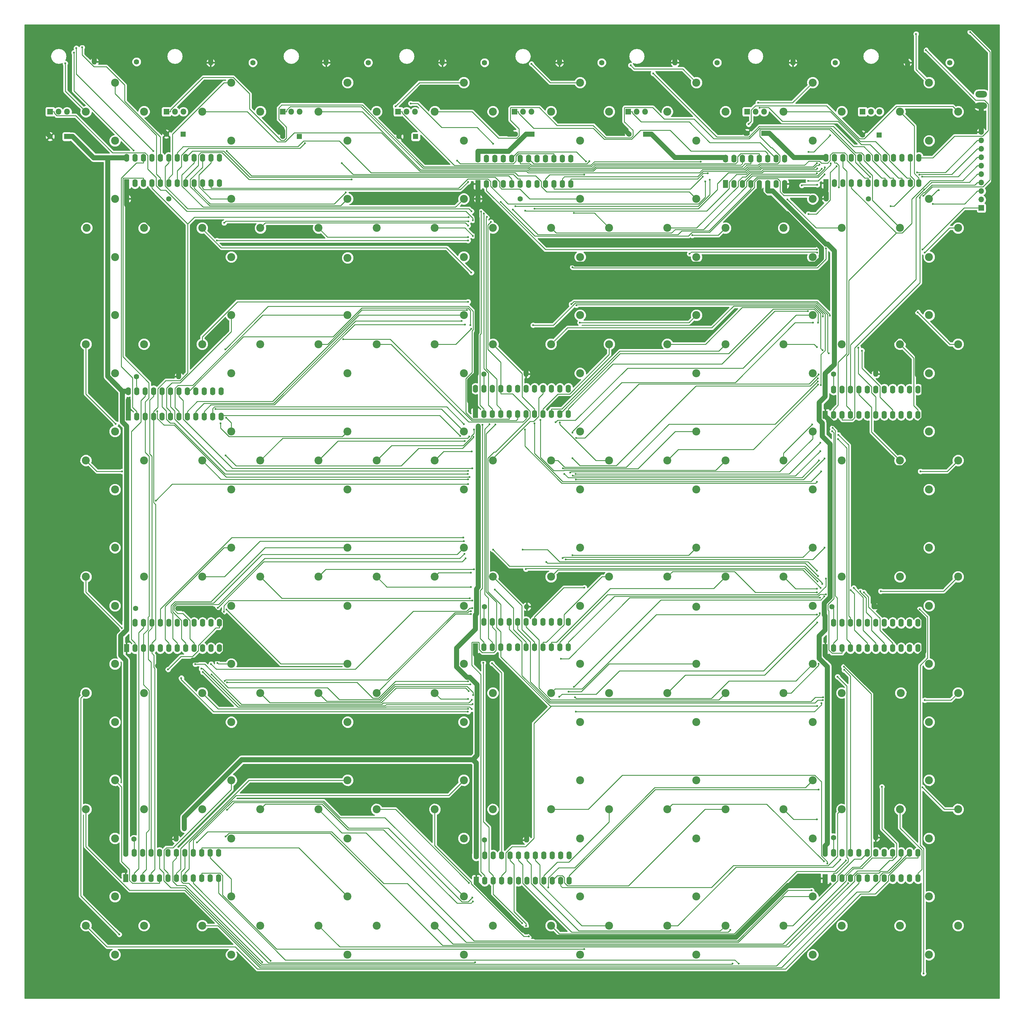
<source format=gbr>
G04 #@! TF.FileFunction,Copper,L2,Bot,Signal*
%FSLAX46Y46*%
G04 Gerber Fmt 4.6, Leading zero omitted, Abs format (unit mm)*
G04 Created by KiCad (PCBNEW 4.0.7) date 2017 November 23, Thursday 22:23:31*
%MOMM*%
%LPD*%
G01*
G04 APERTURE LIST*
%ADD10C,0.100000*%
%ADD11C,2.400000*%
%ADD12R,1.600000X1.600000*%
%ADD13C,1.600000*%
%ADD14R,1.600000X2.400000*%
%ADD15O,1.600000X2.400000*%
%ADD16R,1.700000X1.700000*%
%ADD17O,1.700000X1.700000*%
%ADD18O,3.500120X1.998980*%
%ADD19O,1.600000X1.600000*%
%ADD20R,1.800000X1.800000*%
%ADD21O,1.800000X1.800000*%
%ADD22C,0.600000*%
%ADD23C,0.250000*%
%ADD24C,1.500000*%
%ADD25C,0.254000*%
G04 APERTURE END LIST*
D10*
D11*
X42500000Y-54750000D03*
X77500000Y-54750000D03*
X112500000Y-54750000D03*
X147500000Y-54750000D03*
X182500000Y-54750000D03*
X217500000Y-54750000D03*
X252500000Y-54750000D03*
X287500000Y-54750000D03*
X42750000Y-89750000D03*
X77500000Y-89750000D03*
X112500000Y-89750000D03*
X147500000Y-89750000D03*
X182500000Y-89750000D03*
X217500000Y-89750000D03*
X252500000Y-89750000D03*
X287500000Y-89750000D03*
X42500000Y-124750000D03*
X77500000Y-124750000D03*
X112500000Y-124750000D03*
X147500000Y-124750000D03*
X182500000Y-124750000D03*
X217500000Y-124750000D03*
X252500000Y-124750000D03*
X287500000Y-124750000D03*
X42500000Y-159750000D03*
X77500000Y-159750000D03*
X112500000Y-159750000D03*
X147500000Y-159750000D03*
X182500000Y-159750000D03*
X217500000Y-159750000D03*
X252500000Y-159750000D03*
X287500000Y-159750000D03*
X42500000Y-194750000D03*
X77500000Y-194750000D03*
X112500000Y-194750000D03*
X147500000Y-194750000D03*
X182500000Y-194750000D03*
X217500000Y-194750000D03*
X252500000Y-194750000D03*
X287500000Y-194750000D03*
X42500000Y-229750000D03*
X77500000Y-229750000D03*
X112500000Y-229750000D03*
X147500000Y-229750000D03*
X182500000Y-229750000D03*
X217500000Y-229750000D03*
X252500000Y-229750000D03*
X287750000Y-229750000D03*
X42500000Y-264750000D03*
X77500000Y-264750000D03*
X112500000Y-264750000D03*
X147500000Y-264750000D03*
X182500000Y-264750000D03*
X217500000Y-264750000D03*
X252500000Y-264750000D03*
X287500000Y-264750000D03*
X42500000Y-299750000D03*
X77500000Y-299750000D03*
X112500000Y-299750000D03*
X147500000Y-299750000D03*
X182500000Y-299750000D03*
X217500000Y-299750000D03*
X252500000Y-299750000D03*
X287500000Y-299750000D03*
D12*
X36750000Y-62250000D03*
D13*
X31750000Y-62250000D03*
D12*
X71750000Y-61500000D03*
D13*
X66750000Y-61500000D03*
D12*
X106750000Y-62250000D03*
D13*
X101750000Y-62250000D03*
D12*
X141750000Y-62250000D03*
D13*
X136750000Y-62250000D03*
D12*
X176750000Y-61500000D03*
D13*
X171750000Y-61500000D03*
D12*
X211000000Y-61500000D03*
D13*
X206000000Y-61500000D03*
D12*
X246500000Y-61250000D03*
D13*
X241500000Y-61250000D03*
D12*
X281250000Y-61750000D03*
D13*
X276250000Y-61750000D03*
D11*
X51250000Y-46000000D03*
X86250000Y-46000000D03*
X121250000Y-46000000D03*
X156250000Y-46000000D03*
X191250000Y-46000000D03*
X226250000Y-46000000D03*
X261250000Y-46000000D03*
X296250000Y-46000000D03*
X51250000Y-81000000D03*
X86250000Y-81000000D03*
X121250000Y-81000000D03*
X156250000Y-81000000D03*
X191250000Y-81000000D03*
X226250000Y-81000000D03*
X261250000Y-81000000D03*
X296250000Y-81000000D03*
X51250000Y-116000000D03*
X86250000Y-116000000D03*
X121250000Y-116000000D03*
X156250000Y-116000000D03*
X191250000Y-116000000D03*
X226250000Y-116000000D03*
X261250000Y-116000000D03*
X296250000Y-116000000D03*
X51250000Y-151000000D03*
X86250000Y-151000000D03*
X121250000Y-151000000D03*
X156250000Y-151000000D03*
X191250000Y-151000000D03*
X226250000Y-151000000D03*
X261250000Y-151000000D03*
X296250000Y-151000000D03*
X51250000Y-186000000D03*
X86250000Y-186000000D03*
X121250000Y-186000000D03*
X156250000Y-186000000D03*
X191250000Y-186000000D03*
X226250000Y-186000000D03*
X261250000Y-186000000D03*
X296250000Y-186000000D03*
X51250000Y-221000000D03*
X86250000Y-221000000D03*
X121250000Y-221000000D03*
X156250000Y-221000000D03*
X191250000Y-221000000D03*
X226250000Y-221000000D03*
X261250000Y-221000000D03*
X296250000Y-221000000D03*
X51250000Y-256000000D03*
X86250000Y-256000000D03*
X121250000Y-256000000D03*
X156250000Y-256000000D03*
X191250000Y-256000000D03*
X226250000Y-256000000D03*
X261250000Y-256000000D03*
X296250000Y-256000000D03*
X51250000Y-291000000D03*
X86250000Y-291000000D03*
X121250000Y-291000000D03*
X156250000Y-291000000D03*
X191250000Y-291000000D03*
X226250000Y-291000000D03*
X261250000Y-291000000D03*
X296250000Y-291000000D03*
D14*
X160500000Y-76500000D03*
D15*
X188440000Y-68880000D03*
X163040000Y-76500000D03*
X185900000Y-68880000D03*
X165580000Y-76500000D03*
X183360000Y-68880000D03*
X168120000Y-76500000D03*
X180820000Y-68880000D03*
X170660000Y-76500000D03*
X178280000Y-68880000D03*
X173200000Y-76500000D03*
X175740000Y-68880000D03*
X175740000Y-76500000D03*
X173200000Y-68880000D03*
X178280000Y-76500000D03*
X170660000Y-68880000D03*
X180820000Y-76500000D03*
X168120000Y-68880000D03*
X183360000Y-76500000D03*
X165580000Y-68880000D03*
X185900000Y-76500000D03*
X163040000Y-68880000D03*
X188440000Y-76500000D03*
X160500000Y-68880000D03*
D14*
X159750000Y-145750000D03*
D15*
X187690000Y-138130000D03*
X162290000Y-145750000D03*
X185150000Y-138130000D03*
X164830000Y-145750000D03*
X182610000Y-138130000D03*
X167370000Y-145750000D03*
X180070000Y-138130000D03*
X169910000Y-145750000D03*
X177530000Y-138130000D03*
X172450000Y-145750000D03*
X174990000Y-138130000D03*
X174990000Y-145750000D03*
X172450000Y-138130000D03*
X177530000Y-145750000D03*
X169910000Y-138130000D03*
X180070000Y-145750000D03*
X167370000Y-138130000D03*
X182610000Y-145750000D03*
X164830000Y-138130000D03*
X185150000Y-145750000D03*
X162290000Y-138130000D03*
X187690000Y-145750000D03*
X159750000Y-138130000D03*
D14*
X159750000Y-216000000D03*
D15*
X187690000Y-208380000D03*
X162290000Y-216000000D03*
X185150000Y-208380000D03*
X164830000Y-216000000D03*
X182610000Y-208380000D03*
X167370000Y-216000000D03*
X180070000Y-208380000D03*
X169910000Y-216000000D03*
X177530000Y-208380000D03*
X172450000Y-216000000D03*
X174990000Y-208380000D03*
X174990000Y-216000000D03*
X172450000Y-208380000D03*
X177530000Y-216000000D03*
X169910000Y-208380000D03*
X180070000Y-216000000D03*
X167370000Y-208380000D03*
X182610000Y-216000000D03*
X164830000Y-208380000D03*
X185150000Y-216000000D03*
X162290000Y-208380000D03*
X187690000Y-216000000D03*
X159750000Y-208380000D03*
D14*
X160000000Y-286250000D03*
D15*
X187940000Y-278630000D03*
X162540000Y-286250000D03*
X185400000Y-278630000D03*
X165080000Y-286250000D03*
X182860000Y-278630000D03*
X167620000Y-286250000D03*
X180320000Y-278630000D03*
X170160000Y-286250000D03*
X177780000Y-278630000D03*
X172700000Y-286250000D03*
X175240000Y-278630000D03*
X175240000Y-286250000D03*
X172700000Y-278630000D03*
X177780000Y-286250000D03*
X170160000Y-278630000D03*
X180320000Y-286250000D03*
X167620000Y-278630000D03*
X182860000Y-286250000D03*
X165080000Y-278630000D03*
X185400000Y-286250000D03*
X162540000Y-278630000D03*
X187940000Y-286250000D03*
X160000000Y-278630000D03*
D14*
X54750000Y-76250000D03*
D15*
X82690000Y-68630000D03*
X57290000Y-76250000D03*
X80150000Y-68630000D03*
X59830000Y-76250000D03*
X77610000Y-68630000D03*
X62370000Y-76250000D03*
X75070000Y-68630000D03*
X64910000Y-76250000D03*
X72530000Y-68630000D03*
X67450000Y-76250000D03*
X69990000Y-68630000D03*
X69990000Y-76250000D03*
X67450000Y-68630000D03*
X72530000Y-76250000D03*
X64910000Y-68630000D03*
X75070000Y-76250000D03*
X62370000Y-68630000D03*
X77610000Y-76250000D03*
X59830000Y-68630000D03*
X80150000Y-76250000D03*
X57290000Y-68630000D03*
X82690000Y-76250000D03*
X54750000Y-68630000D03*
D14*
X55250000Y-146500000D03*
D15*
X83190000Y-138880000D03*
X57790000Y-146500000D03*
X80650000Y-138880000D03*
X60330000Y-146500000D03*
X78110000Y-138880000D03*
X62870000Y-146500000D03*
X75570000Y-138880000D03*
X65410000Y-146500000D03*
X73030000Y-138880000D03*
X67950000Y-146500000D03*
X70490000Y-138880000D03*
X70490000Y-146500000D03*
X67950000Y-138880000D03*
X73030000Y-146500000D03*
X65410000Y-138880000D03*
X75570000Y-146500000D03*
X62870000Y-138880000D03*
X78110000Y-146500000D03*
X60330000Y-138880000D03*
X80650000Y-146500000D03*
X57790000Y-138880000D03*
X83190000Y-146500000D03*
X55250000Y-138880000D03*
D14*
X54750000Y-216250000D03*
D15*
X82690000Y-208630000D03*
X57290000Y-216250000D03*
X80150000Y-208630000D03*
X59830000Y-216250000D03*
X77610000Y-208630000D03*
X62370000Y-216250000D03*
X75070000Y-208630000D03*
X64910000Y-216250000D03*
X72530000Y-208630000D03*
X67450000Y-216250000D03*
X69990000Y-208630000D03*
X69990000Y-216250000D03*
X67450000Y-208630000D03*
X72530000Y-216250000D03*
X64910000Y-208630000D03*
X75070000Y-216250000D03*
X62370000Y-208630000D03*
X77610000Y-216250000D03*
X59830000Y-208630000D03*
X80150000Y-216250000D03*
X57290000Y-208630000D03*
X82690000Y-216250000D03*
X54750000Y-208630000D03*
D14*
X54500000Y-285500000D03*
D15*
X82440000Y-277880000D03*
X57040000Y-285500000D03*
X79900000Y-277880000D03*
X59580000Y-285500000D03*
X77360000Y-277880000D03*
X62120000Y-285500000D03*
X74820000Y-277880000D03*
X64660000Y-285500000D03*
X72280000Y-277880000D03*
X67200000Y-285500000D03*
X69740000Y-277880000D03*
X69740000Y-285500000D03*
X67200000Y-277880000D03*
X72280000Y-285500000D03*
X64660000Y-277880000D03*
X74820000Y-285500000D03*
X62120000Y-277880000D03*
X77360000Y-285500000D03*
X59580000Y-277880000D03*
X79900000Y-285500000D03*
X57040000Y-277880000D03*
X82440000Y-285500000D03*
X54500000Y-277880000D03*
D14*
X265250000Y-76250000D03*
D15*
X293190000Y-68630000D03*
X267790000Y-76250000D03*
X290650000Y-68630000D03*
X270330000Y-76250000D03*
X288110000Y-68630000D03*
X272870000Y-76250000D03*
X285570000Y-68630000D03*
X275410000Y-76250000D03*
X283030000Y-68630000D03*
X277950000Y-76250000D03*
X280490000Y-68630000D03*
X280490000Y-76250000D03*
X277950000Y-68630000D03*
X283030000Y-76250000D03*
X275410000Y-68630000D03*
X285570000Y-76250000D03*
X272870000Y-68630000D03*
X288110000Y-76250000D03*
X270330000Y-68630000D03*
X290650000Y-76250000D03*
X267790000Y-68630000D03*
X293190000Y-76250000D03*
X265250000Y-68630000D03*
D14*
X265000000Y-146000000D03*
D15*
X292940000Y-138380000D03*
X267540000Y-146000000D03*
X290400000Y-138380000D03*
X270080000Y-146000000D03*
X287860000Y-138380000D03*
X272620000Y-146000000D03*
X285320000Y-138380000D03*
X275160000Y-146000000D03*
X282780000Y-138380000D03*
X277700000Y-146000000D03*
X280240000Y-138380000D03*
X280240000Y-146000000D03*
X277700000Y-138380000D03*
X282780000Y-146000000D03*
X275160000Y-138380000D03*
X285320000Y-146000000D03*
X272620000Y-138380000D03*
X287860000Y-146000000D03*
X270080000Y-138380000D03*
X290400000Y-146000000D03*
X267540000Y-138380000D03*
X292940000Y-146000000D03*
X265000000Y-138380000D03*
D14*
X265000000Y-216250000D03*
D15*
X292940000Y-208630000D03*
X267540000Y-216250000D03*
X290400000Y-208630000D03*
X270080000Y-216250000D03*
X287860000Y-208630000D03*
X272620000Y-216250000D03*
X285320000Y-208630000D03*
X275160000Y-216250000D03*
X282780000Y-208630000D03*
X277700000Y-216250000D03*
X280240000Y-208630000D03*
X280240000Y-216250000D03*
X277700000Y-208630000D03*
X282780000Y-216250000D03*
X275160000Y-208630000D03*
X285320000Y-216250000D03*
X272620000Y-208630000D03*
X287860000Y-216250000D03*
X270080000Y-208630000D03*
X290400000Y-216250000D03*
X267540000Y-208630000D03*
X292940000Y-216250000D03*
X265000000Y-208630000D03*
D14*
X265000000Y-285500000D03*
D15*
X292940000Y-277880000D03*
X267540000Y-285500000D03*
X290400000Y-277880000D03*
X270080000Y-285500000D03*
X287860000Y-277880000D03*
X272620000Y-285500000D03*
X285320000Y-277880000D03*
X275160000Y-285500000D03*
X282780000Y-277880000D03*
X277700000Y-285500000D03*
X280240000Y-277880000D03*
X280240000Y-285500000D03*
X277700000Y-277880000D03*
X282780000Y-285500000D03*
X275160000Y-277880000D03*
X285320000Y-285500000D03*
X272620000Y-277880000D03*
X287860000Y-285500000D03*
X270080000Y-277880000D03*
X290400000Y-285500000D03*
X267540000Y-277880000D03*
X292940000Y-285500000D03*
X265000000Y-277880000D03*
D14*
X235000000Y-76500000D03*
D15*
X252780000Y-68880000D03*
X237540000Y-76500000D03*
X250240000Y-68880000D03*
X240080000Y-76500000D03*
X247700000Y-68880000D03*
X242620000Y-76500000D03*
X245160000Y-68880000D03*
X245160000Y-76500000D03*
X242620000Y-68880000D03*
X247700000Y-76500000D03*
X240080000Y-68880000D03*
X250240000Y-76500000D03*
X237540000Y-68880000D03*
X252780000Y-76500000D03*
X235000000Y-68880000D03*
D11*
X51250000Y-63500000D03*
X51250000Y-98500000D03*
X51250000Y-133500000D03*
X51250000Y-168500000D03*
X51250000Y-203500000D03*
X51250000Y-238500000D03*
X51250000Y-273500000D03*
X51250000Y-308500000D03*
X86250000Y-63500000D03*
X86250000Y-98500000D03*
X86250000Y-133500000D03*
X86250000Y-168500000D03*
X86250000Y-203500000D03*
X86250000Y-238500000D03*
X86250000Y-273500000D03*
X86250000Y-308500000D03*
X121250000Y-63500000D03*
X121250000Y-98750000D03*
X121250000Y-133500000D03*
X121250000Y-168500000D03*
X121250000Y-203500000D03*
X121250000Y-238500000D03*
X121250000Y-273500000D03*
X121250000Y-308500000D03*
X156250000Y-63500000D03*
X156250000Y-98500000D03*
X156250000Y-133500000D03*
X156250000Y-168500000D03*
X156250000Y-203500000D03*
X156250000Y-238500000D03*
X156250000Y-273500000D03*
X156250000Y-308500000D03*
X191250000Y-63500000D03*
X191250000Y-98500000D03*
X191250000Y-133500000D03*
X191250000Y-168500000D03*
X191250000Y-203500000D03*
X191250000Y-238500000D03*
X191250000Y-273500000D03*
X191250000Y-308500000D03*
X226250000Y-63500000D03*
X226250000Y-98500000D03*
X226250000Y-133500000D03*
X226250000Y-168500000D03*
X226250000Y-203750000D03*
X226250000Y-238500000D03*
X226250000Y-273500000D03*
X226250000Y-308500000D03*
X261250000Y-63500000D03*
X261250000Y-98500000D03*
X261250000Y-133500000D03*
X261250000Y-168500000D03*
X261250000Y-203500000D03*
X261250000Y-238500000D03*
X261250000Y-273500000D03*
X261250000Y-308500000D03*
X296250000Y-63500000D03*
X296250000Y-98500000D03*
X296250000Y-133500000D03*
X296250000Y-168500000D03*
X296250000Y-203500000D03*
X296250000Y-238500000D03*
X296250000Y-273500000D03*
X296250000Y-308500000D03*
D16*
X312000000Y-83750000D03*
D17*
X312000000Y-81210000D03*
X312000000Y-78670000D03*
X312000000Y-76130000D03*
X312000000Y-73590000D03*
X312000000Y-71050000D03*
X312000000Y-68510000D03*
X312000000Y-65970000D03*
X312000000Y-63430000D03*
X312000000Y-60890000D03*
D18*
X312000000Y-53000060D03*
X312000000Y-49499940D03*
D11*
X60000000Y-54750000D03*
X95000000Y-54750000D03*
X130000000Y-54750000D03*
X165000000Y-54750000D03*
X200000000Y-54750000D03*
X235000000Y-54750000D03*
X270000000Y-54750000D03*
X305000000Y-54750000D03*
X60000000Y-89750000D03*
X95000000Y-89750000D03*
X130000000Y-89750000D03*
X165000000Y-89750000D03*
X200000000Y-89750000D03*
X235000000Y-89750000D03*
X270000000Y-89750000D03*
X305000000Y-89750000D03*
X60000000Y-124750000D03*
X95000000Y-124750000D03*
X130000000Y-124750000D03*
X165000000Y-124750000D03*
X200000000Y-124750000D03*
X235000000Y-124750000D03*
X270000000Y-124750000D03*
X305000000Y-124750000D03*
X60000000Y-159750000D03*
X95000000Y-159750000D03*
X130000000Y-159750000D03*
X165000000Y-159750000D03*
X200000000Y-159750000D03*
X235000000Y-159750000D03*
X270000000Y-159750000D03*
X305000000Y-159750000D03*
X60000000Y-194750000D03*
X95000000Y-194750000D03*
X130000000Y-194750000D03*
X165000000Y-194750000D03*
X200000000Y-194750000D03*
X235000000Y-194750000D03*
X270000000Y-194750000D03*
X305000000Y-194750000D03*
X60000000Y-229750000D03*
X95000000Y-229750000D03*
X130000000Y-229750000D03*
X165000000Y-229750000D03*
X200000000Y-229750000D03*
X235000000Y-229750000D03*
X270000000Y-229750000D03*
X305000000Y-229750000D03*
X60000000Y-264750000D03*
X95000000Y-264750000D03*
X130000000Y-264750000D03*
X165000000Y-264750000D03*
X200000000Y-264750000D03*
X235000000Y-264750000D03*
X270000000Y-264750000D03*
X305000000Y-264750000D03*
X60000000Y-299750000D03*
X95000000Y-299750000D03*
X130000000Y-299750000D03*
X165000000Y-299750000D03*
X200000000Y-299750000D03*
X235000000Y-299750000D03*
X270000000Y-299750000D03*
X305000000Y-299750000D03*
D13*
X57750000Y-39750000D03*
D19*
X45050000Y-39750000D03*
D13*
X92750000Y-40000000D03*
D19*
X80050000Y-40000000D03*
D13*
X127500000Y-40000000D03*
D19*
X114800000Y-40000000D03*
D13*
X162500000Y-40000000D03*
D19*
X149800000Y-40000000D03*
D13*
X197750000Y-40000000D03*
D19*
X185050000Y-40000000D03*
D13*
X232500000Y-40000000D03*
D19*
X219800000Y-40000000D03*
D13*
X268000000Y-40000000D03*
D19*
X255300000Y-40000000D03*
D13*
X302500000Y-40000000D03*
D19*
X289800000Y-40000000D03*
D13*
X173250000Y-81000000D03*
D19*
X160550000Y-81000000D03*
D13*
X162250000Y-133750000D03*
D19*
X174950000Y-133750000D03*
D13*
X162500000Y-203750000D03*
D19*
X175200000Y-203750000D03*
D13*
X162500000Y-274000000D03*
D19*
X175200000Y-274000000D03*
D13*
X67500000Y-81000000D03*
D19*
X54800000Y-81000000D03*
D13*
X57750000Y-134500000D03*
D19*
X70450000Y-134500000D03*
D13*
X57500000Y-204250000D03*
D19*
X70200000Y-204250000D03*
D13*
X57000000Y-273750000D03*
D19*
X69700000Y-273750000D03*
D13*
X278000000Y-81000000D03*
D19*
X265300000Y-81000000D03*
D13*
X267500000Y-133750000D03*
D19*
X280200000Y-133750000D03*
D13*
X267000000Y-203750000D03*
D19*
X279700000Y-203750000D03*
D13*
X267500000Y-273250000D03*
D19*
X280200000Y-273250000D03*
D20*
X31750000Y-54750000D03*
D21*
X34290000Y-54750000D03*
X36830000Y-54750000D03*
D20*
X66750000Y-54750000D03*
D21*
X69290000Y-54750000D03*
X71830000Y-54750000D03*
D20*
X101750000Y-54750000D03*
D21*
X104290000Y-54750000D03*
X106830000Y-54750000D03*
D20*
X136500000Y-54750000D03*
D21*
X139040000Y-54750000D03*
X141580000Y-54750000D03*
D20*
X171500000Y-54750000D03*
D21*
X174040000Y-54750000D03*
X176580000Y-54750000D03*
D20*
X205750000Y-54750000D03*
D21*
X208290000Y-54750000D03*
X210830000Y-54750000D03*
D20*
X241500000Y-54750000D03*
D21*
X244040000Y-54750000D03*
X246580000Y-54750000D03*
D20*
X276250000Y-54750000D03*
D21*
X278790000Y-54750000D03*
X281330000Y-54750000D03*
D22*
X294563100Y-80093300D03*
X308636000Y-30762700D03*
X36289500Y-40208000D03*
X278557600Y-74394900D03*
X213219600Y-43215200D03*
X245252600Y-53571800D03*
X295275100Y-36198700D03*
X284700000Y-83201000D03*
X265230500Y-95932300D03*
X188956000Y-101562900D03*
X158517700Y-103188000D03*
X263303300Y-70652400D03*
X177519700Y-83997000D03*
X157522500Y-92501000D03*
X262617800Y-71891700D03*
X174738600Y-84550400D03*
X158987300Y-92161100D03*
X264876400Y-71497600D03*
X263947500Y-71931000D03*
X268466400Y-71156800D03*
X259958500Y-85553100D03*
X263524900Y-154387000D03*
X189870100Y-163801700D03*
X158000200Y-164763600D03*
X64022900Y-144942500D03*
X51475000Y-148718600D03*
X263743500Y-137021500D03*
X190127000Y-113044100D03*
X157517400Y-111966800D03*
X274948000Y-125781100D03*
X266451800Y-116147900D03*
X188598100Y-112712300D03*
X157174000Y-114466200D03*
X266128300Y-127532700D03*
X177092000Y-119020400D03*
X158446300Y-120111900D03*
X276078100Y-126686500D03*
X264300300Y-116396400D03*
X264194900Y-126530600D03*
X262537600Y-125609300D03*
X264814400Y-159142700D03*
X189990000Y-165502700D03*
X157537300Y-166853000D03*
X63525700Y-171821300D03*
X53410000Y-163028000D03*
X263532000Y-156917700D03*
X189065800Y-164307500D03*
X157513600Y-165409600D03*
X263034300Y-133803400D03*
X190069300Y-152938700D03*
X156565600Y-153883400D03*
X262765600Y-135053500D03*
X188956000Y-159082500D03*
X158687300Y-157044000D03*
X262780800Y-135954200D03*
X262906200Y-136919700D03*
X261135300Y-148883700D03*
X263878200Y-232815900D03*
X189943800Y-235390100D03*
X157503500Y-235390100D03*
X71226200Y-225238700D03*
X53329600Y-210170700D03*
X272718300Y-198771000D03*
X264153300Y-196890800D03*
X165057900Y-186580700D03*
X156281700Y-184043700D03*
X273588100Y-198122100D03*
X262694200Y-196125600D03*
X159350300Y-192525700D03*
X174925400Y-192468100D03*
X275601700Y-199129900D03*
X262872100Y-194534400D03*
X181075100Y-190336300D03*
X158361200Y-193569200D03*
X276643300Y-199496800D03*
X263637000Y-198091000D03*
X262527700Y-199429300D03*
X262531500Y-198358700D03*
X293460200Y-204499800D03*
X294584200Y-314165900D03*
X52558000Y-302418000D03*
X264743200Y-200679400D03*
X189411900Y-227878100D03*
X157576600Y-234543600D03*
X263424100Y-201098100D03*
X185486400Y-219398400D03*
X159045200Y-230371700D03*
X263369300Y-205707300D03*
X185019400Y-230883100D03*
X157507500Y-231560700D03*
X262501300Y-206122100D03*
X262583900Y-208547800D03*
X263072800Y-220993300D03*
X271891100Y-287025300D03*
X84533000Y-272967200D03*
X260927000Y-289119800D03*
X175821800Y-303034700D03*
X265669000Y-281059200D03*
X264618500Y-280435900D03*
X262536200Y-267748000D03*
X271254400Y-280133000D03*
X269574700Y-279871300D03*
X160584500Y-149405800D03*
X72131100Y-270603100D03*
X175200000Y-228852000D03*
X64083400Y-221584000D03*
X55250000Y-141560700D03*
X108419300Y-64214000D03*
X122507300Y-75178000D03*
X135673000Y-53186300D03*
X120705700Y-79075300D03*
X176606800Y-40376600D03*
X157515600Y-75898300D03*
X206465300Y-40798700D03*
X228883700Y-75794900D03*
X244802700Y-52074800D03*
X62820400Y-66654300D03*
X39623800Y-35641400D03*
X292354200Y-31371100D03*
X158546800Y-84731200D03*
X167396100Y-81978500D03*
X41385100Y-35403300D03*
X299201700Y-78422100D03*
X155576000Y-117778100D03*
X156641100Y-118829300D03*
X191187600Y-118271800D03*
X156318500Y-148809600D03*
X183902400Y-148257000D03*
X155156600Y-152364600D03*
X189000700Y-151347000D03*
X261338900Y-118271800D03*
X84708500Y-146865200D03*
X83049900Y-148551200D03*
X81488600Y-144218100D03*
X158235200Y-119020400D03*
X158833100Y-162136000D03*
X186120100Y-162159000D03*
X157532300Y-162865100D03*
X188253000Y-163351400D03*
X157501800Y-163793600D03*
X186539900Y-163793600D03*
X263107300Y-159782900D03*
X156405400Y-187830000D03*
X80195100Y-221032600D03*
X158783700Y-204179600D03*
X188956000Y-188283700D03*
X82166900Y-204106600D03*
X156791900Y-189193700D03*
X186011900Y-189133200D03*
X84037100Y-205287600D03*
X158814200Y-201924000D03*
X186886000Y-189559500D03*
X264829700Y-186000000D03*
X67231000Y-222659300D03*
X82091000Y-220687200D03*
X84796700Y-204614500D03*
X84987500Y-226584600D03*
X157508600Y-226237000D03*
X80371100Y-224194200D03*
X158636200Y-231764500D03*
X77246500Y-222435800D03*
X158876200Y-233104400D03*
X187745400Y-229364200D03*
X77685200Y-223434800D03*
X158663300Y-234603400D03*
X189749400Y-231008600D03*
X156081100Y-182987400D03*
X173996000Y-186580700D03*
X262530100Y-192948000D03*
X98137800Y-310343100D03*
X192524300Y-306832800D03*
X181663900Y-288273600D03*
X238977000Y-311243800D03*
X159631200Y-310791600D03*
X95572700Y-310793400D03*
X75895700Y-274727800D03*
X237139400Y-311243800D03*
X157513500Y-93505900D03*
X81953600Y-93502400D03*
X294303500Y-96273000D03*
X262542400Y-96273000D03*
X157518200Y-89046500D03*
X164004500Y-148833200D03*
X162102000Y-220654600D03*
X162313100Y-85416800D03*
X293513400Y-80662800D03*
X267140100Y-150937000D03*
X270619900Y-221820900D03*
X173799900Y-299055900D03*
X154237100Y-69500300D03*
X165761900Y-148883400D03*
X163182900Y-86427400D03*
X268862400Y-153341000D03*
X282077000Y-257961500D03*
X262604000Y-233684000D03*
X157713500Y-86502500D03*
X84896300Y-66580000D03*
X189416200Y-85279400D03*
X119572000Y-70276000D03*
X194064800Y-69639600D03*
X224997100Y-91971100D03*
X165114800Y-64386900D03*
X140288500Y-52280600D03*
X227528900Y-69792500D03*
X253669600Y-81165300D03*
X193041600Y-69778200D03*
X224207000Y-97549000D03*
X262637000Y-97192900D03*
X294956900Y-97192900D03*
X192505100Y-73732500D03*
X164743700Y-220811200D03*
X268972200Y-152025400D03*
X266656200Y-70355200D03*
X270711200Y-222780600D03*
X294833700Y-78210600D03*
X164425500Y-87966400D03*
X84120000Y-88228000D03*
X157591600Y-87774500D03*
X171028400Y-84249600D03*
X228181600Y-74291600D03*
X161429400Y-84826400D03*
X262515400Y-70271200D03*
X229681300Y-73315100D03*
X241958200Y-58528200D03*
X159132200Y-152662700D03*
X84557100Y-158221600D03*
X157858900Y-152546800D03*
X159319200Y-150422700D03*
X84447600Y-126286000D03*
X185167200Y-148283500D03*
X119950800Y-123223400D03*
X179328500Y-147545000D03*
X177514800Y-148594600D03*
X263809600Y-163081600D03*
X174617300Y-150414800D03*
X262503500Y-166151900D03*
X293676000Y-163028000D03*
X161839500Y-148998200D03*
X262912200Y-118240300D03*
X259792400Y-114828300D03*
X292811800Y-115097100D03*
X158399400Y-205108000D03*
X84291400Y-226139300D03*
X157739900Y-229207500D03*
X158375800Y-205937300D03*
X158232100Y-227150400D03*
X75462700Y-221073000D03*
X192536900Y-198010400D03*
X158044400Y-201270800D03*
X165575500Y-198600900D03*
X158434700Y-197825000D03*
X264394400Y-231065300D03*
X264276000Y-231903600D03*
X294991900Y-231903600D03*
X265226200Y-195297300D03*
X265226200Y-200030400D03*
X281726800Y-199087400D03*
X158847700Y-291331400D03*
X84961400Y-264881100D03*
X158994200Y-292464100D03*
X157827500Y-286908500D03*
X236492500Y-301069500D03*
X175003700Y-299858000D03*
X263000400Y-258772000D03*
X294261500Y-258162100D03*
X38903300Y-37000800D03*
X56891700Y-66446100D03*
X297413000Y-82537000D03*
X269147300Y-77574300D03*
X267234200Y-149934300D03*
X268708200Y-224824400D03*
X294176500Y-74296400D03*
X262637900Y-76735900D03*
X257973100Y-76979400D03*
X293344300Y-73769500D03*
X264832700Y-73648900D03*
X259945700Y-75590800D03*
X292647500Y-73059800D03*
X262527100Y-73310600D03*
X266547300Y-61878100D03*
X259956700Y-66834000D03*
X158959900Y-87445500D03*
X171749300Y-83203300D03*
X230280100Y-75250300D03*
D23*
X36289500Y-48539500D02*
X42500000Y-54750000D01*
X36289500Y-40208000D02*
X36289500Y-48539500D01*
X314589700Y-36716400D02*
X308636000Y-30762700D01*
X314589700Y-75259100D02*
X314589700Y-36716400D01*
X312448800Y-77400000D02*
X314589700Y-75259100D01*
X297256400Y-77400000D02*
X312448800Y-77400000D01*
X294563100Y-80093300D02*
X297256400Y-77400000D01*
X277950000Y-76250000D02*
X277950000Y-74724700D01*
X91086600Y-54750000D02*
X77500000Y-54750000D01*
X100182900Y-63846300D02*
X91086600Y-54750000D01*
X102491200Y-63846300D02*
X100182900Y-63846300D01*
X105212900Y-61124600D02*
X102491200Y-63846300D01*
X131484700Y-61124600D02*
X105212900Y-61124600D01*
X143071200Y-72711100D02*
X131484700Y-61124600D01*
X175195300Y-72711100D02*
X143071200Y-72711100D01*
X175591300Y-73107100D02*
X175195300Y-72711100D01*
X227208000Y-73107100D02*
X175591300Y-73107100D01*
X228096000Y-72219100D02*
X227208000Y-73107100D01*
X240733100Y-72219100D02*
X228096000Y-72219100D01*
X241625100Y-71327100D02*
X240733100Y-72219100D01*
X245037700Y-71327100D02*
X241625100Y-71327100D01*
X245488000Y-70876800D02*
X245037700Y-71327100D01*
X258835200Y-70876800D02*
X245488000Y-70876800D01*
X260066100Y-69645900D02*
X258835200Y-70876800D01*
X263289900Y-69645900D02*
X260066100Y-69645900D01*
X263858200Y-70214200D02*
X263289900Y-69645900D01*
X265717200Y-70214200D02*
X263858200Y-70214200D01*
X266520000Y-69411400D02*
X265717200Y-70214200D01*
X266520000Y-67829400D02*
X266520000Y-69411400D01*
X267254300Y-67095100D02*
X266520000Y-67829400D01*
X270860900Y-67095100D02*
X267254300Y-67095100D01*
X271600000Y-67834200D02*
X270860900Y-67095100D01*
X271600000Y-69423300D02*
X271600000Y-67834200D01*
X276901400Y-74724700D02*
X271600000Y-69423300D01*
X277950000Y-74724700D02*
X276901400Y-74724700D01*
X274140000Y-69977300D02*
X278557600Y-74394900D01*
X274140000Y-67883600D02*
X274140000Y-69977300D01*
X266373200Y-60116800D02*
X274140000Y-67883600D01*
X245543400Y-60116800D02*
X266373200Y-60116800D01*
X245374600Y-60285600D02*
X245543400Y-60116800D01*
X245374600Y-62225000D02*
X245374600Y-60285600D01*
X248717800Y-65568200D02*
X245374600Y-62225000D01*
X248997400Y-65568200D02*
X248717800Y-65568200D01*
X251397400Y-67968200D02*
X248997400Y-65568200D01*
X251397400Y-69724700D02*
X251397400Y-67968200D01*
X250695600Y-70426500D02*
X251397400Y-69724700D01*
X245301400Y-70426500D02*
X250695600Y-70426500D01*
X244872200Y-70855700D02*
X245301400Y-70426500D01*
X241404800Y-70855700D02*
X244872200Y-70855700D01*
X240491700Y-71768800D02*
X241404800Y-70855700D01*
X196106600Y-71768800D02*
X240491700Y-71768800D01*
X195218600Y-72656800D02*
X196106600Y-71768800D01*
X175777900Y-72656800D02*
X195218600Y-72656800D01*
X175381900Y-72260800D02*
X175777900Y-72656800D01*
X143257800Y-72260800D02*
X175381900Y-72260800D01*
X125747000Y-54750000D02*
X143257800Y-72260800D01*
X112500000Y-54750000D02*
X125747000Y-54750000D01*
X283030000Y-76250000D02*
X283030000Y-74724700D01*
X281981400Y-74724700D02*
X283030000Y-74724700D01*
X276680000Y-69423300D02*
X281981400Y-74724700D01*
X276680000Y-67866000D02*
X276680000Y-69423300D01*
X275918600Y-67104600D02*
X276680000Y-67866000D01*
X274118600Y-67104600D02*
X275918600Y-67104600D01*
X266659000Y-59645000D02*
X274118600Y-67104600D01*
X245378300Y-59645000D02*
X266659000Y-59645000D01*
X242171400Y-62851900D02*
X245378300Y-59645000D01*
X231491100Y-62851900D02*
X242171400Y-62851900D01*
X225571800Y-56932600D02*
X231491100Y-62851900D01*
X216533100Y-56932600D02*
X225571800Y-56932600D01*
X213125100Y-53524600D02*
X216533100Y-56932600D01*
X204663700Y-53524600D02*
X213125100Y-53524600D01*
X204524600Y-53663700D02*
X204663700Y-53524600D01*
X204524600Y-57774000D02*
X204524600Y-53663700D01*
X207132100Y-60381500D02*
X204524600Y-57774000D01*
X207132100Y-62015000D02*
X207132100Y-60381500D01*
X206521700Y-62625400D02*
X207132100Y-62015000D01*
X198925000Y-62625400D02*
X206521700Y-62625400D01*
X195173900Y-58874300D02*
X198925000Y-62625400D01*
X184280600Y-58874300D02*
X195173900Y-58874300D01*
X178930900Y-53524600D02*
X184280600Y-58874300D01*
X170413700Y-53524600D02*
X178930900Y-53524600D01*
X170274600Y-53663700D02*
X170413700Y-53524600D01*
X170274600Y-57335400D02*
X170274600Y-53663700D01*
X172887700Y-59948500D02*
X170274600Y-57335400D01*
X172887700Y-61980800D02*
X172887700Y-59948500D01*
X172179800Y-62688700D02*
X172887700Y-61980800D01*
X166710600Y-62688700D02*
X172179800Y-62688700D01*
X158771900Y-54750000D02*
X166710600Y-62688700D01*
X147500000Y-54750000D02*
X158771900Y-54750000D01*
X285570000Y-76250000D02*
X285570000Y-74724700D01*
X284521400Y-74724700D02*
X285570000Y-74724700D01*
X279220000Y-69423300D02*
X284521400Y-74724700D01*
X279220000Y-67859000D02*
X279220000Y-69423300D01*
X276651800Y-65290800D02*
X279220000Y-67859000D01*
X273578600Y-65290800D02*
X276651800Y-65290800D01*
X267474500Y-59186700D02*
X273578600Y-65290800D01*
X245199700Y-59186700D02*
X267474500Y-59186700D01*
X242006700Y-62379700D02*
X245199700Y-59186700D01*
X232384100Y-62379700D02*
X242006700Y-62379700D01*
X213219600Y-43215200D02*
X232384100Y-62379700D01*
X245344400Y-53480000D02*
X245252600Y-53571800D01*
X247962700Y-53480000D02*
X245344400Y-53480000D01*
X252147800Y-57665100D02*
X247962700Y-53480000D01*
X268866300Y-57665100D02*
X252147800Y-57665100D01*
X275886400Y-64685200D02*
X268866300Y-57665100D01*
X278551000Y-64685200D02*
X275886400Y-64685200D01*
X281760000Y-67894200D02*
X278551000Y-64685200D01*
X281760000Y-69423300D02*
X281760000Y-67894200D01*
X287061400Y-74724700D02*
X281760000Y-69423300D01*
X288110000Y-74724700D02*
X287061400Y-74724700D01*
X288110000Y-76250000D02*
X288110000Y-74724700D01*
X290650000Y-76250000D02*
X290650000Y-74724700D01*
X266588100Y-54750000D02*
X252500000Y-54750000D01*
X275599200Y-63761100D02*
X266588100Y-54750000D01*
X280170300Y-63761100D02*
X275599200Y-63761100D01*
X284300000Y-67890800D02*
X280170300Y-63761100D01*
X284300000Y-69391300D02*
X284300000Y-67890800D01*
X289633400Y-74724700D02*
X284300000Y-69391300D01*
X290650000Y-74724700D02*
X289633400Y-74724700D01*
X293190000Y-76250000D02*
X293190000Y-74724700D01*
X291808200Y-73342900D02*
X293190000Y-74724700D01*
X291808200Y-59058200D02*
X291808200Y-73342900D01*
X287500000Y-54750000D02*
X291808200Y-59058200D01*
X297432200Y-68630000D02*
X293190000Y-68630000D01*
X303912500Y-62149700D02*
X297432200Y-68630000D01*
X312411100Y-62149700D02*
X303912500Y-62149700D01*
X314127700Y-60433100D02*
X312411100Y-62149700D01*
X314127700Y-52480400D02*
X314127700Y-60433100D01*
X312897300Y-51250000D02*
X314127700Y-52480400D01*
X310326400Y-51250000D02*
X312897300Y-51250000D01*
X295275100Y-36198700D02*
X310326400Y-51250000D01*
X285692200Y-83201000D02*
X284700000Y-83201000D01*
X291819700Y-77073500D02*
X285692200Y-83201000D01*
X291819700Y-75219500D02*
X291819700Y-77073500D01*
X290650000Y-74049800D02*
X291819700Y-75219500D01*
X290650000Y-68630000D02*
X290650000Y-74049800D01*
X189152400Y-101759300D02*
X188956000Y-101562900D01*
X262633700Y-101759300D02*
X189152400Y-101759300D01*
X265230500Y-99162500D02*
X262633700Y-101759300D01*
X265230500Y-95932300D02*
X265230500Y-99162500D01*
X77500000Y-90018400D02*
X77500000Y-89750000D01*
X83207200Y-95725600D02*
X77500000Y-90018400D01*
X151055300Y-95725600D02*
X83207200Y-95725600D01*
X158517700Y-103188000D02*
X151055300Y-95725600D01*
X115251000Y-92501000D02*
X112500000Y-89750000D01*
X157522500Y-92501000D02*
X115251000Y-92501000D01*
X263017700Y-70938000D02*
X263303300Y-70652400D01*
X262411900Y-70938000D02*
X263017700Y-70938000D01*
X261572500Y-71777400D02*
X262411900Y-70938000D01*
X245861400Y-71777400D02*
X261572500Y-71777400D01*
X245411100Y-72227700D02*
X245861400Y-71777400D01*
X242051400Y-72227700D02*
X245411100Y-72227700D01*
X241159300Y-73119800D02*
X242051400Y-72227700D01*
X235905100Y-73119800D02*
X241159300Y-73119800D01*
X232549400Y-76475500D02*
X235905100Y-73119800D01*
X232549400Y-78213600D02*
X232549400Y-76475500D01*
X226766000Y-83997000D02*
X232549400Y-78213600D01*
X177519700Y-83997000D02*
X226766000Y-83997000D01*
X156576200Y-89750000D02*
X147500000Y-89750000D01*
X158987300Y-92161100D02*
X156576200Y-89750000D01*
X262281800Y-72227700D02*
X262617800Y-71891700D01*
X246272900Y-72227700D02*
X262281800Y-72227700D01*
X245822600Y-72678000D02*
X246272900Y-72227700D01*
X242238000Y-72678000D02*
X245822600Y-72678000D01*
X241236000Y-73680000D02*
X242238000Y-72678000D01*
X238350000Y-73680000D02*
X241236000Y-73680000D01*
X236125400Y-75904600D02*
X238350000Y-73680000D01*
X236125400Y-77842600D02*
X236125400Y-75904600D01*
X229345700Y-84622300D02*
X236125400Y-77842600D01*
X174810500Y-84622300D02*
X229345700Y-84622300D01*
X174738600Y-84550400D02*
X174810500Y-84622300D01*
X184025400Y-91275400D02*
X182500000Y-89750000D01*
X218792100Y-91275400D02*
X184025400Y-91275400D01*
X219867100Y-90200400D02*
X218792100Y-91275400D01*
X228377300Y-90200400D02*
X219867100Y-90200400D01*
X241350000Y-77227700D02*
X228377300Y-90200400D01*
X241350000Y-75761000D02*
X241350000Y-77227700D01*
X243082000Y-74029000D02*
X241350000Y-75761000D01*
X262733900Y-74029000D02*
X243082000Y-74029000D01*
X264876400Y-71886500D02*
X262733900Y-74029000D01*
X264876400Y-71497600D02*
X264876400Y-71886500D01*
X226309500Y-89750000D02*
X217500000Y-89750000D01*
X238810000Y-77249500D02*
X226309500Y-89750000D01*
X238810000Y-75731500D02*
X238810000Y-77249500D01*
X240113300Y-74428200D02*
X238810000Y-75731500D01*
X241124700Y-74428200D02*
X240113300Y-74428200D01*
X242424600Y-73128300D02*
X241124700Y-74428200D01*
X246009300Y-73128300D02*
X242424600Y-73128300D01*
X246452300Y-72685300D02*
X246009300Y-73128300D01*
X263193200Y-72685300D02*
X246452300Y-72685300D01*
X263947500Y-71931000D02*
X263193200Y-72685300D01*
X262344600Y-85553100D02*
X259958500Y-85553100D01*
X266545000Y-81352700D02*
X262344600Y-85553100D01*
X266545000Y-73078200D02*
X266545000Y-81352700D01*
X268466400Y-71156800D02*
X266545000Y-73078200D01*
X279220000Y-81470000D02*
X287500000Y-89750000D01*
X279220000Y-73965300D02*
X279220000Y-81470000D01*
X275410000Y-70155300D02*
X279220000Y-73965300D01*
X275410000Y-68630000D02*
X275410000Y-70155300D01*
X42500000Y-139743600D02*
X42500000Y-124750000D01*
X51475000Y-148718600D02*
X42500000Y-139743600D01*
X84709500Y-164763600D02*
X158000200Y-164763600D01*
X69064500Y-149118600D02*
X84709500Y-164763600D01*
X66035600Y-149118600D02*
X69064500Y-149118600D01*
X64022900Y-147105900D02*
X66035600Y-149118600D01*
X64022900Y-144942500D02*
X64022900Y-147105900D01*
X254110200Y-163801700D02*
X263524900Y-154387000D01*
X189870100Y-163801700D02*
X254110200Y-163801700D01*
X77500000Y-122561200D02*
X77500000Y-124750000D01*
X88094400Y-111966800D02*
X77500000Y-122561200D01*
X157517400Y-111966800D02*
X88094400Y-111966800D01*
X190361200Y-112809900D02*
X190127000Y-113044100D01*
X262198900Y-112809900D02*
X190361200Y-112809900D01*
X264985900Y-115596900D02*
X262198900Y-112809900D01*
X264985900Y-126624000D02*
X264985900Y-115596900D01*
X263743500Y-127866400D02*
X264985900Y-126624000D01*
X263743500Y-137021500D02*
X263743500Y-127866400D01*
X115294200Y-124750000D02*
X112500000Y-124750000D01*
X125578000Y-114466200D02*
X115294200Y-124750000D01*
X157174000Y-114466200D02*
X125578000Y-114466200D01*
X274948000Y-133581200D02*
X274948000Y-125781100D01*
X278970000Y-137603200D02*
X274948000Y-133581200D01*
X278970000Y-139310200D02*
X278970000Y-137603200D01*
X280240000Y-140580200D02*
X278970000Y-139310200D01*
X280240000Y-146000000D02*
X280240000Y-140580200D01*
X189403800Y-111906600D02*
X188598100Y-112712300D01*
X262569500Y-111906600D02*
X189403800Y-111906600D01*
X266451800Y-115788900D02*
X262569500Y-111906600D01*
X266451800Y-116147900D02*
X266451800Y-115788900D01*
X183174600Y-119020400D02*
X177092000Y-119020400D01*
X189836800Y-112358200D02*
X183174600Y-119020400D01*
X262384200Y-112358200D02*
X189836800Y-112358200D01*
X265790700Y-115764700D02*
X262384200Y-112358200D01*
X265790700Y-127195100D02*
X265790700Y-115764700D01*
X266128300Y-127532700D02*
X265790700Y-127195100D01*
X153808200Y-124750000D02*
X147500000Y-124750000D01*
X158446300Y-120111900D02*
X153808200Y-124750000D01*
X276078100Y-131985500D02*
X276078100Y-126686500D01*
X281510000Y-137417400D02*
X276078100Y-131985500D01*
X281510000Y-140664700D02*
X281510000Y-137417400D01*
X285320000Y-144474700D02*
X281510000Y-140664700D01*
X285320000Y-146000000D02*
X285320000Y-144474700D01*
X264300300Y-115560700D02*
X264300300Y-116396400D01*
X261999900Y-113260300D02*
X264300300Y-115560700D01*
X237455800Y-113260300D02*
X261999900Y-113260300D01*
X230908200Y-119807900D02*
X237455800Y-113260300D01*
X187442100Y-119807900D02*
X230908200Y-119807900D01*
X182500000Y-124750000D02*
X187442100Y-119807900D01*
X228982900Y-124750000D02*
X217500000Y-124750000D01*
X240022200Y-113710700D02*
X228982900Y-124750000D01*
X261813400Y-113710700D02*
X240022200Y-113710700D01*
X263675000Y-115572300D02*
X261813400Y-113710700D01*
X263675000Y-126010700D02*
X263675000Y-115572300D01*
X264194900Y-126530600D02*
X263675000Y-126010700D01*
X261678300Y-124750000D02*
X262537600Y-125609300D01*
X252500000Y-124750000D02*
X261678300Y-124750000D01*
X291670000Y-128920000D02*
X287500000Y-124750000D01*
X291670000Y-143204700D02*
X291670000Y-128920000D01*
X292940000Y-144474700D02*
X291670000Y-143204700D01*
X292940000Y-146000000D02*
X292940000Y-144474700D01*
X45778000Y-163028000D02*
X42500000Y-159750000D01*
X53410000Y-163028000D02*
X45778000Y-163028000D01*
X68494000Y-166853000D02*
X63525700Y-171821300D01*
X157537300Y-166853000D02*
X68494000Y-166853000D01*
X258454400Y-165502700D02*
X264814400Y-159142700D01*
X189990000Y-165502700D02*
X258454400Y-165502700D01*
X83159600Y-165409600D02*
X157513600Y-165409600D01*
X77500000Y-159750000D02*
X83159600Y-165409600D01*
X256022700Y-164427000D02*
X263532000Y-156917700D01*
X189185300Y-164427000D02*
X256022700Y-164427000D01*
X189065800Y-164307500D02*
X189185300Y-164427000D01*
X192675400Y-152938700D02*
X190069300Y-152938700D01*
X208901700Y-136712400D02*
X192675400Y-152938700D01*
X260194900Y-136712400D02*
X208901700Y-136712400D01*
X263034300Y-133873000D02*
X260194900Y-136712400D01*
X263034300Y-133803400D02*
X263034300Y-133873000D01*
X118366600Y-153883400D02*
X112500000Y-159750000D01*
X156565600Y-153883400D02*
X118366600Y-153883400D01*
X150206000Y-157044000D02*
X147500000Y-159750000D01*
X158687300Y-157044000D02*
X150206000Y-157044000D01*
X260469700Y-137349400D02*
X262765600Y-135053500D01*
X226115500Y-137349400D02*
X260469700Y-137349400D01*
X202171300Y-161293600D02*
X226115500Y-137349400D01*
X191167100Y-161293600D02*
X202171300Y-161293600D01*
X188956000Y-159082500D02*
X191167100Y-161293600D01*
X184595500Y-159750000D02*
X182500000Y-159750000D01*
X186589500Y-161744000D02*
X184595500Y-159750000D01*
X205094300Y-161744000D02*
X186589500Y-161744000D01*
X218009000Y-148829300D02*
X205094300Y-161744000D01*
X249905700Y-148829300D02*
X218009000Y-148829300D01*
X262780800Y-135954200D02*
X249905700Y-148829300D01*
X220796400Y-156453600D02*
X217500000Y-159750000D01*
X243372300Y-156453600D02*
X220796400Y-156453600D01*
X262906200Y-136919700D02*
X243372300Y-156453600D01*
X252500000Y-157519000D02*
X252500000Y-159750000D01*
X261135300Y-148883700D02*
X252500000Y-157519000D01*
X278970000Y-151220000D02*
X287500000Y-159750000D01*
X278970000Y-143715300D02*
X278970000Y-151220000D01*
X275160000Y-139905300D02*
X278970000Y-143715300D01*
X275160000Y-138380000D02*
X275160000Y-139905300D01*
X42500000Y-199341100D02*
X42500000Y-194750000D01*
X53329600Y-210170700D02*
X42500000Y-199341100D01*
X71226200Y-225702600D02*
X71226200Y-225238700D01*
X80913700Y-235390100D02*
X71226200Y-225702600D01*
X157503500Y-235390100D02*
X80913700Y-235390100D01*
X263878200Y-233294200D02*
X263878200Y-232815900D01*
X261782300Y-235390100D02*
X263878200Y-233294200D01*
X189943800Y-235390100D02*
X261782300Y-235390100D01*
X273816100Y-199868800D02*
X272718300Y-198771000D01*
X273816100Y-210840800D02*
X273816100Y-199868800D01*
X277700000Y-214724700D02*
X273816100Y-210840800D01*
X170023800Y-191546600D02*
X165057900Y-186580700D01*
X258858800Y-191546600D02*
X170023800Y-191546600D01*
X262472000Y-195159800D02*
X258858800Y-191546600D01*
X262620800Y-195159800D02*
X262472000Y-195159800D01*
X264153300Y-196692300D02*
X262620800Y-195159800D01*
X264153300Y-196890800D02*
X264153300Y-196692300D01*
X84189200Y-194750000D02*
X77500000Y-194750000D01*
X94895500Y-184043700D02*
X84189200Y-194750000D01*
X156281700Y-184043700D02*
X94895500Y-184043700D01*
X277700000Y-216250000D02*
X277700000Y-214724700D01*
X276430000Y-200964000D02*
X273588100Y-198122100D01*
X276430000Y-210914700D02*
X276430000Y-200964000D01*
X280240000Y-214724700D02*
X276430000Y-210914700D01*
X114724300Y-192525700D02*
X159350300Y-192525700D01*
X112500000Y-194750000D02*
X114724300Y-192525700D01*
X280240000Y-216250000D02*
X280240000Y-214724700D01*
X258831900Y-192263300D02*
X262694200Y-196125600D01*
X175130200Y-192263300D02*
X258831900Y-192263300D01*
X174925400Y-192468100D02*
X175130200Y-192263300D01*
X148680800Y-193569200D02*
X147500000Y-194750000D01*
X158361200Y-193569200D02*
X148680800Y-193569200D01*
X282780000Y-216250000D02*
X282780000Y-214724700D01*
X258997900Y-190660200D02*
X262872100Y-194534400D01*
X181399000Y-190660200D02*
X258997900Y-190660200D01*
X181075100Y-190336300D02*
X181399000Y-190660200D01*
X278970000Y-210914700D02*
X282780000Y-214724700D01*
X278970000Y-207062400D02*
X278970000Y-210914700D01*
X277373800Y-205466200D02*
X278970000Y-207062400D01*
X277373800Y-201146500D02*
X277373800Y-205466200D01*
X275601700Y-199374400D02*
X277373800Y-201146500D01*
X275601700Y-199129900D02*
X275601700Y-199374400D01*
X278040100Y-200893600D02*
X276643300Y-199496800D01*
X278040100Y-203818300D02*
X278040100Y-200893600D01*
X281510000Y-207288200D02*
X278040100Y-203818300D01*
X281510000Y-210914700D02*
X281510000Y-207288200D01*
X285320000Y-214724700D02*
X281510000Y-210914700D01*
X184536300Y-192713700D02*
X182500000Y-194750000D01*
X258259700Y-192713700D02*
X184536300Y-192713700D01*
X263637000Y-198091000D02*
X258259700Y-192713700D01*
X285320000Y-216250000D02*
X285320000Y-214724700D01*
X243965100Y-199429300D02*
X262527700Y-199429300D01*
X237706500Y-193170700D02*
X243965100Y-199429300D01*
X219079300Y-193170700D02*
X237706500Y-193170700D01*
X217500000Y-194750000D02*
X219079300Y-193170700D01*
X256108700Y-198358700D02*
X262531500Y-198358700D01*
X252500000Y-194750000D02*
X256108700Y-198358700D01*
X40967500Y-231282500D02*
X42500000Y-229750000D01*
X40967500Y-290827500D02*
X40967500Y-231282500D01*
X52558000Y-302418000D02*
X40967500Y-290827500D01*
X294584200Y-276553000D02*
X294584200Y-314165900D01*
X293590200Y-275559000D02*
X294584200Y-276553000D01*
X293590200Y-221431700D02*
X293590200Y-275559000D01*
X295819700Y-219202200D02*
X293590200Y-221431700D01*
X295819700Y-206859300D02*
X295819700Y-219202200D01*
X293460200Y-204499800D02*
X295819700Y-206859300D01*
X263699200Y-201723400D02*
X264743200Y-200679400D01*
X215566600Y-201723400D02*
X263699200Y-201723400D01*
X189411900Y-227878100D02*
X215566600Y-201723400D01*
X82293600Y-234543600D02*
X157576600Y-234543600D01*
X77500000Y-229750000D02*
X82293600Y-234543600D01*
X187851600Y-219398400D02*
X185486400Y-219398400D01*
X206151900Y-201098100D02*
X187851600Y-219398400D01*
X263424100Y-201098100D02*
X206151900Y-201098100D01*
X159045200Y-229597800D02*
X159045200Y-230371700D01*
X157212700Y-227765300D02*
X159045200Y-229597800D01*
X135503900Y-227765300D02*
X157212700Y-227765300D01*
X131085200Y-232184000D02*
X135503900Y-227765300D01*
X114934000Y-232184000D02*
X131085200Y-232184000D01*
X112500000Y-229750000D02*
X114934000Y-232184000D01*
X149310700Y-231560700D02*
X147500000Y-229750000D01*
X157507500Y-231560700D02*
X149310700Y-231560700D01*
X185798000Y-230104500D02*
X185019400Y-230883100D01*
X196077900Y-230104500D02*
X185798000Y-230104500D01*
X203107100Y-223075300D02*
X196077900Y-230104500D01*
X246451200Y-223075300D02*
X203107100Y-223075300D01*
X263369300Y-206157200D02*
X246451200Y-223075300D01*
X263369300Y-205707300D02*
X263369300Y-206157200D01*
X183746500Y-228503500D02*
X182500000Y-229750000D01*
X191841500Y-228503500D02*
X183746500Y-228503500D01*
X214222900Y-206122100D02*
X191841500Y-228503500D01*
X262501300Y-206122100D02*
X214222900Y-206122100D01*
X222875500Y-224374500D02*
X217500000Y-229750000D01*
X222875500Y-224374400D02*
X222875500Y-224374500D01*
X246757300Y-224374400D02*
X222875500Y-224374400D01*
X262583900Y-208547800D02*
X246757300Y-224374400D01*
X263072800Y-221389000D02*
X263072800Y-220993300D01*
X254711800Y-229750000D02*
X263072800Y-221389000D01*
X252500000Y-229750000D02*
X254711800Y-229750000D01*
X275160000Y-285500000D02*
X275160000Y-287025300D01*
X42500000Y-275997100D02*
X42500000Y-264750000D01*
X55598100Y-289095200D02*
X42500000Y-275997100D01*
X72329300Y-289095200D02*
X55598100Y-289095200D01*
X95103400Y-311869300D02*
X72329300Y-289095200D01*
X250316000Y-311869300D02*
X95103400Y-311869300D01*
X275160000Y-287025300D02*
X250316000Y-311869300D01*
X253208400Y-305708000D02*
X271891100Y-287025300D01*
X149862900Y-305708000D02*
X253208400Y-305708000D01*
X116099600Y-271944700D02*
X149862900Y-305708000D01*
X85555500Y-271944700D02*
X116099600Y-271944700D01*
X84533000Y-272967200D02*
X85555500Y-271944700D01*
X253854200Y-289119800D02*
X260927000Y-289119800D01*
X238616900Y-304357100D02*
X253854200Y-289119800D01*
X159349900Y-304357100D02*
X238616900Y-304357100D01*
X126814200Y-271821400D02*
X159349900Y-304357100D01*
X119571400Y-271821400D02*
X126814200Y-271821400D01*
X112500000Y-264750000D02*
X119571400Y-271821400D01*
X147500000Y-275696600D02*
X147500000Y-264750000D01*
X158452800Y-286649400D02*
X147500000Y-275696600D01*
X158452800Y-287165300D02*
X158452800Y-286649400D01*
X174322200Y-303034700D02*
X158452800Y-287165300D01*
X175821800Y-303034700D02*
X174322200Y-303034700D01*
X193709700Y-264750000D02*
X182500000Y-264750000D01*
X203985100Y-254474600D02*
X193709700Y-264750000D01*
X261886600Y-254474600D02*
X203985100Y-254474600D01*
X263865700Y-256453700D02*
X261886600Y-254474600D01*
X263865700Y-278737400D02*
X263865700Y-256453700D01*
X265669000Y-280540700D02*
X263865700Y-278737400D01*
X265669000Y-281059200D02*
X265669000Y-280540700D01*
X247401400Y-263218800D02*
X264618500Y-280435900D01*
X219031200Y-263218800D02*
X247401400Y-263218800D01*
X217500000Y-264750000D02*
X219031200Y-263218800D01*
X255498000Y-267748000D02*
X252500000Y-264750000D01*
X262536200Y-267748000D02*
X255498000Y-267748000D01*
X287500000Y-270380000D02*
X287500000Y-264750000D01*
X294078100Y-276958100D02*
X287500000Y-270380000D01*
X294078100Y-282836600D02*
X294078100Y-276958100D01*
X292940000Y-283974700D02*
X294078100Y-282836600D01*
X292940000Y-285500000D02*
X292940000Y-283974700D01*
X292940000Y-277880000D02*
X292940000Y-279405300D01*
X289351400Y-279405300D02*
X292940000Y-279405300D01*
X284050000Y-284706700D02*
X289351400Y-279405300D01*
X284050000Y-286239200D02*
X284050000Y-284706700D01*
X280081000Y-290208200D02*
X284050000Y-286239200D01*
X275664700Y-290208200D02*
X280081000Y-290208200D01*
X253028200Y-312844700D02*
X275664700Y-290208200D01*
X94168100Y-312844700D02*
X253028200Y-312844700D01*
X87427600Y-306104200D02*
X94168100Y-312844700D01*
X48854200Y-306104200D02*
X87427600Y-306104200D01*
X42500000Y-299750000D02*
X48854200Y-306104200D01*
X82254100Y-299750000D02*
X77500000Y-299750000D01*
X94897000Y-312392900D02*
X82254100Y-299750000D01*
X251852400Y-312392900D02*
X94897000Y-312392900D01*
X274598400Y-289646900D02*
X251852400Y-312392900D01*
X278107300Y-289646900D02*
X274598400Y-289646900D01*
X281510000Y-286244200D02*
X278107300Y-289646900D01*
X281510000Y-284752900D02*
X281510000Y-286244200D01*
X282355500Y-283907400D02*
X281510000Y-284752900D01*
X284212400Y-283907400D02*
X282355500Y-283907400D01*
X290239800Y-277880000D02*
X284212400Y-283907400D01*
X290400000Y-277880000D02*
X290239800Y-277880000D01*
X287860000Y-277880000D02*
X287860000Y-279405300D01*
X118908300Y-306158300D02*
X112500000Y-299750000D01*
X254016000Y-306158300D02*
X118908300Y-306158300D01*
X273890000Y-286284300D02*
X254016000Y-306158300D01*
X273890000Y-284778400D02*
X273890000Y-286284300D01*
X274710500Y-283957900D02*
X273890000Y-284778400D01*
X281192200Y-283957900D02*
X274710500Y-283957900D01*
X281693100Y-283457000D02*
X281192200Y-283957900D01*
X283808300Y-283457000D02*
X281693100Y-283457000D01*
X287860000Y-279405300D02*
X283808300Y-283457000D01*
X285320000Y-277880000D02*
X285320000Y-279405300D01*
X153007700Y-305257700D02*
X147500000Y-299750000D01*
X252313900Y-305257700D02*
X153007700Y-305257700D01*
X271363300Y-286208300D02*
X252313900Y-305257700D01*
X271363300Y-284751700D02*
X271363300Y-286208300D01*
X273508000Y-282607000D02*
X271363300Y-284751700D01*
X275960300Y-282607000D02*
X273508000Y-282607000D01*
X279162000Y-279405300D02*
X275960300Y-282607000D01*
X285320000Y-279405300D02*
X279162000Y-279405300D01*
X267966100Y-283421300D02*
X271254400Y-280133000D01*
X256432200Y-283421300D02*
X267966100Y-283421300D01*
X237647000Y-302206500D02*
X256432200Y-283421300D01*
X184956500Y-302206500D02*
X237647000Y-302206500D01*
X182500000Y-299750000D02*
X184956500Y-302206500D01*
X220582400Y-299750000D02*
X217500000Y-299750000D01*
X238142800Y-282189600D02*
X220582400Y-299750000D01*
X267256400Y-282189600D02*
X238142800Y-282189600D01*
X269574700Y-279871300D02*
X267256400Y-282189600D01*
X255282000Y-299750000D02*
X252500000Y-299750000D01*
X268810000Y-286222000D02*
X255282000Y-299750000D01*
X268810000Y-284716200D02*
X268810000Y-286222000D01*
X273778500Y-279747700D02*
X268810000Y-284716200D01*
X275832300Y-279747700D02*
X273778500Y-279747700D01*
X277700000Y-277880000D02*
X275832300Y-279747700D01*
D24*
X265000000Y-139455100D02*
X265000000Y-140530300D01*
X265000000Y-139455100D02*
X265000000Y-138380000D01*
X160000000Y-278630000D02*
X160000000Y-276479700D01*
X159750000Y-208380000D02*
X159750000Y-206229700D01*
X159750000Y-208380000D02*
X159750000Y-210530300D01*
X246500000Y-61250000D02*
X248250300Y-61250000D01*
X265000000Y-207554800D02*
X265000000Y-206479700D01*
X169770000Y-66729700D02*
X160500000Y-66729700D01*
X174999700Y-61500000D02*
X169770000Y-66729700D01*
X176750000Y-61500000D02*
X174999700Y-61500000D01*
X160500000Y-68880000D02*
X160500000Y-66729700D01*
X54500000Y-219942800D02*
X54500000Y-277880000D01*
X52999600Y-218442400D02*
X54500000Y-219942800D01*
X52999600Y-212530700D02*
X52999600Y-218442400D01*
X54750000Y-210780300D02*
X52999600Y-212530700D01*
X54750000Y-208630000D02*
X54750000Y-210780300D01*
X211000000Y-61500000D02*
X212750300Y-61500000D01*
X160584500Y-191708200D02*
X160584500Y-149405800D01*
X160600600Y-191724300D02*
X160584500Y-191708200D01*
X160600600Y-197870300D02*
X160600600Y-191724300D01*
X160064500Y-198406400D02*
X160600600Y-197870300D01*
X160064500Y-205915200D02*
X160064500Y-198406400D01*
X159750000Y-206229700D02*
X160064500Y-205915200D01*
X36750000Y-62250000D02*
X38500300Y-62250000D01*
X44880300Y-68630000D02*
X49099600Y-68630000D01*
X38500300Y-62250000D02*
X44880300Y-68630000D01*
X49099600Y-68630000D02*
X54750000Y-68630000D01*
X53484700Y-138912800D02*
X53517500Y-138880000D01*
X53484700Y-148116600D02*
X53484700Y-138912800D01*
X54750000Y-149381900D02*
X53484700Y-148116600D01*
X54750000Y-208630000D02*
X54750000Y-149381900D01*
X55250000Y-138880000D02*
X53517500Y-138880000D01*
X49099600Y-134462100D02*
X49099600Y-68630000D01*
X53517500Y-138880000D02*
X49099600Y-134462100D01*
X265000000Y-207554800D02*
X265000000Y-208630000D01*
X265000000Y-208630000D02*
X265000000Y-210780300D01*
X265000000Y-277880000D02*
X265000000Y-275729700D01*
X264758000Y-206237700D02*
X265000000Y-206479700D01*
X264758000Y-202663800D02*
X264758000Y-206237700D01*
X266514500Y-200907300D02*
X264758000Y-202663800D01*
X266514500Y-154814400D02*
X266514500Y-200907300D01*
X264153100Y-152453000D02*
X266514500Y-154814400D01*
X264153100Y-148516500D02*
X264153100Y-152453000D01*
X263236700Y-147600100D02*
X264153100Y-148516500D01*
X263236700Y-142293600D02*
X263236700Y-147600100D01*
X265000000Y-140530300D02*
X263236700Y-142293600D01*
X219792500Y-68542200D02*
X212750300Y-61500000D01*
X234662200Y-68542200D02*
X219792500Y-68542200D01*
X235000000Y-68880000D02*
X234662200Y-68542200D01*
X263212000Y-212568300D02*
X265000000Y-210780300D01*
X263212000Y-219314800D02*
X263212000Y-212568300D01*
X265678500Y-221781300D02*
X263212000Y-219314800D01*
X265678500Y-275051200D02*
X265678500Y-221781300D01*
X265000000Y-275729700D02*
X265678500Y-275051200D01*
X89409600Y-249796000D02*
X158992000Y-249796000D01*
X72131100Y-267074500D02*
X89409600Y-249796000D01*
X72131100Y-270603100D02*
X72131100Y-267074500D01*
X160000000Y-250804000D02*
X158992000Y-249796000D01*
X160000000Y-276479700D02*
X160000000Y-250804000D01*
X154094900Y-216185400D02*
X159750000Y-210530300D01*
X154094900Y-221904800D02*
X154094900Y-216185400D01*
X157176800Y-224986700D02*
X154094900Y-221904800D01*
X158026600Y-224986700D02*
X157176800Y-224986700D01*
X160295500Y-227255600D02*
X158026600Y-224986700D01*
X160295500Y-248492500D02*
X160295500Y-227255600D01*
X158992000Y-249796000D02*
X160295500Y-248492500D01*
X255570900Y-68570600D02*
X248250300Y-61250000D01*
X265190600Y-68570600D02*
X255570900Y-68570600D01*
X265250000Y-68630000D02*
X265190600Y-68570600D01*
X247700000Y-76500000D02*
X247700000Y-78650300D01*
X265000000Y-138380000D02*
X265000000Y-136229700D01*
X249220600Y-78650300D02*
X247700000Y-78650300D01*
X265252300Y-94682000D02*
X249220600Y-78650300D01*
X265748500Y-94682000D02*
X265252300Y-94682000D01*
X267754500Y-96688000D02*
X265748500Y-94682000D01*
X267754500Y-130858900D02*
X267754500Y-96688000D01*
X265000100Y-133613300D02*
X267754500Y-130858900D01*
X265000100Y-136229700D02*
X265000100Y-133613300D01*
X265000000Y-136229700D02*
X265000100Y-136229700D01*
X149800000Y-40000000D02*
X149800000Y-34000000D01*
X149500000Y-34250000D02*
X149500000Y-34000000D01*
X149550000Y-34250000D02*
X149500000Y-34250000D01*
X149800000Y-34000000D02*
X149550000Y-34250000D01*
X114800000Y-40000000D02*
X114800000Y-34000000D01*
X80050000Y-35950000D02*
X82000000Y-34000000D01*
X80050000Y-40000000D02*
X80050000Y-35950000D01*
X219800000Y-35450000D02*
X221250000Y-34000000D01*
X219800000Y-40000000D02*
X219800000Y-35450000D01*
X238750000Y-59000000D02*
X238750000Y-34000000D01*
X241000000Y-61250000D02*
X238750000Y-59000000D01*
X241500000Y-61250000D02*
X241000000Y-61250000D01*
X203000000Y-58500000D02*
X203000000Y-34000000D01*
X206000000Y-61500000D02*
X203000000Y-58500000D01*
X134000000Y-58250000D02*
X134000000Y-34000000D01*
X136750000Y-61000000D02*
X134000000Y-58250000D01*
X136750000Y-62250000D02*
X136750000Y-61000000D01*
X98250000Y-57000000D02*
X98250000Y-34000000D01*
X101750000Y-60500000D02*
X98250000Y-57000000D01*
X101750000Y-62250000D02*
X101750000Y-60500000D01*
X63500000Y-35750000D02*
X65250000Y-34000000D01*
X63500000Y-58250000D02*
X63500000Y-35750000D01*
X66750000Y-61500000D02*
X63500000Y-58250000D01*
X269000000Y-34000000D02*
X255500000Y-34000000D01*
X255300000Y-40000000D02*
X255250000Y-40000000D01*
X273750000Y-38750000D02*
X269000000Y-34000000D01*
X273750000Y-59250000D02*
X273750000Y-38750000D01*
X276250000Y-61750000D02*
X273750000Y-59250000D01*
X283800000Y-34000000D02*
X269000000Y-34000000D01*
X289800000Y-40000000D02*
X283800000Y-34000000D01*
X312000000Y-53000100D02*
X312000000Y-60890000D01*
X45050000Y-39750000D02*
X45050000Y-34000000D01*
X45050000Y-34000000D02*
X44750000Y-34000000D01*
X65250000Y-34000000D02*
X45050000Y-34000000D01*
X255300000Y-34000000D02*
X255500000Y-34000000D01*
X255500000Y-34000000D02*
X255300000Y-34000000D01*
X255300000Y-34000000D02*
X238750000Y-34000000D01*
X238750000Y-34000000D02*
X221250000Y-34000000D01*
X221250000Y-34000000D02*
X203000000Y-34000000D01*
X185050000Y-40000000D02*
X185050000Y-34000000D01*
X185050000Y-34000000D02*
X185500000Y-34000000D01*
X185050000Y-34000000D02*
X168750000Y-34000000D01*
X203000000Y-34000000D02*
X185500000Y-34000000D01*
X185500000Y-34000000D02*
X185050000Y-34000000D01*
X168750000Y-34000000D02*
X149800000Y-34000000D01*
X149800000Y-34000000D02*
X149500000Y-34000000D01*
X149500000Y-34000000D02*
X134000000Y-34000000D01*
X134000000Y-34000000D02*
X114800000Y-34000000D01*
X114800000Y-34000000D02*
X114750000Y-34000000D01*
X114750000Y-34000000D02*
X98250000Y-34000000D01*
X98250000Y-34000000D02*
X82000000Y-34000000D01*
X82000000Y-34000000D02*
X65250000Y-34000000D01*
X45050000Y-34000000D02*
X44750000Y-34000000D01*
X114750000Y-34050000D02*
X114750000Y-34000000D01*
X114800000Y-34000000D02*
X114750000Y-34050000D01*
X168750000Y-60500000D02*
X168750000Y-34000000D01*
X169750000Y-61500000D02*
X168750000Y-60500000D01*
X171250000Y-61500000D02*
X169750000Y-61500000D01*
X171250000Y-61500000D02*
X171750000Y-61500000D01*
X54750000Y-76250000D02*
X54750000Y-78400300D01*
X159750000Y-216000000D02*
X159750000Y-218150300D01*
X54800000Y-78450300D02*
X54800000Y-81000000D01*
X54750000Y-78400300D02*
X54800000Y-78450300D01*
X70450000Y-97087600D02*
X70450000Y-134500000D01*
X56112700Y-82750300D02*
X70450000Y-97087600D01*
X54800000Y-82750300D02*
X56112700Y-82750300D01*
X54800000Y-81000000D02*
X54800000Y-82750300D01*
X160500000Y-79199700D02*
X160500000Y-78650300D01*
X160550000Y-79249700D02*
X160500000Y-79199700D01*
X160500000Y-76500000D02*
X160500000Y-78650300D01*
X175200000Y-228852000D02*
X175200000Y-272249700D01*
X175200000Y-274000000D02*
X175200000Y-272249700D01*
X255300000Y-40000000D02*
X255300000Y-34000000D01*
X160550000Y-79748200D02*
X160550000Y-79249700D01*
X160550000Y-79748200D02*
X160550000Y-81000000D01*
X160550000Y-81000000D02*
X160550000Y-82750300D01*
X159750000Y-145750000D02*
X159750000Y-143599700D01*
X160983800Y-219384100D02*
X159750000Y-218150300D01*
X165732100Y-219384100D02*
X160983800Y-219384100D01*
X175200000Y-228852000D02*
X165732100Y-219384100D01*
X252780000Y-76500000D02*
X252780000Y-78650300D01*
X265250000Y-76250000D02*
X265250000Y-78400300D01*
X265300000Y-81000000D02*
X265300000Y-79249700D01*
X306000000Y-50250000D02*
X304169400Y-50250000D01*
X308750000Y-53000100D02*
X306000000Y-50250000D01*
X312000000Y-53000100D02*
X308750000Y-53000100D01*
X289800000Y-46550000D02*
X289800000Y-40000000D01*
X293500000Y-50250000D02*
X289800000Y-46550000D01*
X304169400Y-50250000D02*
X293500000Y-50250000D01*
X280200000Y-133750000D02*
X280200000Y-131999700D01*
X293981900Y-40062500D02*
X304169400Y-50250000D01*
X293981900Y-35681200D02*
X293981900Y-40062500D01*
X300155700Y-29507400D02*
X293981900Y-35681200D01*
X309150400Y-29507400D02*
X300155700Y-29507400D01*
X315684800Y-36041800D02*
X309150400Y-29507400D01*
X315684800Y-90455900D02*
X315684800Y-36041800D01*
X287477000Y-118663700D02*
X315684800Y-90455900D01*
X287477000Y-121685800D02*
X287477000Y-118663700D01*
X280200000Y-128962800D02*
X287477000Y-121685800D01*
X280200000Y-131999700D02*
X280200000Y-128962800D01*
X28750000Y-59250000D02*
X31750000Y-62250000D01*
X28750000Y-36500000D02*
X28750000Y-59250000D01*
X31250000Y-34000000D02*
X28750000Y-36500000D01*
X44750000Y-34000000D02*
X31250000Y-34000000D01*
X279700000Y-203750000D02*
X279700000Y-201999700D01*
X279887700Y-201812000D02*
X279700000Y-201999700D01*
X279887700Y-161929200D02*
X279887700Y-201812000D01*
X288401200Y-161929200D02*
X279887700Y-161929200D01*
X290780100Y-159550300D02*
X288401200Y-161929200D01*
X290780100Y-151065500D02*
X290780100Y-159550300D01*
X294703600Y-147142000D02*
X290780100Y-151065500D01*
X294703600Y-135982800D02*
X294703600Y-147142000D01*
X292750700Y-134029900D02*
X294703600Y-135982800D01*
X292750700Y-126959500D02*
X292750700Y-134029900D01*
X287477000Y-121685800D02*
X292750700Y-126959500D01*
X265000000Y-216250000D02*
X265000000Y-218400300D01*
X69700000Y-273750000D02*
X69700000Y-271999700D01*
X265000000Y-285500000D02*
X265000000Y-287650300D01*
X245160000Y-76500000D02*
X245160000Y-78650300D01*
X67246300Y-224746900D02*
X64083400Y-221584000D01*
X69700000Y-224746900D02*
X67246300Y-224746900D01*
X69700000Y-224746900D02*
X69700000Y-271999700D01*
X55250000Y-146500000D02*
X55250000Y-141560700D01*
X282439600Y-229632700D02*
X280200000Y-229632700D01*
X294719600Y-217352700D02*
X282439600Y-229632700D01*
X294719600Y-207527400D02*
X294719600Y-217352700D01*
X290942200Y-203750000D02*
X294719600Y-207527400D01*
X279700000Y-203750000D02*
X290942200Y-203750000D01*
X280200000Y-273250000D02*
X280200000Y-229632700D01*
X265744400Y-219144700D02*
X265000000Y-218400300D01*
X269712000Y-219144700D02*
X265744400Y-219144700D01*
X280200000Y-229632700D02*
X269712000Y-219144700D01*
X265000000Y-146335700D02*
X265000000Y-146000000D01*
X267348300Y-148684000D02*
X265000000Y-146335700D01*
X267752200Y-148684000D02*
X267348300Y-148684000D01*
X279887700Y-160819500D02*
X267752200Y-148684000D01*
X279887700Y-161929200D02*
X279887700Y-160819500D01*
X253802900Y-287650300D02*
X265000000Y-287650300D01*
X238171400Y-303281800D02*
X253802900Y-287650300D01*
X177837200Y-303281800D02*
X238171400Y-303281800D01*
X175671200Y-301115800D02*
X177837200Y-303281800D01*
X174091600Y-301115800D02*
X175671200Y-301115800D01*
X160000000Y-287024200D02*
X174091600Y-301115800D01*
X160000000Y-286250000D02*
X160000000Y-287024200D01*
X74624200Y-219822700D02*
X69700000Y-224746900D01*
X76114900Y-219822700D02*
X74624200Y-219822700D01*
X76500700Y-219436900D02*
X76114900Y-219822700D01*
X82409700Y-219436900D02*
X76500700Y-219436900D01*
X84469500Y-217377100D02*
X82409700Y-219436900D01*
X84469500Y-207498100D02*
X84469500Y-217377100D01*
X82530000Y-205558600D02*
X84469500Y-207498100D01*
X81850700Y-205558600D02*
X82530000Y-205558600D01*
X80542100Y-204250000D02*
X81850700Y-205558600D01*
X70200000Y-204250000D02*
X80542100Y-204250000D01*
X265000000Y-78650300D02*
X252780000Y-78650300D01*
X265000000Y-78949700D02*
X265000000Y-78650300D01*
X265300000Y-79249700D02*
X265000000Y-78949700D01*
X265000000Y-78650300D02*
X265250000Y-78400300D01*
X160142800Y-83157500D02*
X160550000Y-82750300D01*
X160142800Y-86633200D02*
X160142800Y-83157500D01*
X160245400Y-86735800D02*
X160142800Y-86633200D01*
X160245400Y-121229200D02*
X160245400Y-86735800D01*
X160020300Y-121454300D02*
X160245400Y-121229200D01*
X160020300Y-133629700D02*
X160020300Y-121454300D01*
X157999700Y-135650300D02*
X160020300Y-133629700D01*
X157999700Y-141849400D02*
X157999700Y-135650300D01*
X159750000Y-143599700D02*
X157999700Y-141849400D01*
X189474000Y-100312600D02*
X174950000Y-100312600D01*
X189845300Y-100683900D02*
X189474000Y-100312600D01*
X262152300Y-100683900D02*
X189845300Y-100683900D01*
X263892800Y-98943400D02*
X262152300Y-100683900D01*
X263892800Y-95802000D02*
X263892800Y-98943400D01*
X253544900Y-85454100D02*
X263892800Y-95802000D01*
X251963800Y-85454100D02*
X253544900Y-85454100D01*
X245160000Y-78650300D02*
X251963800Y-85454100D01*
X174950000Y-133750000D02*
X174950000Y-100312600D01*
X161414900Y-82750300D02*
X160550000Y-82750300D01*
X174950000Y-96285400D02*
X161414900Y-82750300D01*
X174950000Y-100312600D02*
X174950000Y-96285400D01*
D23*
X64910000Y-76250000D02*
X64910000Y-74724700D01*
X51250000Y-49360900D02*
X51250000Y-46000000D01*
X63728800Y-61839700D02*
X51250000Y-49360900D01*
X63728800Y-73543500D02*
X63728800Y-61839700D01*
X64910000Y-74724700D02*
X63728800Y-73543500D01*
X67450000Y-76250000D02*
X67450000Y-74724700D01*
X68577200Y-73597500D02*
X67450000Y-74724700D01*
X68577200Y-61515100D02*
X68577200Y-73597500D01*
X84092300Y-46000000D02*
X68577200Y-61515100D01*
X86250000Y-46000000D02*
X84092300Y-46000000D01*
X106897400Y-65735900D02*
X108419300Y-64214000D01*
X73382300Y-65735900D02*
X106897400Y-65735900D01*
X71260000Y-67858200D02*
X73382300Y-65735900D01*
X71260000Y-71258500D02*
X71260000Y-67858200D01*
X69990000Y-72528500D02*
X71260000Y-71258500D01*
X69990000Y-76250000D02*
X69990000Y-72528500D01*
X142859300Y-46000000D02*
X156250000Y-46000000D01*
X135673000Y-53186300D02*
X142859300Y-46000000D01*
X72530000Y-76250000D02*
X72530000Y-74724700D01*
X76340000Y-70914700D02*
X72530000Y-74724700D01*
X76340000Y-67875900D02*
X76340000Y-70914700D01*
X77138200Y-67077700D02*
X76340000Y-67875900D01*
X83500900Y-67077700D02*
X77138200Y-67077700D01*
X91601200Y-75178000D02*
X83500900Y-67077700D01*
X122507300Y-75178000D02*
X91601200Y-75178000D01*
X75070000Y-76250000D02*
X75070000Y-77775300D01*
X182230200Y-46000000D02*
X176606800Y-40376600D01*
X191250000Y-46000000D02*
X182230200Y-46000000D01*
X79868700Y-82574000D02*
X75070000Y-77775300D01*
X117207000Y-82574000D02*
X79868700Y-82574000D01*
X120705700Y-79075300D02*
X117207000Y-82574000D01*
X207541700Y-41875100D02*
X206465300Y-40798700D01*
X222125100Y-41875100D02*
X207541700Y-41875100D01*
X226250000Y-46000000D02*
X222125100Y-41875100D01*
X77610000Y-76250000D02*
X77610000Y-77775300D01*
X155188300Y-78225600D02*
X157515600Y-75898300D01*
X78060300Y-78225600D02*
X155188300Y-78225600D01*
X77610000Y-77775300D02*
X78060300Y-78225600D01*
X228883700Y-80525900D02*
X228883700Y-75794900D01*
X226884200Y-82525400D02*
X228883700Y-80525900D01*
X169610500Y-82525400D02*
X226884200Y-82525400D01*
X164310000Y-77224900D02*
X169610500Y-82525400D01*
X164310000Y-75773400D02*
X164310000Y-77224900D01*
X163511200Y-74974600D02*
X164310000Y-75773400D01*
X157484700Y-74974600D02*
X163511200Y-74974600D01*
X154684000Y-77775300D02*
X157484700Y-74974600D01*
X80150000Y-77775300D02*
X154684000Y-77775300D01*
X255175200Y-52074800D02*
X261250000Y-46000000D01*
X244802700Y-52074800D02*
X255175200Y-52074800D01*
X80150000Y-76250000D02*
X80150000Y-77775300D01*
X292354200Y-42104200D02*
X292354200Y-31371100D01*
X296250000Y-46000000D02*
X292354200Y-42104200D01*
X39623800Y-43457700D02*
X62820400Y-66654300D01*
X39623800Y-35641400D02*
X39623800Y-43457700D01*
X80196400Y-81000000D02*
X86250000Y-81000000D01*
X76482500Y-77286100D02*
X80196400Y-81000000D01*
X76482500Y-73822800D02*
X76482500Y-77286100D01*
X80150000Y-70155300D02*
X76482500Y-73822800D01*
X80150000Y-68630000D02*
X80150000Y-70155300D01*
X119203800Y-83046200D02*
X121250000Y-81000000D01*
X79704000Y-83046200D02*
X119203800Y-83046200D01*
X73934800Y-77277000D02*
X79704000Y-83046200D01*
X73934800Y-75185000D02*
X73934800Y-77277000D01*
X77610000Y-71509800D02*
X73934800Y-75185000D01*
X77610000Y-68630000D02*
X77610000Y-71509800D01*
X75070000Y-68630000D02*
X75070000Y-70155300D01*
X71372600Y-73852700D02*
X75070000Y-70155300D01*
X71372600Y-77104600D02*
X71372600Y-73852700D01*
X77764600Y-83496600D02*
X71372600Y-77104600D01*
X153753400Y-83496600D02*
X77764600Y-83496600D01*
X156250000Y-81000000D02*
X153753400Y-83496600D01*
X74532700Y-66627300D02*
X72530000Y-68630000D01*
X83951000Y-66627300D02*
X74532700Y-66627300D01*
X91836300Y-74512600D02*
X83951000Y-66627300D01*
X165657100Y-74512600D02*
X91836300Y-74512600D01*
X166994700Y-75850200D02*
X165657100Y-74512600D01*
X166994700Y-77366200D02*
X166994700Y-75850200D01*
X167654000Y-78025500D02*
X166994700Y-77366200D01*
X173139800Y-78025500D02*
X167654000Y-78025500D01*
X176114300Y-81000000D02*
X173139800Y-78025500D01*
X191250000Y-81000000D02*
X176114300Y-81000000D01*
X69990000Y-68630000D02*
X69990000Y-67104700D01*
X71809200Y-65285500D02*
X69990000Y-67104700D01*
X106322300Y-65285500D02*
X71809200Y-65285500D01*
X108025900Y-63581900D02*
X106322300Y-65285500D01*
X118753900Y-63581900D02*
X108025900Y-63581900D01*
X128333400Y-73161400D02*
X118753900Y-63581900D01*
X171705000Y-73161400D02*
X128333400Y-73161400D01*
X172617500Y-74073900D02*
X171705000Y-73161400D01*
X177865800Y-74073900D02*
X172617500Y-74073900D01*
X179550000Y-75758100D02*
X177865800Y-74073900D01*
X179550000Y-77253900D02*
X179550000Y-75758100D01*
X181175400Y-78879300D02*
X179550000Y-77253900D01*
X224129300Y-78879300D02*
X181175400Y-78879300D01*
X226250000Y-81000000D02*
X224129300Y-78879300D01*
X157762600Y-83947000D02*
X158546800Y-84731200D01*
X73135000Y-83947000D02*
X157762600Y-83947000D01*
X66324700Y-77136700D02*
X73135000Y-83947000D01*
X66324700Y-71280600D02*
X66324700Y-77136700D01*
X67450000Y-70155300D02*
X66324700Y-71280600D01*
X260223500Y-79973500D02*
X261250000Y-81000000D01*
X252571000Y-79973500D02*
X260223500Y-79973500D01*
X251419400Y-78821900D02*
X252571000Y-79973500D01*
X251419400Y-75648900D02*
X251419400Y-78821900D01*
X250710500Y-74940000D02*
X251419400Y-75648900D01*
X244703100Y-74940000D02*
X250710500Y-74940000D01*
X243745400Y-75897700D02*
X244703100Y-74940000D01*
X243745400Y-77536800D02*
X243745400Y-75897700D01*
X230181000Y-91101200D02*
X243745400Y-77536800D01*
X224937600Y-91101200D02*
X230181000Y-91101200D01*
X223819200Y-92219600D02*
X224937600Y-91101200D01*
X177637200Y-92219600D02*
X223819200Y-92219600D01*
X167396100Y-81978500D02*
X177637200Y-92219600D01*
X67450000Y-68630000D02*
X67450000Y-70155300D01*
X298827900Y-78422100D02*
X299201700Y-78422100D01*
X296250000Y-81000000D02*
X298827900Y-78422100D01*
X41385100Y-37693400D02*
X41385100Y-35403300D01*
X44919700Y-41228000D02*
X41385100Y-37693400D01*
X48635300Y-41228000D02*
X44919700Y-41228000D01*
X54147000Y-46739700D02*
X48635300Y-41228000D01*
X54147000Y-51620900D02*
X54147000Y-46739700D01*
X64910000Y-62383900D02*
X54147000Y-51620900D01*
X64910000Y-68630000D02*
X64910000Y-62383900D01*
X86250000Y-120996800D02*
X86250000Y-116000000D01*
X70851500Y-136395300D02*
X86250000Y-120996800D01*
X68411900Y-136395300D02*
X70851500Y-136395300D01*
X66810200Y-137997000D02*
X68411900Y-136395300D01*
X66810200Y-143834900D02*
X66810200Y-137997000D01*
X67950000Y-144974700D02*
X66810200Y-143834900D01*
X67950000Y-146500000D02*
X67950000Y-144974700D01*
X70490000Y-146500000D02*
X70490000Y-144974700D01*
X69361900Y-143846600D02*
X70490000Y-144974700D01*
X69361900Y-137994600D02*
X69361900Y-143846600D01*
X70220200Y-137136300D02*
X69361900Y-137994600D01*
X74631000Y-137136300D02*
X70220200Y-137136300D01*
X95767300Y-116000000D02*
X74631000Y-137136300D01*
X121250000Y-116000000D02*
X95767300Y-116000000D01*
X124681100Y-116000000D02*
X156250000Y-116000000D01*
X98696600Y-141984500D02*
X124681100Y-116000000D01*
X76020200Y-141984500D02*
X98696600Y-141984500D01*
X73030000Y-144974700D02*
X76020200Y-141984500D01*
X73030000Y-146500000D02*
X73030000Y-144974700D01*
X75570000Y-146500000D02*
X75570000Y-144974700D01*
X123671800Y-117778100D02*
X155576000Y-117778100D01*
X98928600Y-142521300D02*
X123671800Y-117778100D01*
X78023400Y-142521300D02*
X98928600Y-142521300D01*
X75570000Y-144974700D02*
X78023400Y-142521300D01*
X78110000Y-146500000D02*
X78110000Y-144974700D01*
X223978200Y-118271800D02*
X191187600Y-118271800D01*
X226250000Y-116000000D02*
X223978200Y-118271800D01*
X123389300Y-118829300D02*
X156641100Y-118829300D01*
X99246900Y-142971700D02*
X123389300Y-118829300D01*
X80113000Y-142971700D02*
X99246900Y-142971700D01*
X78110000Y-144974700D02*
X80113000Y-142971700D01*
X151091400Y-143582500D02*
X156318500Y-148809600D01*
X81214200Y-143582500D02*
X151091400Y-143582500D01*
X80650000Y-144146700D02*
X81214200Y-143582500D01*
X80650000Y-146500000D02*
X80650000Y-144146700D01*
X184509700Y-147649700D02*
X183902400Y-148257000D01*
X189839900Y-147649700D02*
X184509700Y-147649700D01*
X205515000Y-131974600D02*
X189839900Y-147649700D01*
X240278800Y-131974600D02*
X205515000Y-131974600D01*
X256253400Y-116000000D02*
X240278800Y-131974600D01*
X261250000Y-116000000D02*
X256253400Y-116000000D01*
X148999500Y-146207500D02*
X155156600Y-152364600D01*
X83482500Y-146207500D02*
X148999500Y-146207500D01*
X83190000Y-146500000D02*
X83482500Y-146207500D01*
X189000700Y-151010000D02*
X189000700Y-151347000D01*
X203748700Y-136262000D02*
X189000700Y-151010000D01*
X237939000Y-136262000D02*
X203748700Y-136262000D01*
X255929200Y-118271800D02*
X237939000Y-136262000D01*
X261338900Y-118271800D02*
X255929200Y-118271800D01*
X86250000Y-148406700D02*
X86250000Y-151000000D01*
X84708500Y-146865200D02*
X86250000Y-148406700D01*
X119678700Y-152571300D02*
X121250000Y-151000000D01*
X85618900Y-152571300D02*
X119678700Y-152571300D01*
X83049900Y-150002300D02*
X85618900Y-152571300D01*
X83049900Y-148551200D02*
X83049900Y-150002300D01*
X149468100Y-144218100D02*
X156250000Y-151000000D01*
X81488600Y-144218100D02*
X149468100Y-144218100D01*
X73524200Y-138880000D02*
X73030000Y-138880000D01*
X89867100Y-122537100D02*
X73524200Y-138880000D01*
X116870200Y-122537100D02*
X89867100Y-122537100D01*
X125577800Y-113829500D02*
X116870200Y-122537100D01*
X157424700Y-113829500D02*
X125577800Y-113829500D01*
X158235200Y-114640000D02*
X157424700Y-113829500D01*
X158235200Y-119020400D02*
X158235200Y-114640000D01*
X86633800Y-162136000D02*
X158833100Y-162136000D01*
X71760000Y-147262200D02*
X86633800Y-162136000D01*
X71760000Y-141675300D02*
X71760000Y-147262200D01*
X70490000Y-140405300D02*
X71760000Y-141675300D01*
X219886400Y-151000000D02*
X226250000Y-151000000D01*
X208669100Y-162217300D02*
X219886400Y-151000000D01*
X186178400Y-162217300D02*
X208669100Y-162217300D01*
X186120100Y-162159000D02*
X186178400Y-162217300D01*
X70490000Y-138880000D02*
X70490000Y-140405300D01*
X84841900Y-162865100D02*
X157532300Y-162865100D01*
X69245100Y-147268300D02*
X84841900Y-162865100D01*
X69245100Y-144859800D02*
X69245100Y-147268300D01*
X67950000Y-143564700D02*
X69245100Y-144859800D01*
X67950000Y-138880000D02*
X67950000Y-143564700D01*
X261250000Y-153193000D02*
X261250000Y-151000000D01*
X251266700Y-163176300D02*
X261250000Y-153193000D01*
X188428100Y-163176300D02*
X251266700Y-163176300D01*
X188253000Y-163351400D02*
X188428100Y-163176300D01*
X84376400Y-163793600D02*
X157501800Y-163793600D01*
X69058500Y-148475700D02*
X84376400Y-163793600D01*
X67894000Y-148475700D02*
X69058500Y-148475700D01*
X66680000Y-147261700D02*
X67894000Y-148475700D01*
X66680000Y-144834700D02*
X66680000Y-147261700D01*
X65410000Y-143564700D02*
X66680000Y-144834700D01*
X65410000Y-138880000D02*
X65410000Y-143564700D01*
X258012900Y-164877300D02*
X263107300Y-159782900D01*
X189380400Y-164877300D02*
X258012900Y-164877300D01*
X189324900Y-164932800D02*
X189380400Y-164877300D01*
X187679100Y-164932800D02*
X189324900Y-164932800D01*
X186539900Y-163793600D02*
X187679100Y-164932800D01*
X84038000Y-186000000D02*
X86250000Y-186000000D01*
X66323200Y-203714800D02*
X84038000Y-186000000D01*
X66323200Y-213597900D02*
X66323200Y-203714800D01*
X67450000Y-214724700D02*
X66323200Y-213597900D01*
X67450000Y-216250000D02*
X67450000Y-214724700D01*
X69990000Y-216250000D02*
X69990000Y-214724700D01*
X96380600Y-186000000D02*
X121250000Y-186000000D01*
X80168200Y-202212400D02*
X96380600Y-186000000D01*
X69362000Y-202212400D02*
X80168200Y-202212400D01*
X68162900Y-203411500D02*
X69362000Y-202212400D01*
X68162900Y-205448300D02*
X68162900Y-203411500D01*
X68613100Y-205898500D02*
X68162900Y-205448300D01*
X68613100Y-213347800D02*
X68613100Y-205898500D01*
X69990000Y-214724700D02*
X68613100Y-213347800D01*
X72530000Y-216250000D02*
X72530000Y-214724700D01*
X71260000Y-213454700D02*
X72530000Y-214724700D01*
X71260000Y-207908400D02*
X71260000Y-213454700D01*
X68613200Y-205261600D02*
X71260000Y-207908400D01*
X68613200Y-203598100D02*
X68613200Y-205261600D01*
X69548600Y-202662700D02*
X68613200Y-203598100D01*
X80914800Y-202662700D02*
X69548600Y-202662700D01*
X95590600Y-187986900D02*
X80914800Y-202662700D01*
X154263100Y-187986900D02*
X95590600Y-187986900D01*
X156250000Y-186000000D02*
X154263100Y-187986900D01*
X75070000Y-216250000D02*
X75070000Y-214724700D01*
X73800000Y-213454700D02*
X75070000Y-214724700D01*
X73800000Y-207892600D02*
X73800000Y-213454700D01*
X71682200Y-205774800D02*
X73800000Y-207892600D01*
X70128100Y-205774800D02*
X71682200Y-205774800D01*
X69063600Y-204710300D02*
X70128100Y-205774800D01*
X69063600Y-203784600D02*
X69063600Y-204710300D01*
X69735100Y-203113100D02*
X69063600Y-203784600D01*
X82436400Y-203113100D02*
X69735100Y-203113100D01*
X96311600Y-189237900D02*
X82436400Y-203113100D01*
X154997500Y-189237900D02*
X96311600Y-189237900D01*
X156405400Y-187830000D02*
X154997500Y-189237900D01*
X158085600Y-204179600D02*
X158783700Y-204179600D01*
X157157300Y-205107900D02*
X158085600Y-204179600D01*
X141046200Y-205107900D02*
X157157300Y-205107900D01*
X123581900Y-222572200D02*
X141046200Y-205107900D01*
X81734700Y-222572200D02*
X123581900Y-222572200D01*
X80195100Y-221032600D02*
X81734700Y-222572200D01*
X223966300Y-188283700D02*
X188956000Y-188283700D01*
X226250000Y-186000000D02*
X223966300Y-188283700D01*
X155748800Y-190236800D02*
X156791900Y-189193700D01*
X96036700Y-190236800D02*
X155748800Y-190236800D01*
X82166900Y-204106600D02*
X96036700Y-190236800D01*
X186236000Y-188909100D02*
X186011900Y-189133200D01*
X258340900Y-188909100D02*
X186236000Y-188909100D01*
X261250000Y-186000000D02*
X258340900Y-188909100D01*
X85605100Y-201924000D02*
X158814200Y-201924000D01*
X84037100Y-203492000D02*
X85605100Y-201924000D01*
X84037100Y-205287600D02*
X84037100Y-203492000D01*
X261270200Y-189559500D02*
X264829700Y-186000000D01*
X186886000Y-189559500D02*
X261270200Y-189559500D01*
X82690000Y-208630000D02*
X82690000Y-210155300D01*
X71142900Y-218747400D02*
X67231000Y-222659300D01*
X74564800Y-218747400D02*
X71142900Y-218747400D01*
X76340000Y-216972200D02*
X74564800Y-218747400D01*
X76340000Y-215456700D02*
X76340000Y-216972200D01*
X81641400Y-210155300D02*
X76340000Y-215456700D01*
X82690000Y-210155300D02*
X81641400Y-210155300D01*
X82403800Y-221000000D02*
X82091000Y-220687200D01*
X86250000Y-221000000D02*
X82403800Y-221000000D01*
X101182200Y-221000000D02*
X121250000Y-221000000D01*
X84796700Y-204614500D02*
X101182200Y-221000000D01*
X124131900Y-226584600D02*
X84987500Y-226584600D01*
X128828400Y-231281100D02*
X124131900Y-226584600D01*
X130626200Y-231281100D02*
X128828400Y-231281100D01*
X135670300Y-226237000D02*
X130626200Y-231281100D01*
X157508600Y-226237000D02*
X135670300Y-226237000D01*
X157676300Y-232724400D02*
X158636200Y-231764500D01*
X131975500Y-232724400D02*
X157676300Y-232724400D01*
X131558900Y-233141000D02*
X131975500Y-232724400D01*
X89317900Y-233141000D02*
X131558900Y-233141000D01*
X80371100Y-224194200D02*
X89317900Y-233141000D01*
X199981900Y-221000000D02*
X226250000Y-221000000D01*
X191617700Y-229364200D02*
X199981900Y-221000000D01*
X187745400Y-229364200D02*
X191617700Y-229364200D01*
X158736900Y-233243700D02*
X158876200Y-233104400D01*
X132873900Y-233243700D02*
X158736900Y-233243700D01*
X132526300Y-233591300D02*
X132873900Y-233243700D01*
X88805000Y-233591300D02*
X132526300Y-233591300D01*
X77649500Y-222435800D02*
X88805000Y-233591300D01*
X77246500Y-222435800D02*
X77649500Y-222435800D01*
X190084700Y-231343900D02*
X189749400Y-231008600D01*
X230805900Y-231343900D02*
X190084700Y-231343900D01*
X236054400Y-226095400D02*
X230805900Y-231343900D01*
X256154600Y-226095400D02*
X236054400Y-226095400D01*
X261250000Y-221000000D02*
X256154600Y-226095400D01*
X157978100Y-233918200D02*
X158663300Y-234603400D01*
X132836300Y-233918200D02*
X157978100Y-233918200D01*
X132712900Y-234041600D02*
X132836300Y-233918200D01*
X88292000Y-234041600D02*
X132712900Y-234041600D01*
X77685200Y-223434800D02*
X88292000Y-234041600D01*
X86403100Y-182987400D02*
X156081100Y-182987400D01*
X64910000Y-204480500D02*
X86403100Y-182987400D01*
X64910000Y-208630000D02*
X64910000Y-204480500D01*
X259792000Y-190209900D02*
X262530100Y-192948000D01*
X185083100Y-190209900D02*
X259792000Y-190209900D01*
X181453900Y-186580700D02*
X185083100Y-190209900D01*
X173996000Y-186580700D02*
X181453900Y-186580700D01*
X53259300Y-258009300D02*
X51250000Y-256000000D01*
X53259300Y-280461700D02*
X53259300Y-258009300D01*
X55625400Y-282827800D02*
X53259300Y-280461700D01*
X55625400Y-286117400D02*
X55625400Y-282827800D01*
X56533300Y-287025300D02*
X55625400Y-286117400D01*
X64660000Y-287025300D02*
X56533300Y-287025300D01*
X64660000Y-285500000D02*
X64660000Y-287025300D01*
X86250000Y-258831600D02*
X86250000Y-256000000D01*
X68767300Y-276314300D02*
X86250000Y-258831600D01*
X66751900Y-276314300D02*
X68767300Y-276314300D01*
X66027700Y-277038500D02*
X66751900Y-276314300D01*
X66027700Y-282802400D02*
X66027700Y-277038500D01*
X67200000Y-283974700D02*
X66027700Y-282802400D01*
X67200000Y-285500000D02*
X67200000Y-283974700D01*
X91597900Y-256000000D02*
X121250000Y-256000000D01*
X70978800Y-276619100D02*
X91597900Y-256000000D01*
X70978800Y-282735900D02*
X70978800Y-276619100D01*
X69740000Y-283974700D02*
X70978800Y-282735900D01*
X69740000Y-285500000D02*
X69740000Y-283974700D01*
X151685900Y-260564100D02*
X156250000Y-256000000D01*
X87707200Y-260564100D02*
X151685900Y-260564100D01*
X73550000Y-274721300D02*
X87707200Y-260564100D01*
X73550000Y-282704700D02*
X73550000Y-274721300D01*
X72280000Y-283974700D02*
X73550000Y-282704700D01*
X72280000Y-285500000D02*
X72280000Y-283974700D01*
X74820000Y-285500000D02*
X74820000Y-287025300D01*
X74820000Y-287025300D02*
X98137800Y-310343100D01*
X99925600Y-306832800D02*
X192524300Y-306832800D01*
X83648200Y-290555400D02*
X99925600Y-306832800D01*
X83648200Y-284682200D02*
X83648200Y-290555400D01*
X82940700Y-283974700D02*
X83648200Y-284682200D01*
X77360000Y-283974700D02*
X82940700Y-283974700D01*
X77360000Y-285500000D02*
X77360000Y-283974700D01*
X181663900Y-285427400D02*
X181663900Y-288273600D01*
X184779000Y-282312300D02*
X181663900Y-285427400D01*
X189595200Y-282312300D02*
X184779000Y-282312300D01*
X213687500Y-258220000D02*
X189595200Y-282312300D01*
X259030100Y-258220000D02*
X213687500Y-258220000D01*
X259030100Y-258219900D02*
X259030100Y-258220000D01*
X261250000Y-256000000D02*
X259030100Y-258219900D01*
X237832600Y-310099400D02*
X238977000Y-311243800D01*
X102549800Y-310099400D02*
X237832600Y-310099400D01*
X82440000Y-289989600D02*
X102549800Y-310099400D01*
X82440000Y-285500000D02*
X82440000Y-289989600D01*
X79900000Y-277880000D02*
X79900000Y-279405300D01*
X86250000Y-285755300D02*
X86250000Y-291000000D01*
X79900000Y-279405300D02*
X86250000Y-285755300D01*
X77360000Y-277880000D02*
X77360000Y-276354700D01*
X106604700Y-276354700D02*
X121250000Y-291000000D01*
X77360000Y-276354700D02*
X106604700Y-276354700D01*
X74820000Y-277880000D02*
X74820000Y-276354700D01*
X132490100Y-267240100D02*
X156250000Y-291000000D01*
X118991400Y-267240100D02*
X132490100Y-267240100D01*
X114007800Y-262256500D02*
X118991400Y-267240100D01*
X86651700Y-262256500D02*
X114007800Y-262256500D01*
X74820000Y-274088200D02*
X86651700Y-262256500D01*
X74820000Y-276354700D02*
X74820000Y-274088200D01*
X72280000Y-282479400D02*
X72280000Y-277880000D01*
X71154300Y-283605100D02*
X72280000Y-282479400D01*
X71154300Y-286429800D02*
X71154300Y-283605100D01*
X71749900Y-287025400D02*
X71154300Y-286429800D01*
X73485400Y-287025400D02*
X71749900Y-287025400D01*
X97428500Y-310968500D02*
X73485400Y-287025400D01*
X159454300Y-310968500D02*
X97428500Y-310968500D01*
X159631200Y-310791600D02*
X159454300Y-310968500D01*
X69740000Y-277880000D02*
X69740000Y-279405300D01*
X72480200Y-287700900D02*
X95572700Y-310793400D01*
X69946000Y-287700900D02*
X72480200Y-287700900D01*
X68612900Y-286367800D02*
X69946000Y-287700900D01*
X68612900Y-280532400D02*
X68612900Y-286367800D01*
X69740000Y-279405300D02*
X68612900Y-280532400D01*
X252610900Y-291000000D02*
X261250000Y-291000000D01*
X238803500Y-304807400D02*
X252610900Y-291000000D01*
X156939100Y-304807400D02*
X238803500Y-304807400D01*
X139251200Y-287119500D02*
X156939100Y-304807400D01*
X132125000Y-287119500D02*
X139251200Y-287119500D01*
X116499800Y-271494300D02*
X132125000Y-287119500D01*
X79129200Y-271494300D02*
X116499800Y-271494300D01*
X75895700Y-274727800D02*
X79129200Y-271494300D01*
X64660000Y-282564700D02*
X64660000Y-277880000D01*
X65930000Y-283834700D02*
X64660000Y-282564700D01*
X65930000Y-286255100D02*
X65930000Y-283834700D01*
X68050200Y-288375300D02*
X65930000Y-286255100D01*
X72246300Y-288375300D02*
X68050200Y-288375300D01*
X95289900Y-311418900D02*
X72246300Y-288375300D01*
X236964300Y-311418900D02*
X95289900Y-311418900D01*
X237139400Y-311243800D02*
X236964300Y-311418900D01*
X81957100Y-93505900D02*
X81953600Y-93502400D01*
X157513500Y-93505900D02*
X81957100Y-93505900D01*
X306826500Y-83750000D02*
X294303500Y-96273000D01*
X312000000Y-83750000D02*
X306826500Y-83750000D01*
X180793800Y-96273000D02*
X262542400Y-96273000D01*
X163040000Y-78519200D02*
X180793800Y-96273000D01*
X163040000Y-76500000D02*
X163040000Y-78519200D01*
X156693500Y-88221800D02*
X157518200Y-89046500D01*
X96528200Y-88221800D02*
X156693500Y-88221800D01*
X95000000Y-89750000D02*
X96528200Y-88221800D01*
X164830000Y-216000000D02*
X164830000Y-214474700D01*
X162515800Y-150321900D02*
X164004500Y-148833200D01*
X162515800Y-200074700D02*
X162515800Y-150321900D01*
X163684200Y-201243100D02*
X162515800Y-200074700D01*
X163684200Y-213328900D02*
X163684200Y-201243100D01*
X164830000Y-214474700D02*
X163684200Y-213328900D01*
X165080000Y-286250000D02*
X165080000Y-284724700D01*
X164830000Y-145750000D02*
X164830000Y-144224700D01*
X162102000Y-268419700D02*
X162102000Y-220654600D01*
X163810000Y-270127700D02*
X162102000Y-268419700D01*
X163810000Y-283454700D02*
X163810000Y-270127700D01*
X165080000Y-284724700D02*
X163810000Y-283454700D01*
X60330000Y-157308700D02*
X60330000Y-146500000D01*
X61527500Y-158506200D02*
X60330000Y-157308700D01*
X61527500Y-206599800D02*
X61527500Y-158506200D01*
X61163500Y-206963800D02*
X61527500Y-206599800D01*
X61163500Y-210677500D02*
X61163500Y-206963800D01*
X59830000Y-212011000D02*
X61163500Y-210677500D01*
X59830000Y-216250000D02*
X59830000Y-212011000D01*
X53767000Y-74724700D02*
X59830000Y-74724700D01*
X53624600Y-74867100D02*
X53767000Y-74724700D01*
X53624600Y-128524600D02*
X53624600Y-74867100D01*
X61469000Y-136369000D02*
X53624600Y-128524600D01*
X61469000Y-140992300D02*
X61469000Y-136369000D01*
X60330000Y-142131300D02*
X61469000Y-140992300D01*
X60330000Y-146500000D02*
X60330000Y-142131300D01*
X59830000Y-76250000D02*
X59830000Y-74724700D01*
X312000000Y-76130000D02*
X310824700Y-76130000D01*
X270080000Y-146000000D02*
X270080000Y-147525300D01*
X270080000Y-216250000D02*
X270080000Y-217775300D01*
X59830000Y-227263900D02*
X59830000Y-216250000D01*
X61559700Y-228993600D02*
X59830000Y-227263900D01*
X61559700Y-270955900D02*
X61559700Y-228993600D01*
X60705400Y-271810200D02*
X61559700Y-270955900D01*
X60705400Y-282849300D02*
X60705400Y-271810200D01*
X59580000Y-283974700D02*
X60705400Y-282849300D01*
X59580000Y-285500000D02*
X59580000Y-283974700D01*
X165080000Y-290336000D02*
X165080000Y-286250000D01*
X173799900Y-299055900D02*
X165080000Y-290336000D01*
X267589800Y-151386700D02*
X267140100Y-150937000D01*
X267589800Y-201352800D02*
X267589800Y-151386700D01*
X265874600Y-203068000D02*
X267589800Y-201352800D01*
X265874600Y-204749500D02*
X265874600Y-203068000D01*
X266125400Y-205000300D02*
X265874600Y-204749500D01*
X266125400Y-216831700D02*
X266125400Y-205000300D01*
X267069000Y-217775300D02*
X266125400Y-216831700D01*
X270080000Y-217775300D02*
X267069000Y-217775300D01*
X270635900Y-221820900D02*
X270619900Y-221820900D01*
X278869100Y-230054100D02*
X270635900Y-221820900D01*
X278869100Y-278747600D02*
X278869100Y-230054100D01*
X275460000Y-282156700D02*
X278869100Y-278747600D01*
X273264100Y-282156700D02*
X275460000Y-282156700D01*
X270080000Y-285340800D02*
X273264100Y-282156700D01*
X270080000Y-285500000D02*
X270080000Y-285340800D01*
X293513400Y-106280800D02*
X293513400Y-80662800D01*
X273890000Y-125904200D02*
X293513400Y-106280800D01*
X273890000Y-146797900D02*
X273890000Y-125904200D01*
X273162600Y-147525300D02*
X273890000Y-146797900D01*
X270080000Y-147525300D02*
X273162600Y-147525300D01*
X162313100Y-132082800D02*
X162313100Y-85416800D01*
X163668600Y-133438300D02*
X162313100Y-132082800D01*
X163668600Y-143063300D02*
X163668600Y-133438300D01*
X164830000Y-144224700D02*
X163668600Y-143063300D01*
X310058600Y-76896100D02*
X310824700Y-76130000D01*
X297123400Y-76896100D02*
X310058600Y-76896100D01*
X294834200Y-79185300D02*
X297123400Y-76896100D01*
X294547100Y-79185300D02*
X294834200Y-79185300D01*
X293513400Y-80219000D02*
X294547100Y-79185300D01*
X293513400Y-80662800D02*
X293513400Y-80219000D01*
X183360000Y-68880000D02*
X183360000Y-67354700D01*
X155142200Y-70405400D02*
X154237100Y-69500300D01*
X171142900Y-70405400D02*
X155142200Y-70405400D01*
X171930000Y-69618300D02*
X171142900Y-70405400D01*
X171930000Y-68115600D02*
X171930000Y-69618300D01*
X172690900Y-67354700D02*
X171930000Y-68115600D01*
X183360000Y-67354700D02*
X172690900Y-67354700D01*
X62870000Y-146500000D02*
X62870000Y-144974700D01*
X62370000Y-216250000D02*
X62370000Y-214724700D01*
X62870000Y-146500000D02*
X62870000Y-148025300D01*
X62120000Y-285500000D02*
X62120000Y-283974700D01*
X62370000Y-216250000D02*
X62370000Y-217775300D01*
X312000000Y-71050000D02*
X310824700Y-71050000D01*
X272870000Y-76250000D02*
X272870000Y-77775300D01*
X167370000Y-216762600D02*
X167370000Y-217525300D01*
X167370000Y-216762600D02*
X167370000Y-216000000D01*
X167370000Y-145750000D02*
X167370000Y-144224700D01*
X62370000Y-76250000D02*
X62370000Y-77775300D01*
X63495600Y-213599100D02*
X62370000Y-214724700D01*
X63495600Y-173029400D02*
X63495600Y-213599100D01*
X62870000Y-172403800D02*
X63495600Y-173029400D01*
X62870000Y-148025300D02*
X62870000Y-172403800D01*
X162972500Y-151672800D02*
X165761900Y-148883400D01*
X162972500Y-199321200D02*
X162972500Y-151672800D01*
X166099800Y-202448500D02*
X162972500Y-199321200D01*
X166099800Y-210045300D02*
X166099800Y-202448500D01*
X167370000Y-211315500D02*
X166099800Y-210045300D01*
X167370000Y-216000000D02*
X167370000Y-211315500D01*
X63253800Y-282840900D02*
X62120000Y-283974700D01*
X63253800Y-222275200D02*
X63253800Y-282840900D01*
X63008100Y-222029500D02*
X63253800Y-222275200D01*
X63008100Y-218413400D02*
X63008100Y-222029500D01*
X62370000Y-217775300D02*
X63008100Y-218413400D01*
X167620000Y-286250000D02*
X167620000Y-284724700D01*
X271482500Y-213587200D02*
X272620000Y-214724700D01*
X271482500Y-195424800D02*
X271482500Y-213587200D01*
X271548600Y-195358700D02*
X271482500Y-195424800D01*
X271548600Y-156027200D02*
X271548600Y-195358700D01*
X268862400Y-153341000D02*
X271548600Y-156027200D01*
X272620000Y-216250000D02*
X272620000Y-214724700D01*
X272620000Y-285377000D02*
X272620000Y-285500000D01*
X274714600Y-283282400D02*
X272620000Y-285377000D01*
X281230800Y-283282400D02*
X274714600Y-283282400D01*
X284335600Y-280177600D02*
X281230800Y-283282400D01*
X285203700Y-280177600D02*
X284335600Y-280177600D01*
X286494000Y-278887300D02*
X285203700Y-280177600D01*
X286494000Y-275039100D02*
X286494000Y-278887300D01*
X282077000Y-270622100D02*
X286494000Y-275039100D01*
X282077000Y-257961500D02*
X282077000Y-270622100D01*
X167370000Y-218817200D02*
X182411800Y-233859000D01*
X167370000Y-217525300D02*
X167370000Y-218817200D01*
X182586800Y-233684000D02*
X182411800Y-233859000D01*
X262604000Y-233684000D02*
X182586800Y-233684000D01*
X168890000Y-283454700D02*
X167620000Y-284724700D01*
X168890000Y-277869200D02*
X168890000Y-283454700D01*
X170742800Y-276016400D02*
X168890000Y-277869200D01*
X174788500Y-276016400D02*
X170742800Y-276016400D01*
X177329600Y-273475300D02*
X174788500Y-276016400D01*
X177329600Y-238941200D02*
X177329600Y-273475300D01*
X182411800Y-233859000D02*
X177329600Y-238941200D01*
X62370000Y-77775300D02*
X73137800Y-88543100D01*
X64140000Y-143704700D02*
X62870000Y-144974700D01*
X64140000Y-138130400D02*
X64140000Y-143704700D01*
X66550500Y-135719900D02*
X64140000Y-138130400D01*
X70849300Y-135719900D02*
X66550500Y-135719900D01*
X73137800Y-133431400D02*
X70849300Y-135719900D01*
X73137800Y-88543100D02*
X73137800Y-133431400D01*
X75178400Y-86502500D02*
X157713500Y-86502500D01*
X73137800Y-88543100D02*
X75178400Y-86502500D01*
X272620000Y-146000000D02*
X272620000Y-144474700D01*
X272870000Y-77775300D02*
X286388800Y-91294100D01*
X306383900Y-75490800D02*
X310824700Y-71050000D01*
X306383900Y-75490900D02*
X306383900Y-75490800D01*
X296650400Y-75490900D02*
X306383900Y-75490900D01*
X291075300Y-81066000D02*
X296650400Y-75490900D01*
X291075300Y-88369400D02*
X291075300Y-81066000D01*
X288150600Y-91294100D02*
X291075300Y-88369400D01*
X286388800Y-91294100D02*
X288150600Y-91294100D01*
X272116000Y-105566900D02*
X286388800Y-91294100D01*
X272116000Y-127663000D02*
X272116000Y-105566900D01*
X271440700Y-128338300D02*
X272116000Y-127663000D01*
X271440700Y-143295400D02*
X271440700Y-128338300D01*
X272620000Y-144474700D02*
X271440700Y-143295400D01*
X166170900Y-143025600D02*
X167370000Y-144224700D01*
X166170900Y-135285700D02*
X166170900Y-143025600D01*
X162980400Y-132095200D02*
X166170900Y-135285700D01*
X162980400Y-86629900D02*
X162980400Y-132095200D01*
X163182900Y-86427400D02*
X162980400Y-86629900D01*
X170660000Y-76500000D02*
X170660000Y-74974700D01*
X92378500Y-74062200D02*
X84896300Y-66580000D01*
X169747500Y-74062200D02*
X92378500Y-74062200D01*
X170660000Y-74974700D02*
X169747500Y-74062200D01*
X189416200Y-85279500D02*
X189416200Y-85279400D01*
X195529500Y-85279500D02*
X189416200Y-85279500D01*
X200000000Y-89750000D02*
X195529500Y-85279500D01*
X173200000Y-76500000D02*
X173200000Y-74974700D01*
X172563100Y-74974700D02*
X173200000Y-74974700D01*
X171200200Y-73611800D02*
X172563100Y-74974700D01*
X122907800Y-73611800D02*
X171200200Y-73611800D01*
X119572000Y-70276000D02*
X122907800Y-73611800D01*
X232778900Y-91971100D02*
X235000000Y-89750000D01*
X224997100Y-91971100D02*
X232778900Y-91971100D01*
X193299100Y-70405300D02*
X194064800Y-69639600D01*
X177265300Y-70405300D02*
X193299100Y-70405300D01*
X175740000Y-68880000D02*
X177265300Y-70405300D01*
X160220500Y-59492600D02*
X165114800Y-64386900D01*
X149593100Y-59492600D02*
X160220500Y-59492600D01*
X142381100Y-52280600D02*
X149593100Y-59492600D01*
X140288500Y-52280600D02*
X142381100Y-52280600D01*
X173200000Y-68880000D02*
X173200000Y-70405300D01*
X262254300Y-89750000D02*
X270000000Y-89750000D01*
X253669600Y-81165300D02*
X262254300Y-89750000D01*
X195535300Y-69792500D02*
X227528900Y-69792500D01*
X194472200Y-70855600D02*
X195535300Y-69792500D01*
X176524300Y-70855600D02*
X194472200Y-70855600D01*
X176074000Y-70405300D02*
X176524300Y-70855600D01*
X173200000Y-70405300D02*
X176074000Y-70405300D01*
X302399800Y-89750000D02*
X294956900Y-97192900D01*
X305000000Y-89750000D02*
X302399800Y-89750000D01*
X190143200Y-66879800D02*
X193041600Y-69778200D01*
X172528900Y-66879800D02*
X190143200Y-66879800D01*
X170660000Y-68748700D02*
X172528900Y-66879800D01*
X170660000Y-68880000D02*
X170660000Y-68748700D01*
X262416100Y-96972000D02*
X262637000Y-97192900D01*
X224784000Y-96972000D02*
X262416100Y-96972000D01*
X224207000Y-97549000D02*
X224784000Y-96972000D01*
X180820000Y-76500000D02*
X180820000Y-74974700D01*
X182062200Y-73732500D02*
X192505100Y-73732500D01*
X180820000Y-74974700D02*
X182062200Y-73732500D01*
X62370000Y-207867300D02*
X62370000Y-207104700D01*
X62370000Y-207867300D02*
X62370000Y-208630000D01*
X62370000Y-208630000D02*
X62370000Y-210155300D01*
X62870000Y-138981000D02*
X62870000Y-140405300D01*
X61696300Y-141579000D02*
X62870000Y-140405300D01*
X61696300Y-157812800D02*
X61696300Y-141579000D01*
X62370000Y-158486500D02*
X61696300Y-157812800D01*
X62370000Y-207104700D02*
X62370000Y-158486500D01*
X62870000Y-138981000D02*
X62870000Y-138880000D01*
X167370000Y-138130000D02*
X167370000Y-139655300D01*
X170925800Y-139655300D02*
X167370000Y-139655300D01*
X176163500Y-144893000D02*
X170925800Y-139655300D01*
X176163500Y-146786300D02*
X176163500Y-144893000D01*
X165757700Y-157192100D02*
X176163500Y-146786300D01*
X165371900Y-157192100D02*
X165757700Y-157192100D01*
X163474700Y-159089300D02*
X165371900Y-157192100D01*
X163474700Y-199186500D02*
X163474700Y-159089300D01*
X167370000Y-203081800D02*
X163474700Y-199186500D01*
X167370000Y-208380000D02*
X167370000Y-203081800D01*
X62120000Y-220458700D02*
X62120000Y-277880000D01*
X61241100Y-219579800D02*
X62120000Y-220458700D01*
X61241100Y-211284200D02*
X61241100Y-219579800D01*
X62370000Y-210155300D02*
X61241100Y-211284200D01*
X167620000Y-223687500D02*
X167620000Y-278630000D01*
X164743700Y-220811200D02*
X167620000Y-223687500D01*
X272620000Y-208630000D02*
X272620000Y-207104700D01*
X272065200Y-155118400D02*
X268972200Y-152025400D01*
X272065200Y-206549900D02*
X272065200Y-155118400D01*
X272620000Y-207104700D02*
X272065200Y-206549900D01*
X312000000Y-73590000D02*
X310824700Y-73590000D01*
X272620000Y-224689400D02*
X272620000Y-277880000D01*
X270711200Y-222780600D02*
X272620000Y-224689400D01*
X292351900Y-80692400D02*
X294833700Y-78210600D01*
X292351900Y-105192300D02*
X292351900Y-80692400D01*
X272620000Y-124924200D02*
X292351900Y-105192300D01*
X272620000Y-138380000D02*
X272620000Y-124924200D01*
X308419000Y-75995700D02*
X310824700Y-73590000D01*
X297048600Y-75995700D02*
X308419000Y-75995700D01*
X294833700Y-78210600D02*
X297048600Y-75995700D01*
X167370000Y-130214500D02*
X167370000Y-138130000D01*
X163474600Y-126319100D02*
X167370000Y-130214500D01*
X163474600Y-88917300D02*
X163474600Y-126319100D01*
X164425500Y-87966400D02*
X163474600Y-88917300D01*
X157531100Y-87714000D02*
X157591600Y-87774500D01*
X84634000Y-87714000D02*
X157531100Y-87714000D01*
X84120000Y-88228000D02*
X84634000Y-87714000D01*
X242620000Y-76386200D02*
X242620000Y-76500000D01*
X244516600Y-74489600D02*
X242620000Y-76386200D01*
X262912700Y-74489600D02*
X244516600Y-74489600D01*
X266656200Y-70746100D02*
X262912700Y-74489600D01*
X266656200Y-70355200D02*
X266656200Y-70746100D01*
X178548000Y-91769200D02*
X171028400Y-84249600D01*
X220695200Y-91769200D02*
X178548000Y-91769200D01*
X221813600Y-90650800D02*
X220695200Y-91769200D01*
X229994500Y-90650800D02*
X221813600Y-90650800D01*
X242620000Y-78025300D02*
X229994500Y-90650800D01*
X242620000Y-76500000D02*
X242620000Y-78025300D01*
X224447900Y-78025300D02*
X228181600Y-74291600D01*
X183360000Y-78025300D02*
X224447900Y-78025300D01*
X183360000Y-76500000D02*
X183360000Y-78025300D01*
X162290000Y-145750000D02*
X162290000Y-144224700D01*
X161429400Y-121566000D02*
X161429400Y-84826400D01*
X161124000Y-121871400D02*
X161429400Y-121566000D01*
X161124000Y-143058700D02*
X161124000Y-121871400D01*
X162290000Y-144224700D02*
X161124000Y-143058700D01*
X185900000Y-76500000D02*
X185900000Y-74974700D01*
X186516900Y-74357800D02*
X185900000Y-74974700D01*
X226594200Y-74357800D02*
X186516900Y-74357800D01*
X228282600Y-72669400D02*
X226594200Y-74357800D01*
X240972800Y-72669400D02*
X228282600Y-72669400D01*
X241864800Y-71777400D02*
X240972800Y-72669400D01*
X245224300Y-71777400D02*
X241864800Y-71777400D01*
X245674600Y-71327100D02*
X245224300Y-71777400D01*
X261385900Y-71327100D02*
X245674600Y-71327100D01*
X262441800Y-70271200D02*
X261385900Y-71327100D01*
X262515400Y-70271200D02*
X262441800Y-70271200D01*
X188440000Y-76500000D02*
X188440000Y-74974700D01*
X242725400Y-57761000D02*
X241958200Y-58528200D01*
X242725400Y-54295000D02*
X242725400Y-57761000D01*
X244073900Y-52946500D02*
X242725400Y-54295000D01*
X265421500Y-52946500D02*
X244073900Y-52946500D01*
X275350400Y-62875400D02*
X265421500Y-52946500D01*
X276774400Y-62875400D02*
X275350400Y-62875400D01*
X286460900Y-53188900D02*
X276774400Y-62875400D01*
X303438900Y-53188900D02*
X286460900Y-53188900D01*
X305000000Y-54750000D02*
X303438900Y-53188900D01*
X188440000Y-74974600D02*
X188440000Y-74974700D01*
X226614300Y-74974600D02*
X188440000Y-74974600D01*
X228273800Y-73315100D02*
X226614300Y-74974600D01*
X229681300Y-73315100D02*
X228273800Y-73315100D01*
X87657400Y-161321900D02*
X84557100Y-158221600D01*
X137429200Y-161321900D02*
X87657400Y-161321900D01*
X142635500Y-156115600D02*
X137429200Y-161321900D01*
X155854700Y-156115600D02*
X142635500Y-156115600D01*
X159132200Y-152838100D02*
X155854700Y-156115600D01*
X159132200Y-152662700D02*
X159132200Y-152838100D01*
X101728300Y-153021700D02*
X95000000Y-159750000D01*
X157384000Y-153021700D02*
X101728300Y-153021700D01*
X157858900Y-152546800D02*
X157384000Y-153021700D01*
X159319200Y-151591500D02*
X159319200Y-150422700D01*
X159319100Y-151591500D02*
X159319200Y-151591500D01*
X158484200Y-152426400D02*
X159319100Y-151591500D01*
X158484200Y-152849200D02*
X158484200Y-152426400D01*
X156099100Y-155234300D02*
X158484200Y-152849200D01*
X134515600Y-155234300D02*
X156099100Y-155234300D01*
X134515600Y-155234400D02*
X134515600Y-155234300D01*
X130000000Y-159750000D02*
X134515600Y-155234400D01*
X180070000Y-138130000D02*
X180070000Y-139655300D01*
X165000000Y-159147800D02*
X165000000Y-159750000D01*
X176178500Y-147969300D02*
X165000000Y-159147800D01*
X177316800Y-147969300D02*
X176178500Y-147969300D01*
X178800000Y-146486100D02*
X177316800Y-147969300D01*
X178800000Y-140925300D02*
X178800000Y-146486100D01*
X180070000Y-139655300D02*
X178800000Y-140925300D01*
X169910000Y-145750000D02*
X169910000Y-147275300D01*
X97354500Y-113379100D02*
X84447600Y-126286000D01*
X157611200Y-113379100D02*
X97354500Y-113379100D01*
X159071600Y-114839500D02*
X157611200Y-113379100D01*
X159071600Y-120371000D02*
X159071600Y-114839500D01*
X158738200Y-120704400D02*
X159071600Y-120371000D01*
X158738200Y-133280000D02*
X158738200Y-120704400D01*
X156875900Y-135142300D02*
X158738200Y-133280000D01*
X156875900Y-145336000D02*
X156875900Y-135142300D01*
X158815200Y-147275300D02*
X156875900Y-145336000D01*
X169910000Y-147275300D02*
X158815200Y-147275300D01*
X195996300Y-159750000D02*
X200000000Y-159750000D01*
X185167200Y-148920900D02*
X195996300Y-159750000D01*
X185167200Y-148283500D02*
X185167200Y-148920900D01*
X172450000Y-145750000D02*
X172450000Y-147275300D01*
X171999700Y-147725600D02*
X172450000Y-147275300D01*
X158628600Y-147725600D02*
X171999700Y-147725600D01*
X134126400Y-123223400D02*
X158628600Y-147725600D01*
X119950800Y-123223400D02*
X134126400Y-123223400D01*
X232024000Y-162726000D02*
X235000000Y-159750000D01*
X186437500Y-162726000D02*
X232024000Y-162726000D01*
X186370400Y-162793100D02*
X186437500Y-162726000D01*
X183316100Y-162793100D02*
X186370400Y-162793100D01*
X179328500Y-158805500D02*
X183316100Y-162793100D01*
X179328500Y-147545000D02*
X179328500Y-158805500D01*
X174990000Y-145750000D02*
X174990000Y-147275300D01*
X134315700Y-124750000D02*
X130000000Y-124750000D01*
X157741700Y-148176000D02*
X134315700Y-124750000D01*
X174089300Y-148176000D02*
X157741700Y-148176000D01*
X174990000Y-147275300D02*
X174089300Y-148176000D01*
X260763200Y-166128000D02*
X263809600Y-163081600D01*
X186005400Y-166128000D02*
X260763200Y-166128000D01*
X177514800Y-157637400D02*
X186005400Y-166128000D01*
X177514800Y-148594600D02*
X177514800Y-157637400D01*
X173824600Y-133574600D02*
X165000000Y-124750000D01*
X173824600Y-140519300D02*
X173824600Y-133574600D01*
X177530000Y-144224700D02*
X173824600Y-140519300D01*
X177530000Y-145750000D02*
X177530000Y-144224700D01*
X301722000Y-163028000D02*
X305000000Y-159750000D01*
X293676000Y-163028000D02*
X301722000Y-163028000D01*
X262077100Y-166578300D02*
X262503500Y-166151900D01*
X185764500Y-166578300D02*
X262077100Y-166578300D01*
X174617300Y-155431100D02*
X185764500Y-166578300D01*
X174617300Y-150414800D02*
X174617300Y-155431100D01*
X200000000Y-127825800D02*
X200000000Y-124750000D01*
X188100600Y-139725200D02*
X200000000Y-127825800D01*
X184569500Y-139725200D02*
X188100600Y-139725200D01*
X180070000Y-144224700D02*
X184569500Y-139725200D01*
X180070000Y-145750000D02*
X180070000Y-144224700D01*
X182610000Y-145750000D02*
X182610000Y-144224700D01*
X185757700Y-144224700D02*
X182610000Y-144224700D01*
X203178500Y-126803900D02*
X185757700Y-144224700D01*
X232946100Y-126803900D02*
X203178500Y-126803900D01*
X235000000Y-124750000D02*
X232946100Y-126803900D01*
X162290000Y-216000000D02*
X162290000Y-214474700D01*
X161839500Y-198152200D02*
X161839500Y-148998200D01*
X161160900Y-198830800D02*
X161839500Y-198152200D01*
X161160900Y-213345600D02*
X161160900Y-198830800D01*
X162290000Y-214474700D02*
X161160900Y-213345600D01*
X262912200Y-115457300D02*
X262912200Y-118240300D01*
X261657900Y-114203000D02*
X262912200Y-115457300D01*
X249340000Y-114203000D02*
X261657900Y-114203000D01*
X235941700Y-127601300D02*
X249340000Y-114203000D01*
X203298700Y-127601300D02*
X235941700Y-127601300D01*
X185150000Y-145750000D02*
X203298700Y-127601300D01*
X162290000Y-133790000D02*
X162290000Y-138130000D01*
X162250000Y-133750000D02*
X162290000Y-133790000D01*
X302464700Y-124750000D02*
X305000000Y-124750000D01*
X292811800Y-115097100D02*
X302464700Y-124750000D01*
X187690000Y-145750000D02*
X187690000Y-144224700D01*
X201191300Y-130723400D02*
X187690000Y-144224700D01*
X201191300Y-130723300D02*
X201191300Y-130723400D01*
X233950000Y-130723300D02*
X201191300Y-130723300D01*
X249845000Y-114828300D02*
X233950000Y-130723300D01*
X259792400Y-114828300D02*
X249845000Y-114828300D01*
X157794100Y-205108000D02*
X158399400Y-205108000D01*
X157343800Y-205558300D02*
X157794100Y-205108000D01*
X153554800Y-205558300D02*
X157343800Y-205558300D01*
X133288100Y-225825000D02*
X153554800Y-205558300D01*
X84605700Y-225825000D02*
X133288100Y-225825000D01*
X84291400Y-226139300D02*
X84605700Y-225825000D01*
X156748100Y-228215700D02*
X157739900Y-229207500D01*
X135847200Y-228215700D02*
X156748100Y-228215700D01*
X131423500Y-232639400D02*
X135847200Y-228215700D01*
X97889400Y-232639400D02*
X131423500Y-232639400D01*
X95000000Y-229750000D02*
X97889400Y-232639400D01*
X158304500Y-206008600D02*
X158375800Y-205937300D01*
X153741400Y-206008600D02*
X158304500Y-206008600D01*
X130000000Y-229750000D02*
X153741400Y-206008600D01*
X78275500Y-221073000D02*
X75462700Y-221073000D01*
X85332800Y-228130300D02*
X78275500Y-221073000D01*
X115201200Y-228130300D02*
X85332800Y-228130300D01*
X118804500Y-231733600D02*
X115201200Y-228130300D01*
X130898700Y-231733600D02*
X118804500Y-231733600D01*
X135481900Y-227150400D02*
X130898700Y-231733600D01*
X158232100Y-227150400D02*
X135481900Y-227150400D01*
X177530000Y-208380000D02*
X177530000Y-206854700D01*
X186374300Y-198010400D02*
X192536900Y-198010400D01*
X177530000Y-206854700D02*
X186374300Y-198010400D01*
X158044400Y-201270700D02*
X158044400Y-201270800D01*
X101520700Y-201270700D02*
X158044400Y-201270700D01*
X95000000Y-194750000D02*
X101520700Y-201270700D01*
X174990000Y-208380000D02*
X174990000Y-209905300D01*
X178853200Y-213768500D02*
X174990000Y-209905300D01*
X178853300Y-213768500D02*
X178853200Y-213768500D01*
X178853300Y-228260500D02*
X178853300Y-213768500D01*
X182396000Y-231803200D02*
X178853300Y-228260500D01*
X232946800Y-231803200D02*
X182396000Y-231803200D01*
X235000000Y-229750000D02*
X232946800Y-231803200D01*
X174990000Y-216000000D02*
X174990000Y-214474700D01*
X133075000Y-197825000D02*
X130000000Y-194750000D01*
X158434700Y-197825000D02*
X133075000Y-197825000D01*
X171180000Y-204205400D02*
X165575500Y-198600900D01*
X171180000Y-210664700D02*
X171180000Y-204205400D01*
X174990000Y-214474700D02*
X171180000Y-210664700D01*
X262001600Y-231065300D02*
X264394400Y-231065300D01*
X260774800Y-232292100D02*
X262001600Y-231065300D01*
X182163200Y-232292100D02*
X260774800Y-232292100D01*
X176260000Y-226388900D02*
X182163200Y-232292100D01*
X176260000Y-214334700D02*
X176260000Y-226388900D01*
X172450000Y-210524700D02*
X176260000Y-214334700D01*
X172450000Y-208380000D02*
X172450000Y-210524700D01*
X173720000Y-210664700D02*
X177530000Y-214474700D01*
X173720000Y-203470000D02*
X173720000Y-210664700D01*
X165000000Y-194750000D02*
X173720000Y-203470000D01*
X177530000Y-216000000D02*
X177530000Y-214474700D01*
X264276000Y-231903700D02*
X264276000Y-231903600D01*
X262799500Y-231903700D02*
X264276000Y-231903700D01*
X261960700Y-232742500D02*
X262799500Y-231903700D01*
X181976700Y-232742500D02*
X261960700Y-232742500D01*
X173720000Y-224485800D02*
X181976700Y-232742500D01*
X173720000Y-214334700D02*
X173720000Y-224485800D01*
X169910000Y-210524700D02*
X173720000Y-214334700D01*
X169910000Y-208380000D02*
X169910000Y-210524700D01*
X302846400Y-231903600D02*
X294991900Y-231903600D01*
X305000000Y-229750000D02*
X302846400Y-231903600D01*
X197837600Y-194750000D02*
X200000000Y-194750000D01*
X186420000Y-206167600D02*
X197837600Y-194750000D01*
X186420000Y-209173300D02*
X186420000Y-206167600D01*
X181118600Y-214474700D02*
X186420000Y-209173300D01*
X180070000Y-214474700D02*
X181118600Y-214474700D01*
X180070000Y-216000000D02*
X180070000Y-214474700D01*
X231461500Y-198288500D02*
X235000000Y-194750000D01*
X200321500Y-198288500D02*
X231461500Y-198288500D01*
X184135300Y-214474700D02*
X200321500Y-198288500D01*
X182610000Y-214474700D02*
X184135300Y-214474700D01*
X182610000Y-216000000D02*
X182610000Y-214474700D01*
X162540000Y-286250000D02*
X162540000Y-284724700D01*
X164830000Y-208380000D02*
X164830000Y-209905300D01*
X165955300Y-211030600D02*
X164830000Y-209905300D01*
X165955300Y-216871300D02*
X165955300Y-211030600D01*
X165289400Y-217537200D02*
X165955300Y-216871300D01*
X161792900Y-217537200D02*
X165289400Y-217537200D01*
X160875400Y-216619700D02*
X161792900Y-217537200D01*
X160875400Y-214626900D02*
X160875400Y-216619700D01*
X160721400Y-214472900D02*
X160875400Y-214626900D01*
X158750400Y-214472900D02*
X160721400Y-214472900D01*
X158616400Y-214606900D02*
X158750400Y-214472900D01*
X158616400Y-221404100D02*
X158616400Y-214606900D01*
X161370800Y-224158500D02*
X158616400Y-221404100D01*
X161370800Y-283555500D02*
X161370800Y-224158500D01*
X162540000Y-284724700D02*
X161370800Y-283555500D01*
X185150000Y-216000000D02*
X185150000Y-214474700D01*
X265226200Y-197637400D02*
X265226200Y-195297300D01*
X262737400Y-200126200D02*
X265226200Y-197637400D01*
X199498500Y-200126200D02*
X262737400Y-200126200D01*
X185150000Y-214474700D02*
X199498500Y-200126200D01*
X162290000Y-203960000D02*
X162290000Y-208380000D01*
X162500000Y-203750000D02*
X162290000Y-203960000D01*
X300662600Y-199087400D02*
X305000000Y-194750000D01*
X281726800Y-199087400D02*
X300662600Y-199087400D01*
X187690000Y-216000000D02*
X187690000Y-214474700D01*
X263470100Y-200030400D02*
X265226200Y-200030400D01*
X262872600Y-200627900D02*
X263470100Y-200030400D01*
X201536800Y-200627900D02*
X262872600Y-200627900D01*
X187690000Y-214474700D02*
X201536800Y-200627900D01*
X157580800Y-292598300D02*
X158847700Y-291331400D01*
X155690900Y-292598300D02*
X157580800Y-292598300D01*
X133541500Y-270448900D02*
X155690900Y-292598300D01*
X121563300Y-270448900D02*
X133541500Y-270448900D01*
X113821300Y-262706900D02*
X121563300Y-270448900D01*
X87135600Y-262706900D02*
X113821300Y-262706900D01*
X84961400Y-264881100D02*
X87135600Y-262706900D01*
X191788000Y-299750000D02*
X200000000Y-299750000D01*
X179095300Y-287057300D02*
X191788000Y-299750000D01*
X179095300Y-281470600D02*
X179095300Y-287057300D01*
X177780000Y-280155300D02*
X179095300Y-281470600D01*
X177780000Y-278630000D02*
X177780000Y-280155300D01*
X158409600Y-293048700D02*
X158994200Y-292464100D01*
X154240900Y-293048700D02*
X158409600Y-293048700D01*
X132091500Y-270899300D02*
X154240900Y-293048700D01*
X121317000Y-270899300D02*
X132091500Y-270899300D01*
X113625900Y-263208200D02*
X121317000Y-270899300D01*
X96541800Y-263208200D02*
X113625900Y-263208200D01*
X95000000Y-264750000D02*
X96541800Y-263208200D01*
X233444100Y-301305900D02*
X235000000Y-299750000D01*
X190802900Y-301305900D02*
X233444100Y-301305900D01*
X176510000Y-287013000D02*
X190802900Y-301305900D01*
X176510000Y-281425300D02*
X176510000Y-287013000D01*
X175240000Y-280155300D02*
X176510000Y-281425300D01*
X175240000Y-278630000D02*
X175240000Y-280155300D01*
X135669000Y-264750000D02*
X130000000Y-264750000D01*
X157827500Y-286908500D02*
X135669000Y-264750000D01*
X172700000Y-278630000D02*
X172700000Y-280155300D01*
X235805800Y-301756200D02*
X236492500Y-301069500D01*
X188714500Y-301756200D02*
X235805800Y-301756200D01*
X173970000Y-287011700D02*
X188714500Y-301756200D01*
X173970000Y-281425300D02*
X173970000Y-287011700D01*
X172700000Y-280155300D02*
X173970000Y-281425300D01*
X170160000Y-278630000D02*
X170160000Y-280155300D01*
X171350500Y-281345800D02*
X170160000Y-280155300D01*
X171350500Y-295567900D02*
X171350500Y-281345800D01*
X175003700Y-299221100D02*
X171350500Y-295567900D01*
X175003700Y-299858000D02*
X175003700Y-299221100D01*
X180320000Y-286250000D02*
X180320000Y-284724700D01*
X184369600Y-280675100D02*
X180320000Y-284724700D01*
X184369600Y-280675000D02*
X184369600Y-280675100D01*
X187887000Y-280675000D02*
X184369600Y-280675000D01*
X200000000Y-268562000D02*
X187887000Y-280675000D01*
X200000000Y-264750000D02*
X200000000Y-268562000D01*
X228806700Y-264750000D02*
X235000000Y-264750000D01*
X205781300Y-287775400D02*
X228806700Y-264750000D01*
X187441300Y-287775400D02*
X205781300Y-287775400D01*
X186525400Y-286859500D02*
X187441300Y-287775400D01*
X186525400Y-285315200D02*
X186525400Y-286859500D01*
X185919100Y-284708900D02*
X186525400Y-285315200D01*
X184401100Y-284708900D02*
X185919100Y-284708900D01*
X182860000Y-286250000D02*
X184401100Y-284708900D01*
X185400000Y-286250000D02*
X185400000Y-287775300D01*
X268736100Y-266013900D02*
X270000000Y-264750000D01*
X268736100Y-278876500D02*
X268736100Y-266013900D01*
X265928100Y-281684500D02*
X268736100Y-278876500D01*
X237361300Y-281684500D02*
X265928100Y-281684500D01*
X230805300Y-288240500D02*
X237361300Y-281684500D01*
X185865200Y-288240500D02*
X230805300Y-288240500D01*
X185400000Y-287775300D02*
X185865200Y-288240500D01*
X162540000Y-274040000D02*
X162540000Y-278630000D01*
X162500000Y-274000000D02*
X162540000Y-274040000D01*
X213892700Y-258772000D02*
X263000400Y-258772000D01*
X187940000Y-284724700D02*
X213892700Y-258772000D01*
X300849400Y-264750000D02*
X305000000Y-264750000D01*
X294261500Y-258162100D02*
X300849400Y-264750000D01*
X187940000Y-286250000D02*
X187940000Y-284724700D01*
X38903300Y-48457700D02*
X38903300Y-37000800D01*
X56891700Y-66446100D02*
X38903300Y-48457700D01*
X56520000Y-143704700D02*
X57790000Y-144974700D01*
X56520000Y-134861500D02*
X56520000Y-143704700D01*
X53134100Y-131475600D02*
X56520000Y-134861500D01*
X53134100Y-74720700D02*
X53134100Y-131475600D01*
X57699500Y-70155300D02*
X53134100Y-74720700D01*
X59830000Y-70155300D02*
X57699500Y-70155300D01*
X59830000Y-68630000D02*
X59830000Y-70155300D01*
X57790000Y-146500000D02*
X57790000Y-144974700D01*
X57290000Y-216250000D02*
X57290000Y-214724700D01*
X60330000Y-138880000D02*
X60330000Y-140405300D01*
X59060200Y-141675100D02*
X60330000Y-140405300D01*
X59060200Y-148165100D02*
X59060200Y-141675100D01*
X56162900Y-151062400D02*
X59060200Y-148165100D01*
X56162900Y-213597600D02*
X56162900Y-151062400D01*
X57290000Y-214724700D02*
X56162900Y-213597600D01*
X57750000Y-137314700D02*
X57790000Y-137354700D01*
X57750000Y-134500000D02*
X57750000Y-137314700D01*
X57790000Y-138880000D02*
X57790000Y-137354700D01*
X58415400Y-211569900D02*
X59830000Y-210155300D01*
X58415400Y-282599300D02*
X58415400Y-211569900D01*
X57040000Y-283974700D02*
X58415400Y-282599300D01*
X57040000Y-285500000D02*
X57040000Y-283974700D01*
X59830000Y-208630000D02*
X59830000Y-210155300D01*
X57040000Y-273790000D02*
X57040000Y-277880000D01*
X57000000Y-273750000D02*
X57040000Y-273790000D01*
X312000000Y-78670000D02*
X310824700Y-78670000D01*
X306957700Y-82537000D02*
X297413000Y-82537000D01*
X310824700Y-78670000D02*
X306957700Y-82537000D01*
X270330000Y-71499100D02*
X270330000Y-68630000D01*
X271543700Y-72712800D02*
X270330000Y-71499100D01*
X271543700Y-127587700D02*
X271543700Y-72712800D01*
X268925200Y-130206200D02*
X271543700Y-127587700D01*
X268925200Y-143089500D02*
X268925200Y-130206200D01*
X267540000Y-144474700D02*
X268925200Y-143089500D01*
X267540000Y-146000000D02*
X267540000Y-144474700D01*
X267790000Y-68630000D02*
X267790000Y-70155300D01*
X268349300Y-70155300D02*
X267790000Y-70155300D01*
X269147300Y-70953300D02*
X268349300Y-70155300D01*
X269147300Y-77574300D02*
X269147300Y-70953300D01*
X267540000Y-216250000D02*
X267540000Y-214724700D01*
X268665400Y-213599300D02*
X267540000Y-214724700D01*
X268665400Y-201116800D02*
X268665400Y-213599300D01*
X268040700Y-200492100D02*
X268665400Y-201116800D01*
X268040700Y-150740800D02*
X268040700Y-200492100D01*
X267234200Y-149934300D02*
X268040700Y-150740800D01*
X267540000Y-133790000D02*
X267540000Y-138380000D01*
X267500000Y-133750000D02*
X267540000Y-133790000D01*
X271540900Y-227657100D02*
X268708200Y-224824400D01*
X271540900Y-268424100D02*
X271540900Y-227657100D01*
X271474400Y-268490600D02*
X271540900Y-268424100D01*
X271474400Y-279210200D02*
X271474400Y-268490600D01*
X271893600Y-279629400D02*
X271474400Y-279210200D01*
X271893600Y-280459800D02*
X271893600Y-279629400D01*
X268378700Y-283974700D02*
X271893600Y-280459800D01*
X267540000Y-283974700D02*
X268378700Y-283974700D01*
X267540000Y-285500000D02*
X267540000Y-283974700D01*
X267540000Y-204290000D02*
X267540000Y-208630000D01*
X267000000Y-203750000D02*
X267540000Y-204290000D01*
X267500000Y-276314700D02*
X267540000Y-276354700D01*
X267500000Y-273250000D02*
X267500000Y-276314700D01*
X267540000Y-277880000D02*
X267540000Y-276354700D01*
X305038300Y-74296400D02*
X294176500Y-74296400D01*
X310824700Y-68510000D02*
X305038300Y-74296400D01*
X258216600Y-76735900D02*
X257973100Y-76979400D01*
X262637900Y-76735900D02*
X258216600Y-76735900D01*
X312000000Y-68510000D02*
X310824700Y-68510000D01*
X312000000Y-65970000D02*
X310824700Y-65970000D01*
X262890800Y-75590800D02*
X264832700Y-73648900D01*
X259945700Y-75590800D02*
X262890800Y-75590800D01*
X293442700Y-73671100D02*
X293344300Y-73769500D01*
X303123600Y-73671100D02*
X293442700Y-73671100D01*
X310824700Y-65970000D02*
X303123600Y-73671100D01*
X205750000Y-54750000D02*
X206975300Y-54750000D01*
X245415200Y-64055200D02*
X250240000Y-68880000D01*
X230289800Y-64055200D02*
X245415200Y-64055200D01*
X224067800Y-57833200D02*
X230289800Y-64055200D01*
X209599000Y-57833200D02*
X224067800Y-57833200D01*
X206975300Y-55209500D02*
X209599000Y-57833200D01*
X206975300Y-54750000D02*
X206975300Y-55209500D01*
X312000000Y-63430000D02*
X310824700Y-63430000D01*
X240080000Y-76299500D02*
X240080000Y-76500000D01*
X242800900Y-73578600D02*
X240080000Y-76299500D01*
X262259100Y-73578600D02*
X242800900Y-73578600D01*
X262527100Y-73310600D02*
X262259100Y-73578600D01*
X301194900Y-73059800D02*
X292647500Y-73059800D01*
X310824700Y-63430000D02*
X301194900Y-73059800D01*
X171500000Y-54750000D02*
X172725300Y-54750000D01*
X247700000Y-68880000D02*
X247700000Y-67354700D01*
X246995200Y-66649900D02*
X247700000Y-67354700D01*
X224595500Y-66649900D02*
X246995200Y-66649900D01*
X218320200Y-60374600D02*
X224595500Y-66649900D01*
X209464400Y-60374600D02*
X218320200Y-60374600D01*
X206763300Y-63075700D02*
X209464400Y-60374600D01*
X198513100Y-63075700D02*
X206763300Y-63075700D01*
X195212300Y-59774900D02*
X198513100Y-63075700D01*
X177290700Y-59774900D02*
X195212300Y-59774900D01*
X172725300Y-55209500D02*
X177290700Y-59774900D01*
X172725300Y-54750000D02*
X172725300Y-55209500D01*
X136500000Y-54750000D02*
X137725300Y-54750000D01*
X245160000Y-68880000D02*
X245160000Y-67354700D01*
X239602000Y-67354700D02*
X245160000Y-67354700D01*
X238665400Y-68291300D02*
X239602000Y-67354700D01*
X238665400Y-69780700D02*
X238665400Y-68291300D01*
X238028300Y-70417800D02*
X238665400Y-69780700D01*
X195546900Y-70417800D02*
X238028300Y-70417800D01*
X194658800Y-71305900D02*
X195546900Y-70417800D01*
X176337700Y-71305900D02*
X194658800Y-71305900D01*
X175927400Y-70895600D02*
X176337700Y-71305900D01*
X153411400Y-70895600D02*
X175927400Y-70895600D01*
X137725300Y-55209500D02*
X153411400Y-70895600D01*
X137725300Y-54750000D02*
X137725300Y-55209500D01*
X101750000Y-54750000D02*
X102975300Y-54750000D01*
X242620000Y-68880000D02*
X242620000Y-70405300D01*
X240899600Y-70405300D02*
X242620000Y-70405300D01*
X239986400Y-71318500D02*
X240899600Y-70405300D01*
X195920000Y-71318500D02*
X239986400Y-71318500D01*
X195032000Y-72206500D02*
X195920000Y-71318500D01*
X175964500Y-72206500D02*
X195032000Y-72206500D01*
X175568400Y-71810400D02*
X175964500Y-72206500D01*
X144001700Y-71810400D02*
X175568400Y-71810400D01*
X125410500Y-53219200D02*
X144001700Y-71810400D01*
X104046600Y-53219200D02*
X125410500Y-53219200D01*
X102975300Y-54290500D02*
X104046600Y-53219200D01*
X102975300Y-54750000D02*
X102975300Y-54290500D01*
X66750000Y-54750000D02*
X67975300Y-54750000D01*
X240080000Y-68880000D02*
X240080000Y-70405300D01*
X239617100Y-70868200D02*
X240080000Y-70405300D01*
X195733400Y-70868200D02*
X239617100Y-70868200D01*
X194845400Y-71756200D02*
X195733400Y-70868200D01*
X176151100Y-71756200D02*
X194845400Y-71756200D01*
X175755000Y-71360100D02*
X176151100Y-71756200D01*
X144267800Y-71360100D02*
X175755000Y-71360100D01*
X125676500Y-52768800D02*
X144267800Y-71360100D01*
X101406900Y-52768800D02*
X125676500Y-52768800D01*
X100524600Y-53651100D02*
X101406900Y-52768800D01*
X100524600Y-57023900D02*
X100524600Y-53651100D01*
X102887500Y-59386800D02*
X100524600Y-57023900D01*
X102887500Y-62706200D02*
X102887500Y-59386800D01*
X102197800Y-63395900D02*
X102887500Y-62706200D01*
X101254700Y-63395900D02*
X102197800Y-63395900D01*
X91760900Y-53902100D02*
X101254700Y-63395900D01*
X91760900Y-49352700D02*
X91760900Y-53902100D01*
X86842000Y-44433800D02*
X91760900Y-49352700D01*
X77832000Y-44433800D02*
X86842000Y-44433800D01*
X67975300Y-54290500D02*
X77832000Y-44433800D01*
X67975300Y-54750000D02*
X67975300Y-54290500D01*
X261591400Y-66834000D02*
X259956700Y-66834000D01*
X266547300Y-61878100D02*
X261591400Y-66834000D01*
X31750000Y-54750000D02*
X32975300Y-54750000D01*
X230280100Y-79766400D02*
X230280100Y-75250300D01*
X226843200Y-83203300D02*
X230280100Y-79766400D01*
X171749300Y-83203300D02*
X226843200Y-83203300D01*
X158959900Y-86836500D02*
X158959900Y-87445500D01*
X156873800Y-84750400D02*
X158959900Y-86836500D01*
X72848800Y-84750400D02*
X156873800Y-84750400D01*
X66492500Y-78394100D02*
X72848800Y-84750400D01*
X65045800Y-78394100D02*
X66492500Y-78394100D01*
X63640000Y-76988300D02*
X65045800Y-78394100D01*
X63640000Y-74584700D02*
X63640000Y-76988300D01*
X61100000Y-72044700D02*
X63640000Y-74584700D01*
X61100000Y-67881200D02*
X61100000Y-72044700D01*
X60306800Y-67088000D02*
X61100000Y-67881200D01*
X50546700Y-67088000D02*
X60306800Y-67088000D01*
X39434000Y-55975300D02*
X50546700Y-67088000D01*
X33741000Y-55975300D02*
X39434000Y-55975300D01*
X32975300Y-55209600D02*
X33741000Y-55975300D01*
X32975300Y-54750000D02*
X32975300Y-55209600D01*
D25*
G36*
X317373000Y-321623000D02*
X24127000Y-321623000D01*
X24127000Y-186363403D01*
X49414682Y-186363403D01*
X49693455Y-187038086D01*
X50209199Y-187554730D01*
X50883395Y-187834681D01*
X51613403Y-187835318D01*
X52288086Y-187556545D01*
X52804730Y-187040801D01*
X53084681Y-186366605D01*
X53085318Y-185636597D01*
X52806545Y-184961914D01*
X52290801Y-184445270D01*
X51616605Y-184165319D01*
X50886597Y-184164682D01*
X50211914Y-184443455D01*
X49695270Y-184959199D01*
X49415319Y-185633395D01*
X49414682Y-186363403D01*
X24127000Y-186363403D01*
X24127000Y-168863403D01*
X49414682Y-168863403D01*
X49693455Y-169538086D01*
X50209199Y-170054730D01*
X50883395Y-170334681D01*
X51613403Y-170335318D01*
X52288086Y-170056545D01*
X52804730Y-169540801D01*
X53084681Y-168866605D01*
X53085318Y-168136597D01*
X52806545Y-167461914D01*
X52290801Y-166945270D01*
X51616605Y-166665319D01*
X50886597Y-166664682D01*
X50211914Y-166943455D01*
X49695270Y-167459199D01*
X49415319Y-168133395D01*
X49414682Y-168863403D01*
X24127000Y-168863403D01*
X24127000Y-90113403D01*
X40914682Y-90113403D01*
X41193455Y-90788086D01*
X41709199Y-91304730D01*
X42383395Y-91584681D01*
X43113403Y-91585318D01*
X43788086Y-91306545D01*
X44304730Y-90790801D01*
X44584681Y-90116605D01*
X44585318Y-89386597D01*
X44306545Y-88711914D01*
X43790801Y-88195270D01*
X43116605Y-87915319D01*
X42386597Y-87914682D01*
X41711914Y-88193455D01*
X41195270Y-88709199D01*
X40915319Y-89383395D01*
X40914682Y-90113403D01*
X24127000Y-90113403D01*
X24127000Y-63257745D01*
X30921861Y-63257745D01*
X30995995Y-63503864D01*
X31533223Y-63696965D01*
X32103454Y-63669778D01*
X32504005Y-63503864D01*
X32578139Y-63257745D01*
X31750000Y-62429605D01*
X30921861Y-63257745D01*
X24127000Y-63257745D01*
X24127000Y-62033223D01*
X30303035Y-62033223D01*
X30330222Y-62603454D01*
X30496136Y-63004005D01*
X30742255Y-63078139D01*
X31570395Y-62250000D01*
X31929605Y-62250000D01*
X32757745Y-63078139D01*
X33003864Y-63004005D01*
X33196965Y-62466777D01*
X33169778Y-61896546D01*
X33003864Y-61495995D01*
X32757745Y-61421861D01*
X31929605Y-62250000D01*
X31570395Y-62250000D01*
X30742255Y-61421861D01*
X30496136Y-61495995D01*
X30303035Y-62033223D01*
X24127000Y-62033223D01*
X24127000Y-61242255D01*
X30921861Y-61242255D01*
X31750000Y-62070395D01*
X32578139Y-61242255D01*
X32504005Y-60996136D01*
X31966777Y-60803035D01*
X31396546Y-60830222D01*
X30995995Y-60996136D01*
X30921861Y-61242255D01*
X24127000Y-61242255D01*
X24127000Y-53850000D01*
X30202560Y-53850000D01*
X30202560Y-55650000D01*
X30246838Y-55885317D01*
X30385910Y-56101441D01*
X30598110Y-56246431D01*
X30850000Y-56297440D01*
X32650000Y-56297440D01*
X32885317Y-56253162D01*
X32921060Y-56230162D01*
X33203599Y-56512701D01*
X33450160Y-56677448D01*
X33741000Y-56735300D01*
X39119198Y-56735300D01*
X49628898Y-67245000D01*
X45453986Y-67245000D01*
X39479643Y-61270657D01*
X39395872Y-61214683D01*
X39030317Y-60970427D01*
X38500300Y-60865000D01*
X37818620Y-60865000D01*
X37801890Y-60853569D01*
X37550000Y-60802560D01*
X35950000Y-60802560D01*
X35714683Y-60846838D01*
X35498559Y-60985910D01*
X35353569Y-61198110D01*
X35302560Y-61450000D01*
X35302560Y-63050000D01*
X35346838Y-63285317D01*
X35485910Y-63501441D01*
X35698110Y-63646431D01*
X35950000Y-63697440D01*
X37550000Y-63697440D01*
X37785317Y-63653162D01*
X37813542Y-63635000D01*
X37926614Y-63635000D01*
X43900957Y-69609343D01*
X44350284Y-69909574D01*
X44880300Y-70015000D01*
X47714600Y-70015000D01*
X47714600Y-134462100D01*
X47820027Y-134992117D01*
X48035051Y-135313923D01*
X48120257Y-135441443D01*
X52099700Y-139420886D01*
X52099700Y-148020946D01*
X52005327Y-147926408D01*
X51661799Y-147783762D01*
X51614923Y-147783721D01*
X43260000Y-139428798D01*
X43260000Y-126421448D01*
X43538086Y-126306545D01*
X44054730Y-125790801D01*
X44334681Y-125116605D01*
X44335318Y-124386597D01*
X44056545Y-123711914D01*
X43540801Y-123195270D01*
X42866605Y-122915319D01*
X42136597Y-122914682D01*
X41461914Y-123193455D01*
X40945270Y-123709199D01*
X40665319Y-124383395D01*
X40664682Y-125113403D01*
X40943455Y-125788086D01*
X41459199Y-126304730D01*
X41740000Y-126421329D01*
X41740000Y-139743600D01*
X41797852Y-140034439D01*
X41962599Y-140281001D01*
X50539878Y-148858280D01*
X50539838Y-148903767D01*
X50681883Y-149247543D01*
X50683102Y-149248764D01*
X50211914Y-149443455D01*
X49695270Y-149959199D01*
X49415319Y-150633395D01*
X49414682Y-151363403D01*
X49693455Y-152038086D01*
X50209199Y-152554730D01*
X50883395Y-152834681D01*
X51613403Y-152835318D01*
X52288086Y-152556545D01*
X52804730Y-152040801D01*
X53084681Y-151366605D01*
X53085318Y-150636597D01*
X52806545Y-149961914D01*
X52290801Y-149445270D01*
X52135221Y-149380668D01*
X52267192Y-149248927D01*
X52397651Y-148934749D01*
X52447558Y-149009440D01*
X52505357Y-149095943D01*
X53365000Y-149955586D01*
X53365000Y-162092960D01*
X53224833Y-162092838D01*
X52881057Y-162234883D01*
X52847882Y-162268000D01*
X46092802Y-162268000D01*
X44219293Y-160394491D01*
X44334681Y-160116605D01*
X44335318Y-159386597D01*
X44056545Y-158711914D01*
X43540801Y-158195270D01*
X42866605Y-157915319D01*
X42136597Y-157914682D01*
X41461914Y-158193455D01*
X40945270Y-158709199D01*
X40665319Y-159383395D01*
X40664682Y-160113403D01*
X40943455Y-160788086D01*
X41459199Y-161304730D01*
X42133395Y-161584681D01*
X42863403Y-161585318D01*
X43144407Y-161469209D01*
X45240599Y-163565401D01*
X45487161Y-163730148D01*
X45778000Y-163788000D01*
X52847537Y-163788000D01*
X52879673Y-163820192D01*
X53223201Y-163962838D01*
X53365000Y-163962962D01*
X53365000Y-207942683D01*
X53315000Y-208194050D01*
X53315000Y-209065950D01*
X53318811Y-209085109D01*
X48097105Y-203863403D01*
X49414682Y-203863403D01*
X49693455Y-204538086D01*
X50209199Y-205054730D01*
X50883395Y-205334681D01*
X51613403Y-205335318D01*
X52288086Y-205056545D01*
X52804730Y-204540801D01*
X53084681Y-203866605D01*
X53085318Y-203136597D01*
X52806545Y-202461914D01*
X52290801Y-201945270D01*
X51616605Y-201665319D01*
X50886597Y-201664682D01*
X50211914Y-201943455D01*
X49695270Y-202459199D01*
X49415319Y-203133395D01*
X49414682Y-203863403D01*
X48097105Y-203863403D01*
X43260000Y-199026298D01*
X43260000Y-196421448D01*
X43538086Y-196306545D01*
X44054730Y-195790801D01*
X44334681Y-195116605D01*
X44335318Y-194386597D01*
X44056545Y-193711914D01*
X43540801Y-193195270D01*
X42866605Y-192915319D01*
X42136597Y-192914682D01*
X41461914Y-193193455D01*
X40945270Y-193709199D01*
X40665319Y-194383395D01*
X40664682Y-195113403D01*
X40943455Y-195788086D01*
X41459199Y-196304730D01*
X41740000Y-196421329D01*
X41740000Y-199341100D01*
X41797852Y-199631939D01*
X41962599Y-199878501D01*
X52394478Y-210310380D01*
X52394438Y-210355867D01*
X52536483Y-210699643D01*
X52704081Y-210867533D01*
X52020257Y-211551357D01*
X51720027Y-212000683D01*
X51614600Y-212530700D01*
X51614600Y-218442400D01*
X51720027Y-218972417D01*
X51848920Y-219165319D01*
X51938127Y-219298827D01*
X51616605Y-219165319D01*
X50886597Y-219164682D01*
X50211914Y-219443455D01*
X49695270Y-219959199D01*
X49415319Y-220633395D01*
X49414682Y-221363403D01*
X49693455Y-222038086D01*
X50209199Y-222554730D01*
X50883395Y-222834681D01*
X51613403Y-222835318D01*
X52288086Y-222556545D01*
X52804730Y-222040801D01*
X53084681Y-221366605D01*
X53085318Y-220636597D01*
X52979844Y-220381330D01*
X53115000Y-220516486D01*
X53115000Y-256790198D01*
X52969293Y-256644491D01*
X53084681Y-256366605D01*
X53085318Y-255636597D01*
X52806545Y-254961914D01*
X52290801Y-254445270D01*
X51616605Y-254165319D01*
X50886597Y-254164682D01*
X50211914Y-254443455D01*
X49695270Y-254959199D01*
X49415319Y-255633395D01*
X49414682Y-256363403D01*
X49693455Y-257038086D01*
X50209199Y-257554730D01*
X50883395Y-257834681D01*
X51613403Y-257835318D01*
X51894407Y-257719209D01*
X52499300Y-258324102D01*
X52499300Y-272154133D01*
X52290801Y-271945270D01*
X51616605Y-271665319D01*
X50886597Y-271664682D01*
X50211914Y-271943455D01*
X49695270Y-272459199D01*
X49415319Y-273133395D01*
X49414682Y-273863403D01*
X49693455Y-274538086D01*
X50209199Y-275054730D01*
X50883395Y-275334681D01*
X51613403Y-275335318D01*
X52288086Y-275056545D01*
X52499300Y-274845699D01*
X52499300Y-280461700D01*
X52557152Y-280752539D01*
X52721899Y-280999101D01*
X54865400Y-283142602D01*
X54865400Y-283665000D01*
X54785750Y-283665000D01*
X54627000Y-283823750D01*
X54627000Y-285373000D01*
X54647000Y-285373000D01*
X54647000Y-285627000D01*
X54627000Y-285627000D01*
X54627000Y-285647000D01*
X54373000Y-285647000D01*
X54373000Y-285627000D01*
X54353000Y-285627000D01*
X54353000Y-285373000D01*
X54373000Y-285373000D01*
X54373000Y-283823750D01*
X54214250Y-283665000D01*
X53573690Y-283665000D01*
X53340301Y-283761673D01*
X53161673Y-283940302D01*
X53065000Y-284173691D01*
X53065000Y-285214250D01*
X53223748Y-285372998D01*
X53065000Y-285372998D01*
X53065000Y-285487298D01*
X43260000Y-275682298D01*
X43260000Y-266421448D01*
X43538086Y-266306545D01*
X44054730Y-265790801D01*
X44334681Y-265116605D01*
X44335318Y-264386597D01*
X44056545Y-263711914D01*
X43540801Y-263195270D01*
X42866605Y-262915319D01*
X42136597Y-262914682D01*
X41727500Y-263083717D01*
X41727500Y-238863403D01*
X49414682Y-238863403D01*
X49693455Y-239538086D01*
X50209199Y-240054730D01*
X50883395Y-240334681D01*
X51613403Y-240335318D01*
X52288086Y-240056545D01*
X52804730Y-239540801D01*
X53084681Y-238866605D01*
X53085318Y-238136597D01*
X52806545Y-237461914D01*
X52290801Y-236945270D01*
X51616605Y-236665319D01*
X50886597Y-236664682D01*
X50211914Y-236943455D01*
X49695270Y-237459199D01*
X49415319Y-238133395D01*
X49414682Y-238863403D01*
X41727500Y-238863403D01*
X41727500Y-231597302D01*
X41855509Y-231469293D01*
X42133395Y-231584681D01*
X42863403Y-231585318D01*
X43538086Y-231306545D01*
X44054730Y-230790801D01*
X44334681Y-230116605D01*
X44335318Y-229386597D01*
X44056545Y-228711914D01*
X43540801Y-228195270D01*
X42866605Y-227915319D01*
X42136597Y-227914682D01*
X41461914Y-228193455D01*
X40945270Y-228709199D01*
X40665319Y-229383395D01*
X40664682Y-230113403D01*
X40780791Y-230394407D01*
X40430099Y-230745099D01*
X40265352Y-230991661D01*
X40207500Y-231282500D01*
X40207500Y-290827500D01*
X40265352Y-291118339D01*
X40430099Y-291364901D01*
X51622878Y-302557680D01*
X51622838Y-302603167D01*
X51764883Y-302946943D01*
X52027673Y-303210192D01*
X52371201Y-303352838D01*
X52743167Y-303353162D01*
X53086943Y-303211117D01*
X53350192Y-302948327D01*
X53492838Y-302604799D01*
X53493162Y-302232833D01*
X53351117Y-301889057D01*
X53088327Y-301625808D01*
X52744799Y-301483162D01*
X52697923Y-301483121D01*
X51328205Y-300113403D01*
X58164682Y-300113403D01*
X58443455Y-300788086D01*
X58959199Y-301304730D01*
X59633395Y-301584681D01*
X60363403Y-301585318D01*
X61038086Y-301306545D01*
X61554730Y-300790801D01*
X61834681Y-300116605D01*
X61835318Y-299386597D01*
X61556545Y-298711914D01*
X61040801Y-298195270D01*
X60366605Y-297915319D01*
X59636597Y-297914682D01*
X58961914Y-298193455D01*
X58445270Y-298709199D01*
X58165319Y-299383395D01*
X58164682Y-300113403D01*
X51328205Y-300113403D01*
X42578205Y-291363403D01*
X49414682Y-291363403D01*
X49693455Y-292038086D01*
X50209199Y-292554730D01*
X50883395Y-292834681D01*
X51613403Y-292835318D01*
X52288086Y-292556545D01*
X52804730Y-292040801D01*
X53084681Y-291366605D01*
X53085318Y-290636597D01*
X52806545Y-289961914D01*
X52290801Y-289445270D01*
X51616605Y-289165319D01*
X50886597Y-289164682D01*
X50211914Y-289443455D01*
X49695270Y-289959199D01*
X49415319Y-290633395D01*
X49414682Y-291363403D01*
X42578205Y-291363403D01*
X41727500Y-290512698D01*
X41727500Y-266416138D01*
X41740000Y-266421329D01*
X41740000Y-275997100D01*
X41797852Y-276287939D01*
X41962599Y-276534501D01*
X55060699Y-289632601D01*
X55307261Y-289797348D01*
X55598100Y-289855200D01*
X72014498Y-289855200D01*
X81149298Y-298990000D01*
X79171448Y-298990000D01*
X79056545Y-298711914D01*
X78540801Y-298195270D01*
X77866605Y-297915319D01*
X77136597Y-297914682D01*
X76461914Y-298193455D01*
X75945270Y-298709199D01*
X75665319Y-299383395D01*
X75664682Y-300113403D01*
X75943455Y-300788086D01*
X76459199Y-301304730D01*
X77133395Y-301584681D01*
X77863403Y-301585318D01*
X78538086Y-301306545D01*
X79054730Y-300790801D01*
X79171329Y-300510000D01*
X81939298Y-300510000D01*
X86773498Y-305344200D01*
X49169002Y-305344200D01*
X44219293Y-300394491D01*
X44334681Y-300116605D01*
X44335318Y-299386597D01*
X44056545Y-298711914D01*
X43540801Y-298195270D01*
X42866605Y-297915319D01*
X42136597Y-297914682D01*
X41461914Y-298193455D01*
X40945270Y-298709199D01*
X40665319Y-299383395D01*
X40664682Y-300113403D01*
X40943455Y-300788086D01*
X41459199Y-301304730D01*
X42133395Y-301584681D01*
X42863403Y-301585318D01*
X43144407Y-301469209D01*
X48316799Y-306641601D01*
X48563361Y-306806348D01*
X48854200Y-306864200D01*
X50403726Y-306864200D01*
X50211914Y-306943455D01*
X49695270Y-307459199D01*
X49415319Y-308133395D01*
X49414682Y-308863403D01*
X49693455Y-309538086D01*
X50209199Y-310054730D01*
X50883395Y-310334681D01*
X51613403Y-310335318D01*
X52288086Y-310056545D01*
X52804730Y-309540801D01*
X53084681Y-308866605D01*
X53085318Y-308136597D01*
X52806545Y-307461914D01*
X52290801Y-306945270D01*
X52095563Y-306864200D01*
X85403726Y-306864200D01*
X85211914Y-306943455D01*
X84695270Y-307459199D01*
X84415319Y-308133395D01*
X84414682Y-308863403D01*
X84693455Y-309538086D01*
X85209199Y-310054730D01*
X85883395Y-310334681D01*
X86613403Y-310335318D01*
X87288086Y-310056545D01*
X87804730Y-309540801D01*
X88084681Y-308866605D01*
X88085318Y-308136597D01*
X87874165Y-307625567D01*
X93630699Y-313382101D01*
X93877261Y-313546848D01*
X94168100Y-313604700D01*
X253028200Y-313604700D01*
X253319039Y-313546848D01*
X253565601Y-313382101D01*
X258084299Y-308863403D01*
X259414682Y-308863403D01*
X259693455Y-309538086D01*
X260209199Y-310054730D01*
X260883395Y-310334681D01*
X261613403Y-310335318D01*
X262288086Y-310056545D01*
X262804730Y-309540801D01*
X263084681Y-308866605D01*
X263085318Y-308136597D01*
X262806545Y-307461914D01*
X262290801Y-306945270D01*
X261616605Y-306665319D01*
X260886597Y-306664682D01*
X260211914Y-306943455D01*
X259695270Y-307459199D01*
X259415319Y-308133395D01*
X259414682Y-308863403D01*
X258084299Y-308863403D01*
X266834299Y-300113403D01*
X268164682Y-300113403D01*
X268443455Y-300788086D01*
X268959199Y-301304730D01*
X269633395Y-301584681D01*
X270363403Y-301585318D01*
X271038086Y-301306545D01*
X271554730Y-300790801D01*
X271834681Y-300116605D01*
X271834683Y-300113403D01*
X285664682Y-300113403D01*
X285943455Y-300788086D01*
X286459199Y-301304730D01*
X287133395Y-301584681D01*
X287863403Y-301585318D01*
X288538086Y-301306545D01*
X289054730Y-300790801D01*
X289334681Y-300116605D01*
X289335318Y-299386597D01*
X289056545Y-298711914D01*
X288540801Y-298195270D01*
X287866605Y-297915319D01*
X287136597Y-297914682D01*
X286461914Y-298193455D01*
X285945270Y-298709199D01*
X285665319Y-299383395D01*
X285664682Y-300113403D01*
X271834683Y-300113403D01*
X271835318Y-299386597D01*
X271556545Y-298711914D01*
X271040801Y-298195270D01*
X270366605Y-297915319D01*
X269636597Y-297914682D01*
X268961914Y-298193455D01*
X268445270Y-298709199D01*
X268165319Y-299383395D01*
X268164682Y-300113403D01*
X266834299Y-300113403D01*
X275979502Y-290968200D01*
X280081000Y-290968200D01*
X280371839Y-290910348D01*
X280618401Y-290745601D01*
X284370074Y-286993928D01*
X284770849Y-287261717D01*
X285320000Y-287370950D01*
X285869151Y-287261717D01*
X286334698Y-286950648D01*
X286590000Y-286568562D01*
X286845302Y-286950648D01*
X287310849Y-287261717D01*
X287860000Y-287370950D01*
X288409151Y-287261717D01*
X288874698Y-286950648D01*
X289130000Y-286568562D01*
X289385302Y-286950648D01*
X289850849Y-287261717D01*
X290400000Y-287370950D01*
X290949151Y-287261717D01*
X291414698Y-286950648D01*
X291670000Y-286568562D01*
X291925302Y-286950648D01*
X292390849Y-287261717D01*
X292940000Y-287370950D01*
X293489151Y-287261717D01*
X293824200Y-287037844D01*
X293824200Y-313603437D01*
X293792008Y-313635573D01*
X293649362Y-313979101D01*
X293649038Y-314351067D01*
X293791083Y-314694843D01*
X294053873Y-314958092D01*
X294397401Y-315100738D01*
X294769367Y-315101062D01*
X295113143Y-314959017D01*
X295376392Y-314696227D01*
X295519038Y-314352699D01*
X295519362Y-313980733D01*
X295377317Y-313636957D01*
X295344200Y-313603782D01*
X295344200Y-310110787D01*
X295883395Y-310334681D01*
X296613403Y-310335318D01*
X297288086Y-310056545D01*
X297804730Y-309540801D01*
X298084681Y-308866605D01*
X298085318Y-308136597D01*
X297806545Y-307461914D01*
X297290801Y-306945270D01*
X296616605Y-306665319D01*
X295886597Y-306664682D01*
X295344200Y-306888796D01*
X295344200Y-300113403D01*
X303164682Y-300113403D01*
X303443455Y-300788086D01*
X303959199Y-301304730D01*
X304633395Y-301584681D01*
X305363403Y-301585318D01*
X306038086Y-301306545D01*
X306554730Y-300790801D01*
X306834681Y-300116605D01*
X306835318Y-299386597D01*
X306556545Y-298711914D01*
X306040801Y-298195270D01*
X305366605Y-297915319D01*
X304636597Y-297914682D01*
X303961914Y-298193455D01*
X303445270Y-298709199D01*
X303165319Y-299383395D01*
X303164682Y-300113403D01*
X295344200Y-300113403D01*
X295344200Y-292610787D01*
X295883395Y-292834681D01*
X296613403Y-292835318D01*
X297288086Y-292556545D01*
X297804730Y-292040801D01*
X298084681Y-291366605D01*
X298085318Y-290636597D01*
X297806545Y-289961914D01*
X297290801Y-289445270D01*
X296616605Y-289165319D01*
X295886597Y-289164682D01*
X295344200Y-289388796D01*
X295344200Y-276553000D01*
X295319605Y-276429352D01*
X295286348Y-276262160D01*
X295121601Y-276015599D01*
X294350200Y-275244198D01*
X294350200Y-273863403D01*
X294414682Y-273863403D01*
X294693455Y-274538086D01*
X295209199Y-275054730D01*
X295883395Y-275334681D01*
X296613403Y-275335318D01*
X297288086Y-275056545D01*
X297804730Y-274540801D01*
X298084681Y-273866605D01*
X298085318Y-273136597D01*
X297806545Y-272461914D01*
X297290801Y-271945270D01*
X296616605Y-271665319D01*
X295886597Y-271664682D01*
X295211914Y-271943455D01*
X294695270Y-272459199D01*
X294415319Y-273133395D01*
X294414682Y-273863403D01*
X294350200Y-273863403D01*
X294350200Y-259325602D01*
X300311999Y-265287401D01*
X300558561Y-265452148D01*
X300849400Y-265510000D01*
X303328552Y-265510000D01*
X303443455Y-265788086D01*
X303959199Y-266304730D01*
X304633395Y-266584681D01*
X305363403Y-266585318D01*
X306038086Y-266306545D01*
X306554730Y-265790801D01*
X306834681Y-265116605D01*
X306835318Y-264386597D01*
X306556545Y-263711914D01*
X306040801Y-263195270D01*
X305366605Y-262915319D01*
X304636597Y-262914682D01*
X303961914Y-263193455D01*
X303445270Y-263709199D01*
X303328671Y-263990000D01*
X301164202Y-263990000D01*
X295196622Y-258022420D01*
X295196662Y-257976933D01*
X295054617Y-257633157D01*
X294791827Y-257369908D01*
X294448299Y-257227262D01*
X294350200Y-257227177D01*
X294350200Y-256363403D01*
X294414682Y-256363403D01*
X294693455Y-257038086D01*
X295209199Y-257554730D01*
X295883395Y-257834681D01*
X296613403Y-257835318D01*
X297288086Y-257556545D01*
X297804730Y-257040801D01*
X298084681Y-256366605D01*
X298085318Y-255636597D01*
X297806545Y-254961914D01*
X297290801Y-254445270D01*
X296616605Y-254165319D01*
X295886597Y-254164682D01*
X295211914Y-254443455D01*
X294695270Y-254959199D01*
X294415319Y-255633395D01*
X294414682Y-256363403D01*
X294350200Y-256363403D01*
X294350200Y-238863403D01*
X294414682Y-238863403D01*
X294693455Y-239538086D01*
X295209199Y-240054730D01*
X295883395Y-240334681D01*
X296613403Y-240335318D01*
X297288086Y-240056545D01*
X297804730Y-239540801D01*
X298084681Y-238866605D01*
X298085318Y-238136597D01*
X297806545Y-237461914D01*
X297290801Y-236945270D01*
X296616605Y-236665319D01*
X295886597Y-236664682D01*
X295211914Y-236943455D01*
X294695270Y-237459199D01*
X294415319Y-238133395D01*
X294414682Y-238863403D01*
X294350200Y-238863403D01*
X294350200Y-232584224D01*
X294461573Y-232695792D01*
X294805101Y-232838438D01*
X295177067Y-232838762D01*
X295520843Y-232696717D01*
X295554018Y-232663600D01*
X302846400Y-232663600D01*
X303137239Y-232605748D01*
X303383801Y-232441001D01*
X304355509Y-231469293D01*
X304633395Y-231584681D01*
X305363403Y-231585318D01*
X306038086Y-231306545D01*
X306554730Y-230790801D01*
X306834681Y-230116605D01*
X306835318Y-229386597D01*
X306556545Y-228711914D01*
X306040801Y-228195270D01*
X305366605Y-227915319D01*
X304636597Y-227914682D01*
X303961914Y-228193455D01*
X303445270Y-228709199D01*
X303165319Y-229383395D01*
X303164682Y-230113403D01*
X303280791Y-230394407D01*
X302531598Y-231143600D01*
X295554363Y-231143600D01*
X295522227Y-231111408D01*
X295178699Y-230968762D01*
X294806733Y-230968438D01*
X294462957Y-231110483D01*
X294350200Y-231223043D01*
X294350200Y-221746502D01*
X294507840Y-221588862D01*
X294693455Y-222038086D01*
X295209199Y-222554730D01*
X295883395Y-222834681D01*
X296613403Y-222835318D01*
X297288086Y-222556545D01*
X297804730Y-222040801D01*
X298084681Y-221366605D01*
X298085318Y-220636597D01*
X297806545Y-219961914D01*
X297290801Y-219445270D01*
X296616605Y-219165319D01*
X296579700Y-219165287D01*
X296579700Y-206859300D01*
X296521848Y-206568461D01*
X296357101Y-206321899D01*
X294395322Y-204360120D01*
X294395362Y-204314633D01*
X294253317Y-203970857D01*
X294146051Y-203863403D01*
X294414682Y-203863403D01*
X294693455Y-204538086D01*
X295209199Y-205054730D01*
X295883395Y-205334681D01*
X296613403Y-205335318D01*
X297288086Y-205056545D01*
X297804730Y-204540801D01*
X298084681Y-203866605D01*
X298085318Y-203136597D01*
X297806545Y-202461914D01*
X297290801Y-201945270D01*
X296616605Y-201665319D01*
X295886597Y-201664682D01*
X295211914Y-201943455D01*
X294695270Y-202459199D01*
X294415319Y-203133395D01*
X294414682Y-203863403D01*
X294146051Y-203863403D01*
X293990527Y-203707608D01*
X293646999Y-203564962D01*
X293275033Y-203564638D01*
X292931257Y-203706683D01*
X292668008Y-203969473D01*
X292525362Y-204313001D01*
X292525038Y-204684967D01*
X292667083Y-205028743D01*
X292929873Y-205291992D01*
X293273401Y-205434638D01*
X293320277Y-205434679D01*
X295059700Y-207174102D01*
X295059700Y-218887398D01*
X293052799Y-220894299D01*
X292888052Y-221140861D01*
X292830200Y-221431700D01*
X292830200Y-274635398D01*
X288260000Y-270065198D01*
X288260000Y-266421448D01*
X288538086Y-266306545D01*
X289054730Y-265790801D01*
X289334681Y-265116605D01*
X289335318Y-264386597D01*
X289056545Y-263711914D01*
X288540801Y-263195270D01*
X287866605Y-262915319D01*
X287136597Y-262914682D01*
X286461914Y-263193455D01*
X285945270Y-263709199D01*
X285665319Y-264383395D01*
X285664682Y-265113403D01*
X285943455Y-265788086D01*
X286459199Y-266304730D01*
X286740000Y-266421329D01*
X286740000Y-270380000D01*
X286797852Y-270670839D01*
X286962599Y-270917401D01*
X292254552Y-276209354D01*
X291925302Y-276429352D01*
X291670000Y-276811438D01*
X291414698Y-276429352D01*
X290949151Y-276118283D01*
X290400000Y-276009050D01*
X289850849Y-276118283D01*
X289385302Y-276429352D01*
X289130000Y-276811438D01*
X288874698Y-276429352D01*
X288409151Y-276118283D01*
X287860000Y-276009050D01*
X287310849Y-276118283D01*
X287254000Y-276156268D01*
X287254000Y-275039100D01*
X287196148Y-274748261D01*
X287196148Y-274748260D01*
X287031401Y-274501699D01*
X282837000Y-270307298D01*
X282837000Y-258523963D01*
X282869192Y-258491827D01*
X283011838Y-258148299D01*
X283012162Y-257776333D01*
X282870117Y-257432557D01*
X282607327Y-257169308D01*
X282263799Y-257026662D01*
X281891833Y-257026338D01*
X281548057Y-257168383D01*
X281284808Y-257431173D01*
X281142162Y-257774701D01*
X281141838Y-258146667D01*
X281283883Y-258490443D01*
X281317000Y-258523618D01*
X281317000Y-270622100D01*
X281374852Y-270912939D01*
X281539599Y-271159501D01*
X285734000Y-275353902D01*
X285734000Y-276091400D01*
X285320000Y-276009050D01*
X284770849Y-276118283D01*
X284305302Y-276429352D01*
X284050000Y-276811438D01*
X283794698Y-276429352D01*
X283329151Y-276118283D01*
X282780000Y-276009050D01*
X282230849Y-276118283D01*
X281765302Y-276429352D01*
X281510000Y-276811438D01*
X281254698Y-276429352D01*
X280789151Y-276118283D01*
X280240000Y-276009050D01*
X279690849Y-276118283D01*
X279629100Y-276159542D01*
X279629100Y-274536912D01*
X279850959Y-274641914D01*
X280073000Y-274520629D01*
X280073000Y-273377000D01*
X280327000Y-273377000D01*
X280327000Y-274520629D01*
X280549041Y-274641914D01*
X281055134Y-274402389D01*
X281431041Y-273987423D01*
X281591904Y-273599039D01*
X281469915Y-273377000D01*
X280327000Y-273377000D01*
X280073000Y-273377000D01*
X280053000Y-273377000D01*
X280053000Y-273123000D01*
X280073000Y-273123000D01*
X280073000Y-271979371D01*
X280327000Y-271979371D01*
X280327000Y-273123000D01*
X281469915Y-273123000D01*
X281591904Y-272900961D01*
X281431041Y-272512577D01*
X281055134Y-272097611D01*
X280549041Y-271858086D01*
X280327000Y-271979371D01*
X280073000Y-271979371D01*
X279850959Y-271858086D01*
X279629100Y-271963088D01*
X279629100Y-230113403D01*
X285914682Y-230113403D01*
X286193455Y-230788086D01*
X286709199Y-231304730D01*
X287383395Y-231584681D01*
X288113403Y-231585318D01*
X288788086Y-231306545D01*
X289304730Y-230790801D01*
X289584681Y-230116605D01*
X289585318Y-229386597D01*
X289306545Y-228711914D01*
X288790801Y-228195270D01*
X288116605Y-227915319D01*
X287386597Y-227914682D01*
X286711914Y-228193455D01*
X286195270Y-228709199D01*
X285915319Y-229383395D01*
X285914682Y-230113403D01*
X279629100Y-230113403D01*
X279629100Y-230054100D01*
X279571248Y-229763261D01*
X279406501Y-229516699D01*
X271555036Y-221665234D01*
X271555062Y-221635733D01*
X271413017Y-221291957D01*
X271150227Y-221028708D01*
X270806699Y-220886062D01*
X270434733Y-220885738D01*
X270090957Y-221027783D01*
X269827708Y-221290573D01*
X269685062Y-221634101D01*
X269684738Y-222006067D01*
X269826783Y-222349843D01*
X269862716Y-222385839D01*
X269776362Y-222593801D01*
X269776038Y-222965767D01*
X269918083Y-223309543D01*
X270180873Y-223572792D01*
X270524401Y-223715438D01*
X270571277Y-223715479D01*
X271860000Y-225004202D01*
X271860000Y-226901398D01*
X269643322Y-224684720D01*
X269643362Y-224639233D01*
X269501317Y-224295457D01*
X269238527Y-224032208D01*
X268894999Y-223889562D01*
X268523033Y-223889238D01*
X268179257Y-224031283D01*
X267916008Y-224294073D01*
X267773362Y-224637601D01*
X267773038Y-225009567D01*
X267915083Y-225353343D01*
X268177873Y-225616592D01*
X268521401Y-225759238D01*
X268568277Y-225759279D01*
X270780900Y-227971902D01*
X270780900Y-228087350D01*
X270366605Y-227915319D01*
X269636597Y-227914682D01*
X268961914Y-228193455D01*
X268445270Y-228709199D01*
X268165319Y-229383395D01*
X268164682Y-230113403D01*
X268443455Y-230788086D01*
X268959199Y-231304730D01*
X269633395Y-231584681D01*
X270363403Y-231585318D01*
X270780900Y-231412812D01*
X270780900Y-263087350D01*
X270366605Y-262915319D01*
X269636597Y-262914682D01*
X268961914Y-263193455D01*
X268445270Y-263709199D01*
X268165319Y-264383395D01*
X268164682Y-265113403D01*
X268280791Y-265394407D01*
X268198699Y-265476499D01*
X268033952Y-265723061D01*
X267976100Y-266013900D01*
X267976100Y-271893900D01*
X267786691Y-271815250D01*
X267215813Y-271814752D01*
X267063500Y-271877686D01*
X267063500Y-221781300D01*
X267042515Y-221675800D01*
X266958074Y-221251284D01*
X266657843Y-220801957D01*
X264597000Y-218741114D01*
X264597000Y-218085000D01*
X264714250Y-218085000D01*
X264873000Y-217926250D01*
X264873000Y-216377000D01*
X264853000Y-216377000D01*
X264853000Y-216123000D01*
X264873000Y-216123000D01*
X264873000Y-214573750D01*
X264714250Y-214415000D01*
X264597000Y-214415000D01*
X264597000Y-213141986D01*
X265365400Y-212373586D01*
X265365400Y-214415000D01*
X265285750Y-214415000D01*
X265127000Y-214573750D01*
X265127000Y-216123000D01*
X265147000Y-216123000D01*
X265147000Y-216377000D01*
X265127000Y-216377000D01*
X265127000Y-217926250D01*
X265285750Y-218085000D01*
X265926310Y-218085000D01*
X266159699Y-217988327D01*
X266183462Y-217964564D01*
X266531599Y-218312701D01*
X266778161Y-218477448D01*
X267069000Y-218535300D01*
X270080000Y-218535300D01*
X270370839Y-218477448D01*
X270617401Y-218312701D01*
X270782148Y-218066139D01*
X270818085Y-217885475D01*
X271094698Y-217700648D01*
X271350000Y-217318562D01*
X271605302Y-217700648D01*
X272070849Y-218011717D01*
X272620000Y-218120950D01*
X273169151Y-218011717D01*
X273634698Y-217700648D01*
X273890000Y-217318562D01*
X274145302Y-217700648D01*
X274610849Y-218011717D01*
X275160000Y-218120950D01*
X275709151Y-218011717D01*
X276174698Y-217700648D01*
X276430000Y-217318562D01*
X276685302Y-217700648D01*
X277150849Y-218011717D01*
X277700000Y-218120950D01*
X278249151Y-218011717D01*
X278714698Y-217700648D01*
X278970000Y-217318562D01*
X279225302Y-217700648D01*
X279690849Y-218011717D01*
X280240000Y-218120950D01*
X280789151Y-218011717D01*
X281254698Y-217700648D01*
X281510000Y-217318562D01*
X281765302Y-217700648D01*
X282230849Y-218011717D01*
X282780000Y-218120950D01*
X283329151Y-218011717D01*
X283794698Y-217700648D01*
X284050000Y-217318562D01*
X284305302Y-217700648D01*
X284770849Y-218011717D01*
X285320000Y-218120950D01*
X285869151Y-218011717D01*
X286334698Y-217700648D01*
X286590000Y-217318562D01*
X286845302Y-217700648D01*
X287310849Y-218011717D01*
X287860000Y-218120950D01*
X288409151Y-218011717D01*
X288874698Y-217700648D01*
X289130000Y-217318562D01*
X289385302Y-217700648D01*
X289850849Y-218011717D01*
X290400000Y-218120950D01*
X290949151Y-218011717D01*
X291414698Y-217700648D01*
X291670000Y-217318562D01*
X291925302Y-217700648D01*
X292390849Y-218011717D01*
X292940000Y-218120950D01*
X293489151Y-218011717D01*
X293954698Y-217700648D01*
X294265767Y-217235101D01*
X294375000Y-216685950D01*
X294375000Y-215814050D01*
X294265767Y-215264899D01*
X293954698Y-214799352D01*
X293489151Y-214488283D01*
X292940000Y-214379050D01*
X292390849Y-214488283D01*
X291925302Y-214799352D01*
X291670000Y-215181438D01*
X291414698Y-214799352D01*
X290949151Y-214488283D01*
X290400000Y-214379050D01*
X289850849Y-214488283D01*
X289385302Y-214799352D01*
X289130000Y-215181438D01*
X288874698Y-214799352D01*
X288409151Y-214488283D01*
X287860000Y-214379050D01*
X287310849Y-214488283D01*
X286845302Y-214799352D01*
X286590000Y-215181438D01*
X286334698Y-214799352D01*
X286058085Y-214614525D01*
X286022148Y-214433861D01*
X285857401Y-214187299D01*
X282270000Y-210599898D01*
X282270000Y-210399505D01*
X282780000Y-210500950D01*
X283329151Y-210391717D01*
X283794698Y-210080648D01*
X284050000Y-209698562D01*
X284305302Y-210080648D01*
X284770849Y-210391717D01*
X285320000Y-210500950D01*
X285869151Y-210391717D01*
X286334698Y-210080648D01*
X286590000Y-209698562D01*
X286845302Y-210080648D01*
X287310849Y-210391717D01*
X287860000Y-210500950D01*
X288409151Y-210391717D01*
X288874698Y-210080648D01*
X289130000Y-209698562D01*
X289385302Y-210080648D01*
X289850849Y-210391717D01*
X290400000Y-210500950D01*
X290949151Y-210391717D01*
X291414698Y-210080648D01*
X291670000Y-209698562D01*
X291925302Y-210080648D01*
X292390849Y-210391717D01*
X292940000Y-210500950D01*
X293489151Y-210391717D01*
X293954698Y-210080648D01*
X294265767Y-209615101D01*
X294375000Y-209065950D01*
X294375000Y-208194050D01*
X294265767Y-207644899D01*
X293954698Y-207179352D01*
X293489151Y-206868283D01*
X292940000Y-206759050D01*
X292390849Y-206868283D01*
X291925302Y-207179352D01*
X291670000Y-207561438D01*
X291414698Y-207179352D01*
X290949151Y-206868283D01*
X290400000Y-206759050D01*
X289850849Y-206868283D01*
X289385302Y-207179352D01*
X289130000Y-207561438D01*
X288874698Y-207179352D01*
X288409151Y-206868283D01*
X287860000Y-206759050D01*
X287310849Y-206868283D01*
X286845302Y-207179352D01*
X286590000Y-207561438D01*
X286334698Y-207179352D01*
X285869151Y-206868283D01*
X285320000Y-206759050D01*
X284770849Y-206868283D01*
X284305302Y-207179352D01*
X284050000Y-207561438D01*
X283794698Y-207179352D01*
X283329151Y-206868283D01*
X282780000Y-206759050D01*
X282230849Y-206868283D01*
X282158294Y-206916763D01*
X282047401Y-206750799D01*
X280313400Y-205016798D01*
X280555134Y-204902389D01*
X280931041Y-204487423D01*
X281091904Y-204099039D01*
X280969915Y-203877000D01*
X279827000Y-203877000D01*
X279827000Y-203897000D01*
X279573000Y-203897000D01*
X279573000Y-203877000D01*
X279553000Y-203877000D01*
X279553000Y-203623000D01*
X279573000Y-203623000D01*
X279573000Y-202479371D01*
X279827000Y-202479371D01*
X279827000Y-203623000D01*
X280969915Y-203623000D01*
X281091904Y-203400961D01*
X280931041Y-203012577D01*
X280555134Y-202597611D01*
X280049041Y-202358086D01*
X279827000Y-202479371D01*
X279573000Y-202479371D01*
X279350959Y-202358086D01*
X278844866Y-202597611D01*
X278800100Y-202647028D01*
X278800100Y-200893600D01*
X278742248Y-200602761D01*
X278680735Y-200510700D01*
X278577502Y-200356199D01*
X277578422Y-199357120D01*
X277578462Y-199311633D01*
X277562321Y-199272567D01*
X280791638Y-199272567D01*
X280933683Y-199616343D01*
X281196473Y-199879592D01*
X281540001Y-200022238D01*
X281911967Y-200022562D01*
X282255743Y-199880517D01*
X282288918Y-199847400D01*
X300662600Y-199847400D01*
X300953439Y-199789548D01*
X301200001Y-199624801D01*
X304355509Y-196469293D01*
X304633395Y-196584681D01*
X305363403Y-196585318D01*
X306038086Y-196306545D01*
X306554730Y-195790801D01*
X306834681Y-195116605D01*
X306835318Y-194386597D01*
X306556545Y-193711914D01*
X306040801Y-193195270D01*
X305366605Y-192915319D01*
X304636597Y-192914682D01*
X303961914Y-193193455D01*
X303445270Y-193709199D01*
X303165319Y-194383395D01*
X303164682Y-195113403D01*
X303280791Y-195394407D01*
X300347798Y-198327400D01*
X282289263Y-198327400D01*
X282257127Y-198295208D01*
X281913599Y-198152562D01*
X281541633Y-198152238D01*
X281197857Y-198294283D01*
X280934608Y-198557073D01*
X280791962Y-198900601D01*
X280791638Y-199272567D01*
X277562321Y-199272567D01*
X277436417Y-198967857D01*
X277173627Y-198704608D01*
X276830099Y-198561962D01*
X276458133Y-198561638D01*
X276385518Y-198591642D01*
X276132027Y-198337708D01*
X275788499Y-198195062D01*
X275416533Y-198194738D01*
X275072757Y-198336783D01*
X274975086Y-198434284D01*
X274523222Y-197982420D01*
X274523262Y-197936933D01*
X274381217Y-197593157D01*
X274118427Y-197329908D01*
X273774899Y-197187262D01*
X273402933Y-197186938D01*
X273059157Y-197328983D01*
X272825200Y-197562532D01*
X272825200Y-195113403D01*
X285664682Y-195113403D01*
X285943455Y-195788086D01*
X286459199Y-196304730D01*
X287133395Y-196584681D01*
X287863403Y-196585318D01*
X288538086Y-196306545D01*
X289054730Y-195790801D01*
X289334681Y-195116605D01*
X289335318Y-194386597D01*
X289056545Y-193711914D01*
X288540801Y-193195270D01*
X287866605Y-192915319D01*
X287136597Y-192914682D01*
X286461914Y-193193455D01*
X285945270Y-193709199D01*
X285665319Y-194383395D01*
X285664682Y-195113403D01*
X272825200Y-195113403D01*
X272825200Y-186363403D01*
X294414682Y-186363403D01*
X294693455Y-187038086D01*
X295209199Y-187554730D01*
X295883395Y-187834681D01*
X296613403Y-187835318D01*
X297288086Y-187556545D01*
X297804730Y-187040801D01*
X298084681Y-186366605D01*
X298085318Y-185636597D01*
X297806545Y-184961914D01*
X297290801Y-184445270D01*
X296616605Y-184165319D01*
X295886597Y-184164682D01*
X295211914Y-184443455D01*
X294695270Y-184959199D01*
X294415319Y-185633395D01*
X294414682Y-186363403D01*
X272825200Y-186363403D01*
X272825200Y-168863403D01*
X294414682Y-168863403D01*
X294693455Y-169538086D01*
X295209199Y-170054730D01*
X295883395Y-170334681D01*
X296613403Y-170335318D01*
X297288086Y-170056545D01*
X297804730Y-169540801D01*
X298084681Y-168866605D01*
X298085318Y-168136597D01*
X297806545Y-167461914D01*
X297290801Y-166945270D01*
X296616605Y-166665319D01*
X295886597Y-166664682D01*
X295211914Y-166943455D01*
X294695270Y-167459199D01*
X294415319Y-168133395D01*
X294414682Y-168863403D01*
X272825200Y-168863403D01*
X272825200Y-163213167D01*
X292740838Y-163213167D01*
X292882883Y-163556943D01*
X293145673Y-163820192D01*
X293489201Y-163962838D01*
X293861167Y-163963162D01*
X294204943Y-163821117D01*
X294238118Y-163788000D01*
X301722000Y-163788000D01*
X302012839Y-163730148D01*
X302259401Y-163565401D01*
X304355509Y-161469293D01*
X304633395Y-161584681D01*
X305363403Y-161585318D01*
X306038086Y-161306545D01*
X306554730Y-160790801D01*
X306834681Y-160116605D01*
X306835318Y-159386597D01*
X306556545Y-158711914D01*
X306040801Y-158195270D01*
X305366605Y-157915319D01*
X304636597Y-157914682D01*
X303961914Y-158193455D01*
X303445270Y-158709199D01*
X303165319Y-159383395D01*
X303164682Y-160113403D01*
X303280791Y-160394407D01*
X301407198Y-162268000D01*
X294238463Y-162268000D01*
X294206327Y-162235808D01*
X293862799Y-162093162D01*
X293490833Y-162092838D01*
X293147057Y-162234883D01*
X292883808Y-162497673D01*
X292741162Y-162841201D01*
X292740838Y-163213167D01*
X272825200Y-163213167D01*
X272825200Y-155118400D01*
X272767348Y-154827561D01*
X272602601Y-154580999D01*
X269907322Y-151885720D01*
X269907362Y-151840233D01*
X269765317Y-151496457D01*
X269502527Y-151233208D01*
X269158999Y-151090562D01*
X268800700Y-151090250D01*
X268800700Y-150740800D01*
X268793469Y-150704448D01*
X268742848Y-150449960D01*
X268578101Y-150203399D01*
X268169322Y-149794620D01*
X268169362Y-149749133D01*
X268027317Y-149405357D01*
X267764527Y-149142108D01*
X267420999Y-148999462D01*
X267049033Y-148999138D01*
X266705257Y-149141183D01*
X266442008Y-149403973D01*
X266299362Y-149747501D01*
X266299038Y-150119467D01*
X266397326Y-150357342D01*
X266347908Y-150406673D01*
X266205262Y-150750201D01*
X266204938Y-151122167D01*
X266346983Y-151465943D01*
X266609773Y-151729192D01*
X266829800Y-151820556D01*
X266829800Y-153171014D01*
X265538100Y-151879314D01*
X265538100Y-148516500D01*
X265432673Y-147986483D01*
X265331455Y-147835000D01*
X265926310Y-147835000D01*
X266159699Y-147738327D01*
X266338327Y-147559698D01*
X266435000Y-147326309D01*
X266435000Y-147315502D01*
X266525302Y-147450648D01*
X266990849Y-147761717D01*
X267540000Y-147870950D01*
X268089151Y-147761717D01*
X268554698Y-147450648D01*
X268810000Y-147068562D01*
X269065302Y-147450648D01*
X269341915Y-147635475D01*
X269377852Y-147816139D01*
X269542599Y-148062701D01*
X269789161Y-148227448D01*
X270080000Y-148285300D01*
X273162600Y-148285300D01*
X273453439Y-148227448D01*
X273700001Y-148062701D01*
X274245262Y-147517440D01*
X274610849Y-147761717D01*
X275160000Y-147870950D01*
X275709151Y-147761717D01*
X276174698Y-147450648D01*
X276430000Y-147068562D01*
X276685302Y-147450648D01*
X277150849Y-147761717D01*
X277700000Y-147870950D01*
X278210000Y-147769505D01*
X278210000Y-151220000D01*
X278267852Y-151510839D01*
X278432599Y-151757401D01*
X285780707Y-159105509D01*
X285665319Y-159383395D01*
X285664682Y-160113403D01*
X285943455Y-160788086D01*
X286459199Y-161304730D01*
X287133395Y-161584681D01*
X287863403Y-161585318D01*
X288538086Y-161306545D01*
X289054730Y-160790801D01*
X289334681Y-160116605D01*
X289335318Y-159386597D01*
X289056545Y-158711914D01*
X288540801Y-158195270D01*
X287866605Y-157915319D01*
X287136597Y-157914682D01*
X286855593Y-158030791D01*
X280188205Y-151363403D01*
X294414682Y-151363403D01*
X294693455Y-152038086D01*
X295209199Y-152554730D01*
X295883395Y-152834681D01*
X296613403Y-152835318D01*
X297288086Y-152556545D01*
X297804730Y-152040801D01*
X298084681Y-151366605D01*
X298085318Y-150636597D01*
X297806545Y-149961914D01*
X297290801Y-149445270D01*
X296616605Y-149165319D01*
X295886597Y-149164682D01*
X295211914Y-149443455D01*
X294695270Y-149959199D01*
X294415319Y-150633395D01*
X294414682Y-151363403D01*
X280188205Y-151363403D01*
X279730000Y-150905198D01*
X279730000Y-147769505D01*
X280240000Y-147870950D01*
X280789151Y-147761717D01*
X281254698Y-147450648D01*
X281510000Y-147068562D01*
X281765302Y-147450648D01*
X282230849Y-147761717D01*
X282780000Y-147870950D01*
X283329151Y-147761717D01*
X283794698Y-147450648D01*
X284050000Y-147068562D01*
X284305302Y-147450648D01*
X284770849Y-147761717D01*
X285320000Y-147870950D01*
X285869151Y-147761717D01*
X286334698Y-147450648D01*
X286590000Y-147068562D01*
X286845302Y-147450648D01*
X287310849Y-147761717D01*
X287860000Y-147870950D01*
X288409151Y-147761717D01*
X288874698Y-147450648D01*
X289130000Y-147068562D01*
X289385302Y-147450648D01*
X289850849Y-147761717D01*
X290400000Y-147870950D01*
X290949151Y-147761717D01*
X291414698Y-147450648D01*
X291670000Y-147068562D01*
X291925302Y-147450648D01*
X292390849Y-147761717D01*
X292940000Y-147870950D01*
X293489151Y-147761717D01*
X293954698Y-147450648D01*
X294265767Y-146985101D01*
X294375000Y-146435950D01*
X294375000Y-145564050D01*
X294265767Y-145014899D01*
X293954698Y-144549352D01*
X293678085Y-144364525D01*
X293642148Y-144183860D01*
X293477401Y-143937299D01*
X292430000Y-142889898D01*
X292430000Y-140149505D01*
X292940000Y-140250950D01*
X293489151Y-140141717D01*
X293954698Y-139830648D01*
X294265767Y-139365101D01*
X294375000Y-138815950D01*
X294375000Y-137944050D01*
X294265767Y-137394899D01*
X293954698Y-136929352D01*
X293489151Y-136618283D01*
X292940000Y-136509050D01*
X292430000Y-136610495D01*
X292430000Y-133863403D01*
X294414682Y-133863403D01*
X294693455Y-134538086D01*
X295209199Y-135054730D01*
X295883395Y-135334681D01*
X296613403Y-135335318D01*
X297288086Y-135056545D01*
X297804730Y-134540801D01*
X298084681Y-133866605D01*
X298085318Y-133136597D01*
X297806545Y-132461914D01*
X297290801Y-131945270D01*
X296616605Y-131665319D01*
X295886597Y-131664682D01*
X295211914Y-131943455D01*
X294695270Y-132459199D01*
X294415319Y-133133395D01*
X294414682Y-133863403D01*
X292430000Y-133863403D01*
X292430000Y-128920000D01*
X292372148Y-128629161D01*
X292207401Y-128382599D01*
X289219293Y-125394491D01*
X289334681Y-125116605D01*
X289335318Y-124386597D01*
X289056545Y-123711914D01*
X288540801Y-123195270D01*
X287866605Y-122915319D01*
X287136597Y-122914682D01*
X286461914Y-123193455D01*
X285945270Y-123709199D01*
X285665319Y-124383395D01*
X285664682Y-125113403D01*
X285943455Y-125788086D01*
X286459199Y-126304730D01*
X287133395Y-126584681D01*
X287863403Y-126585318D01*
X288144407Y-126469209D01*
X290910000Y-129234802D01*
X290910000Y-136610495D01*
X290400000Y-136509050D01*
X289850849Y-136618283D01*
X289385302Y-136929352D01*
X289130000Y-137311438D01*
X288874698Y-136929352D01*
X288409151Y-136618283D01*
X287860000Y-136509050D01*
X287310849Y-136618283D01*
X286845302Y-136929352D01*
X286590000Y-137311438D01*
X286334698Y-136929352D01*
X285869151Y-136618283D01*
X285320000Y-136509050D01*
X284770849Y-136618283D01*
X284305302Y-136929352D01*
X284050000Y-137311438D01*
X283794698Y-136929352D01*
X283329151Y-136618283D01*
X282780000Y-136509050D01*
X282230849Y-136618283D01*
X281963993Y-136796591D01*
X280327002Y-135159600D01*
X280327002Y-135020630D01*
X280549041Y-135141914D01*
X281055134Y-134902389D01*
X281431041Y-134487423D01*
X281591904Y-134099039D01*
X281469915Y-133877000D01*
X280327000Y-133877000D01*
X280327000Y-133897000D01*
X280073000Y-133897000D01*
X280073000Y-133877000D01*
X280053000Y-133877000D01*
X280053000Y-133623000D01*
X280073000Y-133623000D01*
X280073000Y-132479371D01*
X280327000Y-132479371D01*
X280327000Y-133623000D01*
X281469915Y-133623000D01*
X281591904Y-133400961D01*
X281431041Y-133012577D01*
X281055134Y-132597611D01*
X280549041Y-132358086D01*
X280327000Y-132479371D01*
X280073000Y-132479371D01*
X279850959Y-132358086D01*
X279344866Y-132597611D01*
X278968959Y-133012577D01*
X278808096Y-133400961D01*
X278930084Y-133622998D01*
X278790400Y-133622998D01*
X276838100Y-131670698D01*
X276838100Y-127248963D01*
X276870292Y-127216827D01*
X277012938Y-126873299D01*
X277013262Y-126501333D01*
X276871217Y-126157557D01*
X276608427Y-125894308D01*
X276264899Y-125751662D01*
X275892933Y-125751338D01*
X275883023Y-125755433D01*
X275883162Y-125595933D01*
X275741117Y-125252157D01*
X275679035Y-125189967D01*
X285586735Y-115282267D01*
X291876638Y-115282267D01*
X292018683Y-115626043D01*
X292281473Y-115889292D01*
X292625001Y-116031938D01*
X292671877Y-116031979D01*
X301927299Y-125287401D01*
X302173861Y-125452148D01*
X302464700Y-125510000D01*
X303328552Y-125510000D01*
X303443455Y-125788086D01*
X303959199Y-126304730D01*
X304633395Y-126584681D01*
X305363403Y-126585318D01*
X306038086Y-126306545D01*
X306554730Y-125790801D01*
X306834681Y-125116605D01*
X306835318Y-124386597D01*
X306556545Y-123711914D01*
X306040801Y-123195270D01*
X305366605Y-122915319D01*
X304636597Y-122914682D01*
X303961914Y-123193455D01*
X303445270Y-123709199D01*
X303328671Y-123990000D01*
X302779502Y-123990000D01*
X296621482Y-117831980D01*
X297288086Y-117556545D01*
X297804730Y-117040801D01*
X298084681Y-116366605D01*
X298085318Y-115636597D01*
X297806545Y-114961914D01*
X297290801Y-114445270D01*
X296616605Y-114165319D01*
X295886597Y-114164682D01*
X295211914Y-114443455D01*
X294695270Y-114959199D01*
X294417542Y-115628040D01*
X293746922Y-114957420D01*
X293746962Y-114911933D01*
X293604917Y-114568157D01*
X293342127Y-114304908D01*
X292998599Y-114162262D01*
X292626633Y-114161938D01*
X292282857Y-114303983D01*
X292019608Y-114566773D01*
X291876962Y-114910301D01*
X291876638Y-115282267D01*
X285586735Y-115282267D01*
X294050801Y-106818201D01*
X294215548Y-106571640D01*
X294225146Y-106523386D01*
X294273400Y-106280800D01*
X294273400Y-97831651D01*
X294426573Y-97985092D01*
X294469499Y-98002916D01*
X294415319Y-98133395D01*
X294414682Y-98863403D01*
X294693455Y-99538086D01*
X295209199Y-100054730D01*
X295883395Y-100334681D01*
X296613403Y-100335318D01*
X297288086Y-100056545D01*
X297804730Y-99540801D01*
X298084681Y-98866605D01*
X298085318Y-98136597D01*
X297806545Y-97461914D01*
X297290801Y-96945270D01*
X296616605Y-96665319D01*
X296559333Y-96665269D01*
X302714602Y-90510000D01*
X303328552Y-90510000D01*
X303443455Y-90788086D01*
X303959199Y-91304730D01*
X304633395Y-91584681D01*
X305363403Y-91585318D01*
X306038086Y-91306545D01*
X306554730Y-90790801D01*
X306834681Y-90116605D01*
X306835318Y-89386597D01*
X306556545Y-88711914D01*
X306040801Y-88195270D01*
X305366605Y-87915319D01*
X304636597Y-87914682D01*
X303961914Y-88193455D01*
X303445270Y-88709199D01*
X303328671Y-88990000D01*
X302661302Y-88990000D01*
X307141302Y-84510000D01*
X310502560Y-84510000D01*
X310502560Y-84600000D01*
X310546838Y-84835317D01*
X310685910Y-85051441D01*
X310898110Y-85196431D01*
X311150000Y-85247440D01*
X312850000Y-85247440D01*
X313085317Y-85203162D01*
X313301441Y-85064090D01*
X313446431Y-84851890D01*
X313497440Y-84600000D01*
X313497440Y-82900000D01*
X313453162Y-82664683D01*
X313314090Y-82448559D01*
X313101890Y-82303569D01*
X313034459Y-82289914D01*
X313079147Y-82260054D01*
X313401054Y-81778285D01*
X313514093Y-81210000D01*
X313401054Y-80641715D01*
X313079147Y-80159946D01*
X312749974Y-79940000D01*
X313079147Y-79720054D01*
X313401054Y-79238285D01*
X313514093Y-78670000D01*
X313401054Y-78101715D01*
X313169073Y-77754529D01*
X315127101Y-75796501D01*
X315291848Y-75549939D01*
X315349700Y-75259100D01*
X315349700Y-36716400D01*
X315299375Y-36463399D01*
X315291848Y-36425560D01*
X315127101Y-36178999D01*
X309571122Y-30623020D01*
X309571162Y-30577533D01*
X309429117Y-30233757D01*
X309166327Y-29970508D01*
X308822799Y-29827862D01*
X308450833Y-29827538D01*
X308107057Y-29969583D01*
X307843808Y-30232373D01*
X307701162Y-30575901D01*
X307700838Y-30947867D01*
X307842883Y-31291643D01*
X308105673Y-31554892D01*
X308449201Y-31697538D01*
X308496077Y-31697579D01*
X313829700Y-37031202D01*
X313829700Y-48261758D01*
X313422788Y-47989868D01*
X312797296Y-47865450D01*
X311202704Y-47865450D01*
X310577212Y-47989868D01*
X310046945Y-48344181D01*
X309692632Y-48874448D01*
X309581973Y-49430771D01*
X300435389Y-40284187D01*
X301064752Y-40284187D01*
X301282757Y-40811800D01*
X301686077Y-41215824D01*
X302213309Y-41434750D01*
X302784187Y-41435248D01*
X303311800Y-41217243D01*
X303715824Y-40813923D01*
X303934750Y-40286691D01*
X303935248Y-39715813D01*
X303717243Y-39188200D01*
X303313923Y-38784176D01*
X302786691Y-38565250D01*
X302215813Y-38564752D01*
X301688200Y-38782757D01*
X301284176Y-39186077D01*
X301065250Y-39713309D01*
X301064752Y-40284187D01*
X300435389Y-40284187D01*
X296210222Y-36059020D01*
X296210262Y-36013533D01*
X296068217Y-35669757D01*
X295805427Y-35406508D01*
X295461899Y-35263862D01*
X295089933Y-35263538D01*
X294746157Y-35405583D01*
X294482908Y-35668373D01*
X294340262Y-36011901D01*
X294339938Y-36383867D01*
X294481983Y-36727643D01*
X294744773Y-36990892D01*
X295088301Y-37133538D01*
X295135177Y-37133579D01*
X309788999Y-51787401D01*
X310006021Y-51932410D01*
X310003868Y-51934104D01*
X309690757Y-52491901D01*
X309659811Y-52619706D01*
X309779165Y-52873060D01*
X311873000Y-52873060D01*
X311873000Y-52853060D01*
X312127000Y-52853060D01*
X312127000Y-52873060D01*
X312147000Y-52873060D01*
X312147000Y-53127060D01*
X312127000Y-53127060D01*
X312127000Y-54634550D01*
X312877570Y-54634550D01*
X313367700Y-54496846D01*
X313367700Y-60118298D01*
X313298378Y-60187620D01*
X313271645Y-60123076D01*
X312881358Y-59694817D01*
X312356892Y-59448514D01*
X312127000Y-59569181D01*
X312127000Y-60763000D01*
X312147000Y-60763000D01*
X312147000Y-61017000D01*
X312127000Y-61017000D01*
X312127000Y-61037000D01*
X311873000Y-61037000D01*
X311873000Y-61017000D01*
X310679845Y-61017000D01*
X310558524Y-61246890D01*
X310617674Y-61389700D01*
X303912500Y-61389700D01*
X303621661Y-61447552D01*
X303375099Y-61612299D01*
X297117398Y-67870000D01*
X294560542Y-67870000D01*
X294515767Y-67644899D01*
X294204698Y-67179352D01*
X293739151Y-66868283D01*
X293190000Y-66759050D01*
X292640849Y-66868283D01*
X292568200Y-66916826D01*
X292568200Y-63863403D01*
X294414682Y-63863403D01*
X294693455Y-64538086D01*
X295209199Y-65054730D01*
X295883395Y-65334681D01*
X296613403Y-65335318D01*
X297288086Y-65056545D01*
X297804730Y-64540801D01*
X298084681Y-63866605D01*
X298085318Y-63136597D01*
X297806545Y-62461914D01*
X297290801Y-61945270D01*
X296616605Y-61665319D01*
X295886597Y-61664682D01*
X295211914Y-61943455D01*
X294695270Y-62459199D01*
X294415319Y-63133395D01*
X294414682Y-63863403D01*
X292568200Y-63863403D01*
X292568200Y-60533110D01*
X310558524Y-60533110D01*
X310679845Y-60763000D01*
X311873000Y-60763000D01*
X311873000Y-59569181D01*
X311643108Y-59448514D01*
X311118642Y-59694817D01*
X310728355Y-60123076D01*
X310558524Y-60533110D01*
X292568200Y-60533110D01*
X292568200Y-59058200D01*
X292510348Y-58767361D01*
X292345601Y-58520799D01*
X289219293Y-55394491D01*
X289334681Y-55116605D01*
X289335318Y-54386597D01*
X289154466Y-53948900D01*
X303124098Y-53948900D01*
X303280707Y-54105509D01*
X303165319Y-54383395D01*
X303164682Y-55113403D01*
X303443455Y-55788086D01*
X303959199Y-56304730D01*
X304633395Y-56584681D01*
X305363403Y-56585318D01*
X306038086Y-56306545D01*
X306554730Y-55790801D01*
X306834681Y-55116605D01*
X306835318Y-54386597D01*
X306556545Y-53711914D01*
X306225623Y-53380414D01*
X309659811Y-53380414D01*
X309690757Y-53508219D01*
X310003868Y-54066016D01*
X310506605Y-54461531D01*
X311122430Y-54634550D01*
X311873000Y-54634550D01*
X311873000Y-53127060D01*
X309779165Y-53127060D01*
X309659811Y-53380414D01*
X306225623Y-53380414D01*
X306040801Y-53195270D01*
X305366605Y-52915319D01*
X304636597Y-52914682D01*
X304355593Y-53030791D01*
X303976301Y-52651499D01*
X303729739Y-52486752D01*
X303438900Y-52428900D01*
X286460900Y-52428900D01*
X286170061Y-52486752D01*
X285923499Y-52651499D01*
X277525872Y-61049126D01*
X277503864Y-60995995D01*
X277257745Y-60921861D01*
X276429605Y-61750000D01*
X276443748Y-61764142D01*
X276264143Y-61943748D01*
X276250000Y-61929605D01*
X276235858Y-61943748D01*
X276056253Y-61764143D01*
X276070395Y-61750000D01*
X275242255Y-60921861D01*
X274996136Y-60995995D01*
X274877065Y-61327263D01*
X274292057Y-60742255D01*
X275421861Y-60742255D01*
X276250000Y-61570395D01*
X277078139Y-60742255D01*
X277004005Y-60496136D01*
X276466777Y-60303035D01*
X275896546Y-60330222D01*
X275495995Y-60496136D01*
X275421861Y-60742255D01*
X274292057Y-60742255D01*
X270134921Y-56585119D01*
X270363403Y-56585318D01*
X271038086Y-56306545D01*
X271554730Y-55790801D01*
X271834681Y-55116605D01*
X271835318Y-54386597D01*
X271613601Y-53850000D01*
X274702560Y-53850000D01*
X274702560Y-55650000D01*
X274746838Y-55885317D01*
X274885910Y-56101441D01*
X275098110Y-56246431D01*
X275350000Y-56297440D01*
X277150000Y-56297440D01*
X277385317Y-56253162D01*
X277601441Y-56114090D01*
X277746431Y-55901890D01*
X277749719Y-55885656D01*
X278172509Y-56168155D01*
X278759928Y-56285000D01*
X278820072Y-56285000D01*
X279407491Y-56168155D01*
X279905481Y-55835409D01*
X280060000Y-55604155D01*
X280214519Y-55835409D01*
X280712509Y-56168155D01*
X281299928Y-56285000D01*
X281360072Y-56285000D01*
X281947491Y-56168155D01*
X282445481Y-55835409D01*
X282778227Y-55337419D01*
X282895072Y-54750000D01*
X282778227Y-54162581D01*
X282445481Y-53664591D01*
X281947491Y-53331845D01*
X281360072Y-53215000D01*
X281299928Y-53215000D01*
X280712509Y-53331845D01*
X280214519Y-53664591D01*
X280060000Y-53895845D01*
X279905481Y-53664591D01*
X279407491Y-53331845D01*
X278820072Y-53215000D01*
X278759928Y-53215000D01*
X278172509Y-53331845D01*
X277751974Y-53612837D01*
X277614090Y-53398559D01*
X277401890Y-53253569D01*
X277150000Y-53202560D01*
X275350000Y-53202560D01*
X275114683Y-53246838D01*
X274898559Y-53385910D01*
X274753569Y-53598110D01*
X274702560Y-53850000D01*
X271613601Y-53850000D01*
X271556545Y-53711914D01*
X271040801Y-53195270D01*
X270366605Y-52915319D01*
X269636597Y-52914682D01*
X268961914Y-53193455D01*
X268445270Y-53709199D01*
X268165319Y-54383395D01*
X268165117Y-54615315D01*
X265958901Y-52409099D01*
X265712339Y-52244352D01*
X265421500Y-52186500D01*
X256138302Y-52186500D01*
X260605509Y-47719293D01*
X260883395Y-47834681D01*
X261613403Y-47835318D01*
X262288086Y-47556545D01*
X262804730Y-47040801D01*
X263084681Y-46366605D01*
X263085318Y-45636597D01*
X262806545Y-44961914D01*
X262290801Y-44445270D01*
X261616605Y-44165319D01*
X260886597Y-44164682D01*
X260211914Y-44443455D01*
X259695270Y-44959199D01*
X259415319Y-45633395D01*
X259414682Y-46363403D01*
X259530791Y-46644407D01*
X254860398Y-51314800D01*
X245365163Y-51314800D01*
X245333027Y-51282608D01*
X244989499Y-51139962D01*
X244617533Y-51139638D01*
X244273757Y-51281683D01*
X244010508Y-51544473D01*
X243867862Y-51888001D01*
X243867566Y-52227543D01*
X243783061Y-52244352D01*
X243536499Y-52409099D01*
X242675736Y-53269862D01*
X242651890Y-53253569D01*
X242400000Y-53202560D01*
X240600000Y-53202560D01*
X240364683Y-53246838D01*
X240148559Y-53385910D01*
X240003569Y-53598110D01*
X239952560Y-53850000D01*
X239952560Y-55650000D01*
X239996838Y-55885317D01*
X240135910Y-56101441D01*
X240348110Y-56246431D01*
X240600000Y-56297440D01*
X241965400Y-56297440D01*
X241965400Y-57446198D01*
X241818520Y-57593078D01*
X241773033Y-57593038D01*
X241429257Y-57735083D01*
X241166008Y-57997873D01*
X241023362Y-58341401D01*
X241023038Y-58713367D01*
X241165083Y-59057143D01*
X241427873Y-59320392D01*
X241771401Y-59463038D01*
X242143367Y-59463362D01*
X242487143Y-59321317D01*
X242750392Y-59058527D01*
X242893038Y-58714999D01*
X242893079Y-58668123D01*
X243262801Y-58298401D01*
X243427548Y-58051839D01*
X243485400Y-57761000D01*
X243485400Y-56180665D01*
X244009928Y-56285000D01*
X244070072Y-56285000D01*
X244657491Y-56168155D01*
X245155481Y-55835409D01*
X245310000Y-55604155D01*
X245464519Y-55835409D01*
X245962509Y-56168155D01*
X246549928Y-56285000D01*
X246610072Y-56285000D01*
X247197491Y-56168155D01*
X247695481Y-55835409D01*
X248028227Y-55337419D01*
X248145072Y-54750000D01*
X248141887Y-54733989D01*
X251610399Y-58202501D01*
X251856960Y-58367248D01*
X252147800Y-58425100D01*
X268551498Y-58425100D01*
X274657198Y-64530800D01*
X273893402Y-64530800D01*
X268011901Y-58649299D01*
X267765339Y-58484552D01*
X267474500Y-58426700D01*
X245199700Y-58426700D01*
X244908861Y-58484552D01*
X244662299Y-58649299D01*
X242771947Y-60539651D01*
X242753864Y-60495995D01*
X242507745Y-60421861D01*
X241679605Y-61250000D01*
X241693748Y-61264142D01*
X241514143Y-61443748D01*
X241500000Y-61429605D01*
X241485858Y-61443748D01*
X241306253Y-61264143D01*
X241320395Y-61250000D01*
X240492255Y-60421861D01*
X240246136Y-60495995D01*
X240053035Y-61033223D01*
X240080222Y-61603454D01*
X240086951Y-61619700D01*
X232698902Y-61619700D01*
X231321457Y-60242255D01*
X240671861Y-60242255D01*
X241500000Y-61070395D01*
X242328139Y-60242255D01*
X242254005Y-59996136D01*
X241716777Y-59803035D01*
X241146546Y-59830222D01*
X240745995Y-59996136D01*
X240671861Y-60242255D01*
X231321457Y-60242255D01*
X226192605Y-55113403D01*
X233164682Y-55113403D01*
X233443455Y-55788086D01*
X233959199Y-56304730D01*
X234633395Y-56584681D01*
X235363403Y-56585318D01*
X236038086Y-56306545D01*
X236554730Y-55790801D01*
X236834681Y-55116605D01*
X236835318Y-54386597D01*
X236556545Y-53711914D01*
X236040801Y-53195270D01*
X235366605Y-52915319D01*
X234636597Y-52914682D01*
X233961914Y-53193455D01*
X233445270Y-53709199D01*
X233165319Y-54383395D01*
X233164682Y-55113403D01*
X226192605Y-55113403D01*
X214154722Y-43075520D01*
X214154762Y-43030033D01*
X214012717Y-42686257D01*
X213961649Y-42635100D01*
X221810298Y-42635100D01*
X224530707Y-45355509D01*
X224415319Y-45633395D01*
X224414682Y-46363403D01*
X224693455Y-47038086D01*
X225209199Y-47554730D01*
X225883395Y-47834681D01*
X226613403Y-47835318D01*
X227288086Y-47556545D01*
X227804730Y-47040801D01*
X228084681Y-46366605D01*
X228085318Y-45636597D01*
X227806545Y-44961914D01*
X227290801Y-44445270D01*
X226616605Y-44165319D01*
X225886597Y-44164682D01*
X225605593Y-44280791D01*
X222662501Y-41337699D01*
X222415939Y-41172952D01*
X222125100Y-41115100D01*
X220688913Y-41115100D01*
X221031041Y-40737423D01*
X221191904Y-40349039D01*
X221156275Y-40284187D01*
X231064752Y-40284187D01*
X231282757Y-40811800D01*
X231686077Y-41215824D01*
X232213309Y-41434750D01*
X232784187Y-41435248D01*
X233311800Y-41217243D01*
X233715824Y-40813923D01*
X233934750Y-40286691D01*
X233935248Y-39715813D01*
X233717243Y-39188200D01*
X233313923Y-38784176D01*
X232786691Y-38565250D01*
X232215813Y-38564752D01*
X231688200Y-38782757D01*
X231284176Y-39186077D01*
X231065250Y-39713309D01*
X231064752Y-40284187D01*
X221156275Y-40284187D01*
X221069915Y-40127000D01*
X219927000Y-40127000D01*
X219927000Y-40147000D01*
X219673000Y-40147000D01*
X219673000Y-40127000D01*
X218530085Y-40127000D01*
X218408096Y-40349039D01*
X218568959Y-40737423D01*
X218911087Y-41115100D01*
X207856502Y-41115100D01*
X207400422Y-40659020D01*
X207400462Y-40613533D01*
X207258417Y-40269757D01*
X207184914Y-40196125D01*
X207330575Y-40293453D01*
X208243275Y-40475000D01*
X208336725Y-40475000D01*
X209249425Y-40293453D01*
X210023175Y-39776450D01*
X210107024Y-39650961D01*
X218408096Y-39650961D01*
X218530085Y-39873000D01*
X219673000Y-39873000D01*
X219673000Y-38729371D01*
X219927000Y-38729371D01*
X219927000Y-39873000D01*
X221069915Y-39873000D01*
X221191904Y-39650961D01*
X221031041Y-39262577D01*
X220655134Y-38847611D01*
X220149041Y-38608086D01*
X219927000Y-38729371D01*
X219673000Y-38729371D01*
X219450959Y-38608086D01*
X218944866Y-38847611D01*
X218568959Y-39262577D01*
X218408096Y-39650961D01*
X210107024Y-39650961D01*
X210540178Y-39002700D01*
X210721725Y-38090000D01*
X241608275Y-38090000D01*
X241789822Y-39002700D01*
X242306825Y-39776450D01*
X243080575Y-40293453D01*
X243993275Y-40475000D01*
X244086725Y-40475000D01*
X244719974Y-40349039D01*
X253908096Y-40349039D01*
X254068959Y-40737423D01*
X254444866Y-41152389D01*
X254950959Y-41391914D01*
X255173000Y-41270629D01*
X255173000Y-40127000D01*
X255427000Y-40127000D01*
X255427000Y-41270629D01*
X255649041Y-41391914D01*
X256155134Y-41152389D01*
X256531041Y-40737423D01*
X256691904Y-40349039D01*
X256656275Y-40284187D01*
X266564752Y-40284187D01*
X266782757Y-40811800D01*
X267186077Y-41215824D01*
X267713309Y-41434750D01*
X268284187Y-41435248D01*
X268811800Y-41217243D01*
X269215824Y-40813923D01*
X269434750Y-40286691D01*
X269435248Y-39715813D01*
X269217243Y-39188200D01*
X268813923Y-38784176D01*
X268286691Y-38565250D01*
X267715813Y-38564752D01*
X267188200Y-38782757D01*
X266784176Y-39186077D01*
X266565250Y-39713309D01*
X266564752Y-40284187D01*
X256656275Y-40284187D01*
X256569915Y-40127000D01*
X255427000Y-40127000D01*
X255173000Y-40127000D01*
X254030085Y-40127000D01*
X253908096Y-40349039D01*
X244719974Y-40349039D01*
X244999425Y-40293453D01*
X245773175Y-39776450D01*
X245857024Y-39650961D01*
X253908096Y-39650961D01*
X254030085Y-39873000D01*
X255173000Y-39873000D01*
X255173000Y-38729371D01*
X255427000Y-38729371D01*
X255427000Y-39873000D01*
X256569915Y-39873000D01*
X256691904Y-39650961D01*
X256531041Y-39262577D01*
X256155134Y-38847611D01*
X255649041Y-38608086D01*
X255427000Y-38729371D01*
X255173000Y-38729371D01*
X254950959Y-38608086D01*
X254444866Y-38847611D01*
X254068959Y-39262577D01*
X253908096Y-39650961D01*
X245857024Y-39650961D01*
X246290178Y-39002700D01*
X246471725Y-38090000D01*
X276358275Y-38090000D01*
X276539822Y-39002700D01*
X277056825Y-39776450D01*
X277830575Y-40293453D01*
X278743275Y-40475000D01*
X278836725Y-40475000D01*
X279469974Y-40349039D01*
X288408096Y-40349039D01*
X288568959Y-40737423D01*
X288944866Y-41152389D01*
X289450959Y-41391914D01*
X289673000Y-41270629D01*
X289673000Y-40127000D01*
X289927000Y-40127000D01*
X289927000Y-41270629D01*
X290149041Y-41391914D01*
X290655134Y-41152389D01*
X291031041Y-40737423D01*
X291191904Y-40349039D01*
X291069915Y-40127000D01*
X289927000Y-40127000D01*
X289673000Y-40127000D01*
X288530085Y-40127000D01*
X288408096Y-40349039D01*
X279469974Y-40349039D01*
X279749425Y-40293453D01*
X280523175Y-39776450D01*
X280607024Y-39650961D01*
X288408096Y-39650961D01*
X288530085Y-39873000D01*
X289673000Y-39873000D01*
X289673000Y-38729371D01*
X289927000Y-38729371D01*
X289927000Y-39873000D01*
X291069915Y-39873000D01*
X291191904Y-39650961D01*
X291031041Y-39262577D01*
X290655134Y-38847611D01*
X290149041Y-38608086D01*
X289927000Y-38729371D01*
X289673000Y-38729371D01*
X289450959Y-38608086D01*
X288944866Y-38847611D01*
X288568959Y-39262577D01*
X288408096Y-39650961D01*
X280607024Y-39650961D01*
X281040178Y-39002700D01*
X281221725Y-38090000D01*
X281040178Y-37177300D01*
X280523175Y-36403550D01*
X279749425Y-35886547D01*
X278836725Y-35705000D01*
X278743275Y-35705000D01*
X277830575Y-35886547D01*
X277056825Y-36403550D01*
X276539822Y-37177300D01*
X276358275Y-38090000D01*
X246471725Y-38090000D01*
X246290178Y-37177300D01*
X245773175Y-36403550D01*
X244999425Y-35886547D01*
X244086725Y-35705000D01*
X243993275Y-35705000D01*
X243080575Y-35886547D01*
X242306825Y-36403550D01*
X241789822Y-37177300D01*
X241608275Y-38090000D01*
X210721725Y-38090000D01*
X210540178Y-37177300D01*
X210023175Y-36403550D01*
X209249425Y-35886547D01*
X208336725Y-35705000D01*
X208243275Y-35705000D01*
X207330575Y-35886547D01*
X206556825Y-36403550D01*
X206039822Y-37177300D01*
X205858275Y-38090000D01*
X206039822Y-39002700D01*
X206556825Y-39776450D01*
X206746003Y-39902854D01*
X206652099Y-39863862D01*
X206280133Y-39863538D01*
X205936357Y-40005583D01*
X205673108Y-40268373D01*
X205530462Y-40611901D01*
X205530138Y-40983867D01*
X205672183Y-41327643D01*
X205934973Y-41590892D01*
X206278501Y-41733538D01*
X206325377Y-41733579D01*
X207004299Y-42412501D01*
X207250860Y-42577248D01*
X207299114Y-42586846D01*
X207541700Y-42635100D01*
X212477268Y-42635100D01*
X212427408Y-42684873D01*
X212284762Y-43028401D01*
X212284438Y-43400367D01*
X212426483Y-43744143D01*
X212689273Y-44007392D01*
X213032801Y-44150038D01*
X213079677Y-44150079D01*
X225102198Y-56172600D01*
X218672265Y-56172600D01*
X219054730Y-55790801D01*
X219334681Y-55116605D01*
X219335318Y-54386597D01*
X219056545Y-53711914D01*
X218540801Y-53195270D01*
X217866605Y-52915319D01*
X217136597Y-52914682D01*
X216461914Y-53193455D01*
X215945270Y-53709199D01*
X215665319Y-54383395D01*
X215664790Y-54989488D01*
X213662501Y-52987199D01*
X213415939Y-52822452D01*
X213125100Y-52764600D01*
X204663700Y-52764600D01*
X204372861Y-52822452D01*
X204126299Y-52987199D01*
X203987199Y-53126299D01*
X203822452Y-53372861D01*
X203764600Y-53663700D01*
X203764600Y-57774000D01*
X203822452Y-58064839D01*
X203987199Y-58311401D01*
X205751038Y-60075240D01*
X205646546Y-60080222D01*
X205245995Y-60246136D01*
X205171861Y-60492255D01*
X206000000Y-61320395D01*
X206014143Y-61306253D01*
X206193748Y-61485858D01*
X206179605Y-61500000D01*
X206193748Y-61514143D01*
X206014143Y-61693748D01*
X206000000Y-61679605D01*
X205985858Y-61693748D01*
X205806253Y-61514143D01*
X205820395Y-61500000D01*
X204992255Y-60671861D01*
X204746136Y-60745995D01*
X204553035Y-61283223D01*
X204580222Y-61853454D01*
X204585170Y-61865400D01*
X199239803Y-61865400D01*
X195711301Y-58336899D01*
X195464739Y-58172152D01*
X195173900Y-58114300D01*
X184595402Y-58114300D01*
X183007062Y-56525960D01*
X183538086Y-56306545D01*
X184054730Y-55790801D01*
X184334681Y-55116605D01*
X184334683Y-55113403D01*
X198164682Y-55113403D01*
X198443455Y-55788086D01*
X198959199Y-56304730D01*
X199633395Y-56584681D01*
X200363403Y-56585318D01*
X201038086Y-56306545D01*
X201554730Y-55790801D01*
X201834681Y-55116605D01*
X201835318Y-54386597D01*
X201556545Y-53711914D01*
X201040801Y-53195270D01*
X200366605Y-52915319D01*
X199636597Y-52914682D01*
X198961914Y-53193455D01*
X198445270Y-53709199D01*
X198165319Y-54383395D01*
X198164682Y-55113403D01*
X184334683Y-55113403D01*
X184335318Y-54386597D01*
X184056545Y-53711914D01*
X183540801Y-53195270D01*
X182866605Y-52915319D01*
X182136597Y-52914682D01*
X181461914Y-53193455D01*
X180945270Y-53709199D01*
X180723759Y-54242657D01*
X179468301Y-52987199D01*
X179221739Y-52822452D01*
X178930900Y-52764600D01*
X170413700Y-52764600D01*
X170122861Y-52822452D01*
X169876299Y-52987199D01*
X169737199Y-53126299D01*
X169572452Y-53372861D01*
X169514600Y-53663700D01*
X169514600Y-57335400D01*
X169572452Y-57626239D01*
X169737199Y-57872801D01*
X171919679Y-60055281D01*
X171396546Y-60080222D01*
X170995995Y-60246136D01*
X170921861Y-60492255D01*
X171750000Y-61320395D01*
X171764143Y-61306253D01*
X171943748Y-61485858D01*
X171929605Y-61500000D01*
X171943748Y-61514142D01*
X171764142Y-61693748D01*
X171750000Y-61679605D01*
X171735858Y-61693748D01*
X171556252Y-61514142D01*
X171570395Y-61500000D01*
X170742255Y-60671861D01*
X170496136Y-60745995D01*
X170303035Y-61283223D01*
X170330222Y-61853454D01*
X170361390Y-61928700D01*
X167025402Y-61928700D01*
X160210105Y-55113403D01*
X163164682Y-55113403D01*
X163443455Y-55788086D01*
X163959199Y-56304730D01*
X164633395Y-56584681D01*
X165363403Y-56585318D01*
X166038086Y-56306545D01*
X166554730Y-55790801D01*
X166834681Y-55116605D01*
X166835318Y-54386597D01*
X166556545Y-53711914D01*
X166040801Y-53195270D01*
X165366605Y-52915319D01*
X164636597Y-52914682D01*
X163961914Y-53193455D01*
X163445270Y-53709199D01*
X163165319Y-54383395D01*
X163164682Y-55113403D01*
X160210105Y-55113403D01*
X159309301Y-54212599D01*
X159062739Y-54047852D01*
X158771900Y-53990000D01*
X149171448Y-53990000D01*
X149056545Y-53711914D01*
X148540801Y-53195270D01*
X147866605Y-52915319D01*
X147136597Y-52914682D01*
X146461914Y-53193455D01*
X145945270Y-53709199D01*
X145665319Y-54383395D01*
X145665226Y-54489924D01*
X142918501Y-51743199D01*
X142671939Y-51578452D01*
X142381100Y-51520600D01*
X140850963Y-51520600D01*
X140818827Y-51488408D01*
X140475299Y-51345762D01*
X140103333Y-51345438D01*
X139759557Y-51487483D01*
X139496308Y-51750273D01*
X139353662Y-52093801D01*
X139353338Y-52465767D01*
X139495383Y-52809543D01*
X139758173Y-53072792D01*
X140101701Y-53215438D01*
X140473667Y-53215762D01*
X140817443Y-53073717D01*
X140850618Y-53040600D01*
X142066298Y-53040600D01*
X142679834Y-53654136D01*
X142197491Y-53331845D01*
X141610072Y-53215000D01*
X141549928Y-53215000D01*
X140962509Y-53331845D01*
X140464519Y-53664591D01*
X140310000Y-53895845D01*
X140155481Y-53664591D01*
X139657491Y-53331845D01*
X139070072Y-53215000D01*
X139009928Y-53215000D01*
X138422509Y-53331845D01*
X138001974Y-53612837D01*
X137864090Y-53398559D01*
X137651890Y-53253569D01*
X137400000Y-53202560D01*
X136731542Y-53202560D01*
X143174102Y-46760000D01*
X154578552Y-46760000D01*
X154693455Y-47038086D01*
X155209199Y-47554730D01*
X155883395Y-47834681D01*
X156613403Y-47835318D01*
X157288086Y-47556545D01*
X157804730Y-47040801D01*
X158084681Y-46366605D01*
X158085318Y-45636597D01*
X157806545Y-44961914D01*
X157290801Y-44445270D01*
X156616605Y-44165319D01*
X155886597Y-44164682D01*
X155211914Y-44443455D01*
X154695270Y-44959199D01*
X154578671Y-45240000D01*
X142859300Y-45240000D01*
X142568461Y-45297852D01*
X142321899Y-45462599D01*
X135533320Y-52251178D01*
X135487833Y-52251138D01*
X135144057Y-52393183D01*
X134880808Y-52655973D01*
X134738162Y-52999501D01*
X134737838Y-53371467D01*
X134879883Y-53715243D01*
X134962990Y-53798495D01*
X134952560Y-53850000D01*
X134952560Y-55650000D01*
X134996838Y-55885317D01*
X135135910Y-56101441D01*
X135348110Y-56246431D01*
X135600000Y-56297440D01*
X137400000Y-56297440D01*
X137635317Y-56253162D01*
X137671121Y-56230123D01*
X142243558Y-60802560D01*
X140950000Y-60802560D01*
X140714683Y-60846838D01*
X140498559Y-60985910D01*
X140353569Y-61198110D01*
X140302560Y-61450000D01*
X140302560Y-63050000D01*
X140346838Y-63285317D01*
X140485910Y-63501441D01*
X140698110Y-63646431D01*
X140950000Y-63697440D01*
X142550000Y-63697440D01*
X142785317Y-63653162D01*
X143001441Y-63514090D01*
X143146431Y-63301890D01*
X143197440Y-63050000D01*
X143197440Y-61756442D01*
X152041098Y-70600100D01*
X144582602Y-70600100D01*
X137491532Y-63509030D01*
X137504005Y-63503864D01*
X137578139Y-63257745D01*
X136750000Y-62429605D01*
X136735858Y-62443748D01*
X136556252Y-62264142D01*
X136570395Y-62250000D01*
X136929605Y-62250000D01*
X137757745Y-63078139D01*
X138003864Y-63004005D01*
X138196965Y-62466777D01*
X138169778Y-61896546D01*
X138003864Y-61495995D01*
X137757745Y-61421861D01*
X136929605Y-62250000D01*
X136570395Y-62250000D01*
X135742255Y-61421861D01*
X135496136Y-61495995D01*
X135491472Y-61508970D01*
X135224757Y-61242255D01*
X135921861Y-61242255D01*
X136750000Y-62070395D01*
X137578139Y-61242255D01*
X137504005Y-60996136D01*
X136966777Y-60803035D01*
X136396546Y-60830222D01*
X135995995Y-60996136D01*
X135921861Y-61242255D01*
X135224757Y-61242255D01*
X130508052Y-56525550D01*
X131038086Y-56306545D01*
X131554730Y-55790801D01*
X131834681Y-55116605D01*
X131835318Y-54386597D01*
X131556545Y-53711914D01*
X131040801Y-53195270D01*
X130366605Y-52915319D01*
X129636597Y-52914682D01*
X128961914Y-53193455D01*
X128445270Y-53709199D01*
X128224169Y-54241667D01*
X126213901Y-52231399D01*
X125967339Y-52066652D01*
X125676500Y-52008800D01*
X101406900Y-52008800D01*
X101116061Y-52066652D01*
X100869499Y-52231399D01*
X99987199Y-53113699D01*
X99822452Y-53360261D01*
X99764600Y-53651100D01*
X99764600Y-57023900D01*
X99822452Y-57314739D01*
X99987199Y-57561301D01*
X102127500Y-59701602D01*
X102127500Y-60860805D01*
X101966777Y-60803035D01*
X101396546Y-60830222D01*
X100995995Y-60996136D01*
X100921861Y-61242255D01*
X101750000Y-62070395D01*
X101764143Y-62056253D01*
X101943748Y-62235858D01*
X101929605Y-62250000D01*
X101943748Y-62264142D01*
X101764142Y-62443748D01*
X101750000Y-62429605D01*
X101735858Y-62443748D01*
X101556252Y-62264142D01*
X101570395Y-62250000D01*
X100742255Y-61421861D01*
X100496136Y-61495995D01*
X100478543Y-61544941D01*
X95473450Y-56539848D01*
X96038086Y-56306545D01*
X96554730Y-55790801D01*
X96834681Y-55116605D01*
X96835318Y-54386597D01*
X96556545Y-53711914D01*
X96040801Y-53195270D01*
X95366605Y-52915319D01*
X94636597Y-52914682D01*
X93961914Y-53193455D01*
X93445270Y-53709199D01*
X93209822Y-54276220D01*
X92520900Y-53587298D01*
X92520900Y-49352700D01*
X92463048Y-49061861D01*
X92298301Y-48815299D01*
X89846405Y-46363403D01*
X119414682Y-46363403D01*
X119693455Y-47038086D01*
X120209199Y-47554730D01*
X120883395Y-47834681D01*
X121613403Y-47835318D01*
X122288086Y-47556545D01*
X122804730Y-47040801D01*
X123084681Y-46366605D01*
X123085318Y-45636597D01*
X122806545Y-44961914D01*
X122290801Y-44445270D01*
X121616605Y-44165319D01*
X120886597Y-44164682D01*
X120211914Y-44443455D01*
X119695270Y-44959199D01*
X119415319Y-45633395D01*
X119414682Y-46363403D01*
X89846405Y-46363403D01*
X87379401Y-43896399D01*
X87132839Y-43731652D01*
X86842000Y-43673800D01*
X77832000Y-43673800D01*
X77541161Y-43731652D01*
X77294599Y-43896399D01*
X67923003Y-53267995D01*
X67901890Y-53253569D01*
X67650000Y-53202560D01*
X65850000Y-53202560D01*
X65614683Y-53246838D01*
X65398559Y-53385910D01*
X65253569Y-53598110D01*
X65202560Y-53850000D01*
X65202560Y-55650000D01*
X65246838Y-55885317D01*
X65385910Y-56101441D01*
X65598110Y-56246431D01*
X65850000Y-56297440D01*
X67650000Y-56297440D01*
X67885317Y-56253162D01*
X68101441Y-56114090D01*
X68246431Y-55901890D01*
X68249719Y-55885656D01*
X68672509Y-56168155D01*
X69259928Y-56285000D01*
X69320072Y-56285000D01*
X69907491Y-56168155D01*
X70405481Y-55835409D01*
X70560000Y-55604155D01*
X70714519Y-55835409D01*
X71212509Y-56168155D01*
X71799928Y-56285000D01*
X71860072Y-56285000D01*
X72447491Y-56168155D01*
X72945481Y-55835409D01*
X73278227Y-55337419D01*
X73395072Y-54750000D01*
X73278227Y-54162581D01*
X72945481Y-53664591D01*
X72447491Y-53331845D01*
X71860072Y-53215000D01*
X71799928Y-53215000D01*
X71212509Y-53331845D01*
X70714519Y-53664591D01*
X70560000Y-53895845D01*
X70405481Y-53664591D01*
X69968196Y-53372406D01*
X78146802Y-45193800D01*
X84597855Y-45193800D01*
X84578671Y-45240000D01*
X84092300Y-45240000D01*
X83801461Y-45297852D01*
X83554899Y-45462599D01*
X68082254Y-60935244D01*
X68003864Y-60745995D01*
X67757745Y-60671861D01*
X66929605Y-61500000D01*
X67757745Y-62328139D01*
X67817200Y-62310230D01*
X67817200Y-66832091D01*
X67450000Y-66759050D01*
X66900849Y-66868283D01*
X66435302Y-67179352D01*
X66180000Y-67561438D01*
X65924698Y-67179352D01*
X65670000Y-67009168D01*
X65670000Y-62507745D01*
X65921861Y-62507745D01*
X65995995Y-62753864D01*
X66533223Y-62946965D01*
X67103454Y-62919778D01*
X67504005Y-62753864D01*
X67578139Y-62507745D01*
X66750000Y-61679605D01*
X65921861Y-62507745D01*
X65670000Y-62507745D01*
X65670000Y-62383900D01*
X65653596Y-62301434D01*
X65742255Y-62328139D01*
X66570395Y-61500000D01*
X65742255Y-60671861D01*
X65496136Y-60745995D01*
X65303035Y-61283223D01*
X65324007Y-61723105D01*
X64093157Y-60492255D01*
X65921861Y-60492255D01*
X66750000Y-61320395D01*
X67578139Y-60492255D01*
X67504005Y-60246136D01*
X66966777Y-60053035D01*
X66396546Y-60080222D01*
X65995995Y-60246136D01*
X65921861Y-60492255D01*
X64093157Y-60492255D01*
X60186065Y-56585163D01*
X60363403Y-56585318D01*
X61038086Y-56306545D01*
X61554730Y-55790801D01*
X61834681Y-55116605D01*
X61835318Y-54386597D01*
X61556545Y-53711914D01*
X61040801Y-53195270D01*
X60366605Y-52915319D01*
X59636597Y-52914682D01*
X58961914Y-53193455D01*
X58445270Y-53709199D01*
X58165319Y-54383395D01*
X58165161Y-54564259D01*
X54907000Y-51306098D01*
X54907000Y-46739700D01*
X54849148Y-46448861D01*
X54684401Y-46202299D01*
X49172701Y-40690599D01*
X48926139Y-40525852D01*
X48635300Y-40468000D01*
X46289086Y-40468000D01*
X46441904Y-40099039D01*
X46406275Y-40034187D01*
X56314752Y-40034187D01*
X56532757Y-40561800D01*
X56936077Y-40965824D01*
X57463309Y-41184750D01*
X58034187Y-41185248D01*
X58561800Y-40967243D01*
X58965824Y-40563923D01*
X59184750Y-40036691D01*
X59185248Y-39465813D01*
X58967243Y-38938200D01*
X58563923Y-38534176D01*
X58036691Y-38315250D01*
X57465813Y-38314752D01*
X56938200Y-38532757D01*
X56534176Y-38936077D01*
X56315250Y-39463309D01*
X56314752Y-40034187D01*
X46406275Y-40034187D01*
X46319915Y-39877000D01*
X45177000Y-39877000D01*
X45177000Y-39897000D01*
X44923000Y-39897000D01*
X44923000Y-39877000D01*
X44903000Y-39877000D01*
X44903000Y-39623000D01*
X44923000Y-39623000D01*
X44923000Y-38479371D01*
X45177000Y-38479371D01*
X45177000Y-39623000D01*
X46319915Y-39623000D01*
X46441904Y-39400961D01*
X46281041Y-39012577D01*
X45905134Y-38597611D01*
X45399041Y-38358086D01*
X45177000Y-38479371D01*
X44923000Y-38479371D01*
X44700959Y-38358086D01*
X44194866Y-38597611D01*
X43818959Y-39012577D01*
X43807279Y-39040777D01*
X42856502Y-38090000D01*
X66858275Y-38090000D01*
X67039822Y-39002700D01*
X67556825Y-39776450D01*
X68330575Y-40293453D01*
X69243275Y-40475000D01*
X69336725Y-40475000D01*
X69969974Y-40349039D01*
X78658096Y-40349039D01*
X78818959Y-40737423D01*
X79194866Y-41152389D01*
X79700959Y-41391914D01*
X79923000Y-41270629D01*
X79923000Y-40127000D01*
X80177000Y-40127000D01*
X80177000Y-41270629D01*
X80399041Y-41391914D01*
X80905134Y-41152389D01*
X81281041Y-40737423D01*
X81441904Y-40349039D01*
X81406275Y-40284187D01*
X91314752Y-40284187D01*
X91532757Y-40811800D01*
X91936077Y-41215824D01*
X92463309Y-41434750D01*
X93034187Y-41435248D01*
X93561800Y-41217243D01*
X93965824Y-40813923D01*
X94184750Y-40286691D01*
X94185248Y-39715813D01*
X93967243Y-39188200D01*
X93563923Y-38784176D01*
X93036691Y-38565250D01*
X92465813Y-38564752D01*
X91938200Y-38782757D01*
X91534176Y-39186077D01*
X91315250Y-39713309D01*
X91314752Y-40284187D01*
X81406275Y-40284187D01*
X81319915Y-40127000D01*
X80177000Y-40127000D01*
X79923000Y-40127000D01*
X78780085Y-40127000D01*
X78658096Y-40349039D01*
X69969974Y-40349039D01*
X70249425Y-40293453D01*
X71023175Y-39776450D01*
X71107024Y-39650961D01*
X78658096Y-39650961D01*
X78780085Y-39873000D01*
X79923000Y-39873000D01*
X79923000Y-38729371D01*
X80177000Y-38729371D01*
X80177000Y-39873000D01*
X81319915Y-39873000D01*
X81441904Y-39650961D01*
X81281041Y-39262577D01*
X80905134Y-38847611D01*
X80399041Y-38608086D01*
X80177000Y-38729371D01*
X79923000Y-38729371D01*
X79700959Y-38608086D01*
X79194866Y-38847611D01*
X78818959Y-39262577D01*
X78658096Y-39650961D01*
X71107024Y-39650961D01*
X71540178Y-39002700D01*
X71721725Y-38090000D01*
X101858275Y-38090000D01*
X102039822Y-39002700D01*
X102556825Y-39776450D01*
X103330575Y-40293453D01*
X104243275Y-40475000D01*
X104336725Y-40475000D01*
X104969974Y-40349039D01*
X113408096Y-40349039D01*
X113568959Y-40737423D01*
X113944866Y-41152389D01*
X114450959Y-41391914D01*
X114673000Y-41270629D01*
X114673000Y-40127000D01*
X114927000Y-40127000D01*
X114927000Y-41270629D01*
X115149041Y-41391914D01*
X115655134Y-41152389D01*
X116031041Y-40737423D01*
X116191904Y-40349039D01*
X116156275Y-40284187D01*
X126064752Y-40284187D01*
X126282757Y-40811800D01*
X126686077Y-41215824D01*
X127213309Y-41434750D01*
X127784187Y-41435248D01*
X128311800Y-41217243D01*
X128715824Y-40813923D01*
X128934750Y-40286691D01*
X128935248Y-39715813D01*
X128717243Y-39188200D01*
X128313923Y-38784176D01*
X127786691Y-38565250D01*
X127215813Y-38564752D01*
X126688200Y-38782757D01*
X126284176Y-39186077D01*
X126065250Y-39713309D01*
X126064752Y-40284187D01*
X116156275Y-40284187D01*
X116069915Y-40127000D01*
X114927000Y-40127000D01*
X114673000Y-40127000D01*
X113530085Y-40127000D01*
X113408096Y-40349039D01*
X104969974Y-40349039D01*
X105249425Y-40293453D01*
X106023175Y-39776450D01*
X106107024Y-39650961D01*
X113408096Y-39650961D01*
X113530085Y-39873000D01*
X114673000Y-39873000D01*
X114673000Y-38729371D01*
X114927000Y-38729371D01*
X114927000Y-39873000D01*
X116069915Y-39873000D01*
X116191904Y-39650961D01*
X116031041Y-39262577D01*
X115655134Y-38847611D01*
X115149041Y-38608086D01*
X114927000Y-38729371D01*
X114673000Y-38729371D01*
X114450959Y-38608086D01*
X113944866Y-38847611D01*
X113568959Y-39262577D01*
X113408096Y-39650961D01*
X106107024Y-39650961D01*
X106540178Y-39002700D01*
X106721725Y-38090000D01*
X136608275Y-38090000D01*
X136789822Y-39002700D01*
X137306825Y-39776450D01*
X138080575Y-40293453D01*
X138993275Y-40475000D01*
X139086725Y-40475000D01*
X139719974Y-40349039D01*
X148408096Y-40349039D01*
X148568959Y-40737423D01*
X148944866Y-41152389D01*
X149450959Y-41391914D01*
X149673000Y-41270629D01*
X149673000Y-40127000D01*
X149927000Y-40127000D01*
X149927000Y-41270629D01*
X150149041Y-41391914D01*
X150655134Y-41152389D01*
X151031041Y-40737423D01*
X151191904Y-40349039D01*
X151156275Y-40284187D01*
X161064752Y-40284187D01*
X161282757Y-40811800D01*
X161686077Y-41215824D01*
X162213309Y-41434750D01*
X162784187Y-41435248D01*
X163311800Y-41217243D01*
X163715824Y-40813923D01*
X163820528Y-40561767D01*
X175671638Y-40561767D01*
X175813683Y-40905543D01*
X176076473Y-41168792D01*
X176420001Y-41311438D01*
X176466877Y-41311479D01*
X181692799Y-46537401D01*
X181939361Y-46702148D01*
X182230200Y-46760000D01*
X189578552Y-46760000D01*
X189693455Y-47038086D01*
X190209199Y-47554730D01*
X190883395Y-47834681D01*
X191613403Y-47835318D01*
X192288086Y-47556545D01*
X192804730Y-47040801D01*
X193084681Y-46366605D01*
X193085318Y-45636597D01*
X192806545Y-44961914D01*
X192290801Y-44445270D01*
X191616605Y-44165319D01*
X190886597Y-44164682D01*
X190211914Y-44443455D01*
X189695270Y-44959199D01*
X189578671Y-45240000D01*
X18254500
... [204073 chars truncated]
</source>
